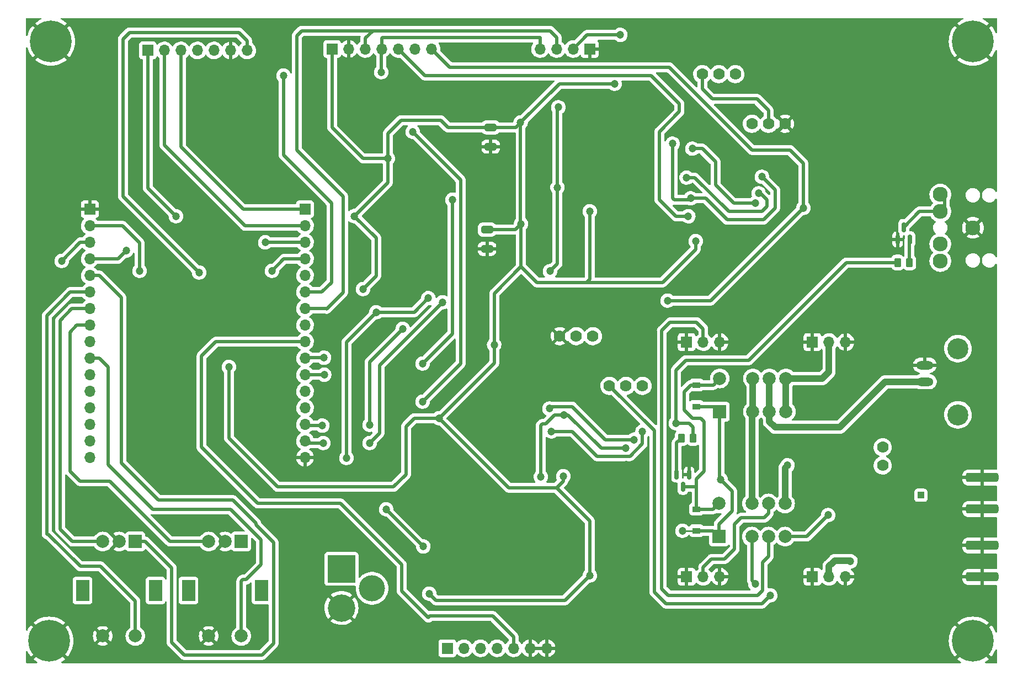
<source format=gbl>
G04 #@! TF.GenerationSoftware,KiCad,Pcbnew,6.0.10-86aedd382b~118~ubuntu20.04.1*
G04 #@! TF.CreationDate,2023-02-20T07:12:02-05:00*
G04 #@! TF.ProjectId,SDR-Transceiver,5344522d-5472-4616-9e73-636569766572,rev?*
G04 #@! TF.SameCoordinates,Original*
G04 #@! TF.FileFunction,Copper,L2,Bot*
G04 #@! TF.FilePolarity,Positive*
%FSLAX46Y46*%
G04 Gerber Fmt 4.6, Leading zero omitted, Abs format (unit mm)*
G04 Created by KiCad (PCBNEW 6.0.10-86aedd382b~118~ubuntu20.04.1) date 2023-02-20 07:12:02*
%MOMM*%
%LPD*%
G01*
G04 APERTURE LIST*
G04 Aperture macros list*
%AMRoundRect*
0 Rectangle with rounded corners*
0 $1 Rounding radius*
0 $2 $3 $4 $5 $6 $7 $8 $9 X,Y pos of 4 corners*
0 Add a 4 corners polygon primitive as box body*
4,1,4,$2,$3,$4,$5,$6,$7,$8,$9,$2,$3,0*
0 Add four circle primitives for the rounded corners*
1,1,$1+$1,$2,$3*
1,1,$1+$1,$4,$5*
1,1,$1+$1,$6,$7*
1,1,$1+$1,$8,$9*
0 Add four rect primitives between the rounded corners*
20,1,$1+$1,$2,$3,$4,$5,0*
20,1,$1+$1,$4,$5,$6,$7,0*
20,1,$1+$1,$6,$7,$8,$9,0*
20,1,$1+$1,$8,$9,$2,$3,0*%
G04 Aperture macros list end*
G04 #@! TA.AperFunction,ComponentPad*
%ADD10C,0.800000*%
G04 #@! TD*
G04 #@! TA.AperFunction,ComponentPad*
%ADD11C,6.400000*%
G04 #@! TD*
G04 #@! TA.AperFunction,SMDPad,CuDef*
%ADD12RoundRect,0.350000X-2.150000X-0.350000X2.150000X-0.350000X2.150000X0.350000X-2.150000X0.350000X0*%
G04 #@! TD*
G04 #@! TA.AperFunction,ComponentPad*
%ADD13C,2.300000*%
G04 #@! TD*
G04 #@! TA.AperFunction,ComponentPad*
%ADD14R,1.700000X1.700000*%
G04 #@! TD*
G04 #@! TA.AperFunction,ComponentPad*
%ADD15O,1.700000X1.700000*%
G04 #@! TD*
G04 #@! TA.AperFunction,ComponentPad*
%ADD16R,2.000000X2.000000*%
G04 #@! TD*
G04 #@! TA.AperFunction,ComponentPad*
%ADD17C,2.000000*%
G04 #@! TD*
G04 #@! TA.AperFunction,ComponentPad*
%ADD18C,1.778000*%
G04 #@! TD*
G04 #@! TA.AperFunction,ComponentPad*
%ADD19R,4.200000X4.200000*%
G04 #@! TD*
G04 #@! TA.AperFunction,ComponentPad*
%ADD20C,4.200000*%
G04 #@! TD*
G04 #@! TA.AperFunction,ComponentPad*
%ADD21C,4.000000*%
G04 #@! TD*
G04 #@! TA.AperFunction,ComponentPad*
%ADD22R,1.000000X1.000000*%
G04 #@! TD*
G04 #@! TA.AperFunction,ComponentPad*
%ADD23R,2.000000X3.200000*%
G04 #@! TD*
G04 #@! TA.AperFunction,ComponentPad*
%ADD24C,3.216000*%
G04 #@! TD*
G04 #@! TA.AperFunction,ComponentPad*
%ADD25O,2.616000X1.308000*%
G04 #@! TD*
G04 #@! TA.AperFunction,SMDPad,CuDef*
%ADD26RoundRect,0.150000X-0.150000X0.587500X-0.150000X-0.587500X0.150000X-0.587500X0.150000X0.587500X0*%
G04 #@! TD*
G04 #@! TA.AperFunction,SMDPad,CuDef*
%ADD27RoundRect,0.250000X0.262500X0.450000X-0.262500X0.450000X-0.262500X-0.450000X0.262500X-0.450000X0*%
G04 #@! TD*
G04 #@! TA.AperFunction,SMDPad,CuDef*
%ADD28RoundRect,0.150000X0.150000X-0.587500X0.150000X0.587500X-0.150000X0.587500X-0.150000X-0.587500X0*%
G04 #@! TD*
G04 #@! TA.AperFunction,SMDPad,CuDef*
%ADD29R,1.200000X0.900000*%
G04 #@! TD*
G04 #@! TA.AperFunction,SMDPad,CuDef*
%ADD30RoundRect,0.250000X0.650000X-0.325000X0.650000X0.325000X-0.650000X0.325000X-0.650000X-0.325000X0*%
G04 #@! TD*
G04 #@! TA.AperFunction,SMDPad,CuDef*
%ADD31RoundRect,0.250000X-0.262500X-0.450000X0.262500X-0.450000X0.262500X0.450000X-0.262500X0.450000X0*%
G04 #@! TD*
G04 #@! TA.AperFunction,ViaPad*
%ADD32C,1.200000*%
G04 #@! TD*
G04 #@! TA.AperFunction,Conductor*
%ADD33C,1.000000*%
G04 #@! TD*
G04 #@! TA.AperFunction,Conductor*
%ADD34C,0.500000*%
G04 #@! TD*
G04 #@! TA.AperFunction,Conductor*
%ADD35C,0.250000*%
G04 #@! TD*
G04 APERTURE END LIST*
D10*
X211916944Y-46816944D03*
X213614000Y-46114000D03*
X216014000Y-48514000D03*
X213614000Y-50914000D03*
D11*
X213614000Y-48514000D03*
D10*
X211916944Y-50211056D03*
X215311056Y-50211056D03*
X211214000Y-48514000D03*
X215311056Y-46816944D03*
D12*
X215016080Y-130662680D03*
X215023700Y-125834140D03*
D13*
X208606000Y-82189000D03*
X208606000Y-79589000D03*
X213606000Y-77089000D03*
X208606000Y-71989000D03*
X208606000Y-74589000D03*
D14*
X154813000Y-49657000D03*
D15*
X152273000Y-49657000D03*
X149733000Y-49657000D03*
X147193000Y-49657000D03*
D16*
X174627800Y-124475500D03*
D17*
X179707800Y-124475500D03*
X182247800Y-124475500D03*
X184787800Y-124475500D03*
X184787800Y-119395500D03*
X182247800Y-119395500D03*
X179707800Y-119395500D03*
X174627800Y-119395500D03*
D14*
X87015000Y-49886000D03*
D15*
X89555000Y-49886000D03*
X92095000Y-49886000D03*
X94635000Y-49886000D03*
X97175000Y-49886000D03*
X99715000Y-49886000D03*
X102255000Y-49886000D03*
D18*
X150217000Y-93716594D03*
X157837000Y-101336594D03*
X152757000Y-93716594D03*
X160377000Y-101336594D03*
X155297000Y-93716594D03*
X162917000Y-101336594D03*
D10*
X73579056Y-142159056D03*
X70184944Y-142159056D03*
X71882000Y-138062000D03*
X71882000Y-142862000D03*
D11*
X71882000Y-140462000D03*
D10*
X69482000Y-140462000D03*
X73579056Y-138764944D03*
X70184944Y-138764944D03*
X74282000Y-140462000D03*
D15*
X130538000Y-49657000D03*
X127998000Y-49657000D03*
X125458000Y-49657000D03*
X117838000Y-49657000D03*
X122918000Y-49657000D03*
X120378000Y-49657000D03*
D14*
X115298000Y-49657000D03*
D18*
X199773800Y-113553500D03*
X199773800Y-110759500D03*
D19*
X116713000Y-129413000D03*
D20*
X116713000Y-135413000D03*
D21*
X121413000Y-132413000D03*
D14*
X188994300Y-130625000D03*
D15*
X191534300Y-130625000D03*
X194074300Y-130625000D03*
D14*
X169690300Y-130625000D03*
D15*
X172230300Y-130625000D03*
X174770300Y-130625000D03*
D10*
X213614000Y-142862000D03*
X211916944Y-142159056D03*
X211916944Y-138764944D03*
X216014000Y-140462000D03*
X215311056Y-138764944D03*
D11*
X213614000Y-140462000D03*
D10*
X215311056Y-142159056D03*
X213614000Y-138062000D03*
X211214000Y-140462000D03*
X72136000Y-50914000D03*
X72136000Y-46114000D03*
D11*
X72136000Y-48514000D03*
D10*
X74536000Y-48514000D03*
X73833056Y-46816944D03*
X69736000Y-48514000D03*
X70438944Y-46816944D03*
X70438944Y-50211056D03*
X73833056Y-50211056D03*
D22*
X205615800Y-118125500D03*
D12*
X215016080Y-120248680D03*
X215023700Y-115420140D03*
D16*
X101346000Y-125222000D03*
D17*
X96346000Y-125222000D03*
X98846000Y-125222000D03*
D23*
X104446000Y-132722000D03*
X93246000Y-132722000D03*
D17*
X96346000Y-139722000D03*
X101346000Y-139722000D03*
D14*
X132969000Y-141605000D03*
D15*
X135509000Y-141605000D03*
X138049000Y-141605000D03*
X140589000Y-141605000D03*
X143129000Y-141605000D03*
X145669000Y-141605000D03*
X148209000Y-141605000D03*
D14*
X169690300Y-94625000D03*
D15*
X172230300Y-94625000D03*
X174770300Y-94625000D03*
D14*
X188994300Y-94625000D03*
D15*
X191534300Y-94625000D03*
X194074300Y-94625000D03*
D16*
X174770300Y-105293000D03*
D17*
X179850300Y-105293000D03*
X182390300Y-105293000D03*
X184930300Y-105293000D03*
X184930300Y-100213000D03*
X182390300Y-100213000D03*
X179850300Y-100213000D03*
X174770300Y-100213000D03*
D18*
X184785000Y-61134000D03*
X177165000Y-53514000D03*
X182245000Y-61134000D03*
X174625000Y-53514000D03*
X179705000Y-61134000D03*
X172085000Y-53514000D03*
D24*
X211328000Y-95631000D03*
X211328000Y-105791000D03*
D25*
X206248000Y-98171000D03*
X206248000Y-100711000D03*
D16*
X85090000Y-125222000D03*
D17*
X80090000Y-125222000D03*
X82590000Y-125222000D03*
D23*
X76990000Y-132722000D03*
X88190000Y-132722000D03*
D17*
X80090000Y-139722000D03*
X85090000Y-139722000D03*
D14*
X78105000Y-74246000D03*
D15*
X78105000Y-76786000D03*
X78105000Y-79326000D03*
X78105000Y-81866000D03*
X78105000Y-84406000D03*
X78105000Y-86946000D03*
X78105000Y-89486000D03*
X78105000Y-92026000D03*
X78105000Y-94566000D03*
X78105000Y-97106000D03*
X78105000Y-99646000D03*
X78105000Y-102186000D03*
X78105000Y-104726000D03*
X78105000Y-107266000D03*
X78105000Y-109806000D03*
X78105000Y-112346000D03*
X111125000Y-112346000D03*
X111125000Y-109806000D03*
X111125000Y-107266000D03*
X111125000Y-104726000D03*
X111125000Y-102186000D03*
X111125000Y-99646000D03*
X111125000Y-97106000D03*
X111125000Y-94566000D03*
X111125000Y-92026000D03*
X111125000Y-89486000D03*
X111125000Y-86946000D03*
X111125000Y-84406000D03*
X111125000Y-81866000D03*
X111125000Y-79326000D03*
X111125000Y-76786000D03*
D14*
X111125000Y-74246000D03*
D26*
X168153000Y-114935000D03*
X170053000Y-114935000D03*
X169103000Y-116810000D03*
D27*
X170706300Y-109347000D03*
X168881300Y-109347000D03*
D28*
X203957000Y-78867000D03*
X202057000Y-78867000D03*
X203007000Y-76992000D03*
D29*
X171214300Y-104521000D03*
X171214300Y-101221000D03*
D30*
X139611000Y-64641000D03*
X139611000Y-61691000D03*
X139066298Y-80314000D03*
X139066298Y-77364000D03*
D31*
X202057000Y-82423000D03*
X203882000Y-82423000D03*
D29*
X171214300Y-123571000D03*
X171214300Y-120271000D03*
D32*
X194825620Y-128262380D03*
X191391800Y-121173500D03*
X129286000Y-125984000D03*
X130048000Y-87884000D03*
X117475000Y-112395000D03*
X123571000Y-120269000D03*
X122047000Y-90043000D03*
X144272000Y-76501000D03*
X171069000Y-79121000D03*
X130175000Y-133223000D03*
X144208500Y-60943500D03*
X123825000Y-66441000D03*
X120015000Y-86487000D03*
X140154500Y-95049500D03*
X118712000Y-75298000D03*
X150749000Y-115189000D03*
X99441000Y-98425000D03*
X158623000Y-54991000D03*
X154813000Y-74549000D03*
X154813000Y-130429000D03*
X131699000Y-106299000D03*
X159512000Y-47498000D03*
X174879000Y-115697000D03*
X169037000Y-123571000D03*
X121031000Y-110109000D03*
X132207000Y-88519000D03*
X126111000Y-92583000D03*
X121031000Y-107315000D03*
X187579000Y-74041000D03*
X166751000Y-88265000D03*
X169937851Y-75322851D03*
X114080000Y-99646000D03*
X150852000Y-105781594D03*
X160367594Y-110871000D03*
X147296000Y-115306594D03*
X113919000Y-110109000D03*
X167513000Y-64182000D03*
X170307000Y-72564000D03*
X181229000Y-69262000D03*
X180213000Y-73326000D03*
X170561000Y-64944000D03*
X129159000Y-103759000D03*
X127635000Y-62357000D03*
X129159000Y-97917000D03*
X133731000Y-72771000D03*
X169670702Y-69387702D03*
X180721000Y-71802000D03*
X114046000Y-97028000D03*
X113792000Y-107442000D03*
X85725000Y-83693000D03*
X91313000Y-75311000D03*
X168021000Y-107061000D03*
X94869000Y-83947000D03*
X122809000Y-53213000D03*
X107823000Y-53721000D03*
X182499000Y-133477000D03*
X180213000Y-131699000D03*
X185166000Y-113538000D03*
X161647000Y-109591594D03*
X148629500Y-104829094D03*
X148947000Y-108321594D03*
X162917000Y-108321594D03*
X105029000Y-79326000D03*
X83693000Y-80596000D03*
X106045000Y-83693000D03*
X73787000Y-82169000D03*
X148717000Y-83740000D03*
X149861298Y-70914298D03*
X149987000Y-58594000D03*
X143383000Y-109093000D03*
X126365000Y-72283000D03*
X136779000Y-79121000D03*
X125349000Y-84709000D03*
X155321000Y-102489000D03*
X128905000Y-100457000D03*
X160401000Y-113411000D03*
X129413000Y-114681000D03*
X131953000Y-71501000D03*
X134493000Y-63373000D03*
X170307000Y-112395000D03*
X137287000Y-115189000D03*
X169037000Y-67183000D03*
D33*
X191534300Y-129013700D02*
X192151000Y-128397000D01*
X192405000Y-128143000D02*
X194691000Y-128143000D01*
X191534300Y-129159000D02*
X191534300Y-130625000D01*
X192151000Y-128397000D02*
X192405000Y-128143000D01*
X191534300Y-129159000D02*
X191534300Y-129013700D01*
X184930300Y-105293000D02*
X184930300Y-100213000D01*
X184930300Y-100213000D02*
X190518300Y-100213000D01*
X191534300Y-99197000D02*
X191534300Y-94625000D01*
X190518300Y-100213000D02*
X191534300Y-99197000D01*
D34*
X169291000Y-105029000D02*
X170561000Y-106299000D01*
X170972000Y-116810000D02*
X171214300Y-116567700D01*
X173762300Y-101221000D02*
X174770300Y-100213000D01*
X171214300Y-101221000D02*
X173762300Y-101221000D01*
X171214300Y-120271000D02*
X173752300Y-120271000D01*
X169103000Y-116810000D02*
X170972000Y-116810000D01*
X171214300Y-116567700D02*
X171214300Y-120271000D01*
X172339000Y-106807000D02*
X172339000Y-114481300D01*
X170561000Y-106299000D02*
X171831000Y-106299000D01*
X171831000Y-106299000D02*
X172339000Y-106807000D01*
X169291000Y-102235000D02*
X169291000Y-105029000D01*
X171214300Y-101221000D02*
X170305000Y-101221000D01*
X173752300Y-120271000D02*
X174627800Y-119395500D01*
X171214300Y-115606000D02*
X171214300Y-116567700D01*
X172339000Y-114481300D02*
X171214300Y-115606000D01*
X170305000Y-101221000D02*
X169291000Y-102235000D01*
X168928300Y-109394000D02*
X168881300Y-109347000D01*
X168153000Y-114935000D02*
X168153000Y-110075300D01*
X168153000Y-110075300D02*
X168881300Y-109347000D01*
X171214300Y-91577000D02*
X172230300Y-92593000D01*
X165880300Y-132471000D02*
X165880300Y-92847000D01*
X172230300Y-92593000D02*
X172230300Y-94625000D01*
X167150300Y-91577000D02*
X171214300Y-91577000D01*
X180612300Y-133487000D02*
X166896300Y-133487000D01*
X181374300Y-128407000D02*
X181374300Y-132725000D01*
X166896300Y-133487000D02*
X165880300Y-132471000D01*
X165880300Y-92847000D02*
X167150300Y-91577000D01*
X181374300Y-132725000D02*
X180612300Y-133487000D01*
X182247800Y-127533500D02*
X181374300Y-128407000D01*
X182247800Y-124475500D02*
X182247800Y-127533500D01*
X172230300Y-130625000D02*
X172230300Y-129169000D01*
X182247800Y-120929500D02*
X182247800Y-119395500D01*
X177056300Y-126375000D02*
X177056300Y-122565000D01*
X177056300Y-122565000D02*
X178072300Y-121549000D01*
X172230300Y-129169000D02*
X173500300Y-127899000D01*
X175532300Y-127899000D02*
X177056300Y-126375000D01*
X173500300Y-127899000D02*
X175532300Y-127899000D01*
X178072300Y-121549000D02*
X181628300Y-121549000D01*
X181628300Y-121549000D02*
X182247800Y-120929500D01*
X188089800Y-124475500D02*
X191391800Y-121173500D01*
X184787800Y-124475500D02*
X188089800Y-124475500D01*
X123571000Y-120269000D02*
X129286000Y-125984000D01*
X117475000Y-111887000D02*
X117475000Y-112395000D01*
X117475000Y-94615000D02*
X117475000Y-111887000D01*
X129286000Y-125984000D02*
X129413000Y-126111000D01*
X122047000Y-90043000D02*
X117475000Y-94615000D01*
X127889000Y-90043000D02*
X122047000Y-90043000D01*
X130048000Y-87884000D02*
X127889000Y-90043000D01*
D33*
X179707800Y-119395500D02*
X179707800Y-105435500D01*
X179707800Y-105435500D02*
X179850300Y-105293000D01*
X179850300Y-105293000D02*
X179850300Y-100213000D01*
D34*
X127889000Y-106299000D02*
X131699000Y-106299000D01*
X139611000Y-61691000D02*
X143461000Y-61691000D01*
X150161000Y-54991000D02*
X158623000Y-54991000D01*
X125857000Y-60579000D02*
X123825000Y-62611000D01*
X120035000Y-66441000D02*
X123825000Y-66441000D01*
X131953000Y-60579000D02*
X125857000Y-60579000D01*
X144272000Y-83058000D02*
X146685000Y-85471000D01*
X122047000Y-78633000D02*
X118712000Y-75298000D01*
X118712000Y-75298000D02*
X123825000Y-70185000D01*
X144208500Y-76437500D02*
X144272000Y-76501000D01*
X154813000Y-130429000D02*
X151003000Y-134239000D01*
X140154500Y-95049500D02*
X140154500Y-97843500D01*
X144208500Y-60943500D02*
X150161000Y-54991000D01*
X144272000Y-83058000D02*
X140154500Y-87175500D01*
X99441000Y-109347000D02*
X106934000Y-116840000D01*
X133065000Y-61691000D02*
X131953000Y-60579000D01*
X154305000Y-85471000D02*
X165989000Y-85471000D01*
X140154500Y-97843500D02*
X131699000Y-106299000D01*
X123825000Y-62611000D02*
X123825000Y-66441000D01*
X131191000Y-134239000D02*
X130175000Y-133223000D01*
X99441000Y-98425000D02*
X99441000Y-109347000D01*
X149733000Y-116967000D02*
X150749000Y-115951000D01*
X165989000Y-85471000D02*
X171069000Y-80391000D01*
X115298000Y-61704000D02*
X120035000Y-66441000D01*
X142367000Y-116967000D02*
X149733000Y-116967000D01*
X154813000Y-122047000D02*
X154813000Y-130429000D01*
X122047000Y-84455000D02*
X122047000Y-78633000D01*
X144272000Y-76501000D02*
X144272000Y-83058000D01*
X143409000Y-77364000D02*
X144272000Y-76501000D01*
X143461000Y-61691000D02*
X144208500Y-60943500D01*
X171069000Y-80391000D02*
X171069000Y-79121000D01*
X131699000Y-106299000D02*
X142367000Y-116967000D01*
X151003000Y-134239000D02*
X131191000Y-134239000D01*
X149733000Y-116967000D02*
X154813000Y-122047000D01*
X139066298Y-77364000D02*
X143409000Y-77364000D01*
X140154500Y-87175500D02*
X140154500Y-95049500D01*
X126619000Y-114935000D02*
X126619000Y-107569000D01*
X123825000Y-70185000D02*
X123825000Y-66441000D01*
X139611000Y-61691000D02*
X133065000Y-61691000D01*
X115298000Y-49657000D02*
X115298000Y-61704000D01*
X154432000Y-47498000D02*
X152273000Y-49657000D01*
X146685000Y-85471000D02*
X154305000Y-85471000D01*
X159512000Y-47498000D02*
X154432000Y-47498000D01*
X144208500Y-60943500D02*
X144208500Y-76437500D01*
X150749000Y-115951000D02*
X150749000Y-115189000D01*
X120015000Y-86487000D02*
X122047000Y-84455000D01*
X126619000Y-107569000D02*
X127889000Y-106299000D01*
X154813000Y-84963000D02*
X154813000Y-74549000D01*
X154305000Y-85471000D02*
X154813000Y-84963000D01*
X124714000Y-116840000D02*
X126619000Y-114935000D01*
X106934000Y-116840000D02*
X124714000Y-116840000D01*
X174627800Y-122552200D02*
X174627800Y-124475500D01*
X173998300Y-104521000D02*
X174770300Y-105293000D01*
X176657000Y-117475000D02*
X176657000Y-120523000D01*
X174770300Y-115588300D02*
X174879000Y-115697000D01*
X173723300Y-123571000D02*
X174627800Y-124475500D01*
X174770300Y-105293000D02*
X174770300Y-115588300D01*
X171214300Y-104521000D02*
X173998300Y-104521000D01*
X174879000Y-115697000D02*
X176657000Y-117475000D01*
X171214300Y-123571000D02*
X173723300Y-123571000D01*
D35*
X169037000Y-123571000D02*
X171214300Y-123571000D01*
D34*
X176657000Y-120523000D02*
X174627800Y-122552200D01*
X171069000Y-123716300D02*
X171214300Y-123571000D01*
X122555000Y-108585000D02*
X122555000Y-98171000D01*
X122555000Y-98171000D02*
X132207000Y-88519000D01*
X121285000Y-110109000D02*
X121031000Y-110109000D01*
X121031000Y-110109000D02*
X122555000Y-108585000D01*
X121031000Y-97663000D02*
X121031000Y-107315000D01*
X126111000Y-92583000D02*
X121031000Y-97663000D01*
X166751000Y-88265000D02*
X173355000Y-88265000D01*
X187579000Y-67183000D02*
X185547000Y-65151000D01*
X179705000Y-65151000D02*
X167005000Y-52451000D01*
X133332000Y-52451000D02*
X130538000Y-49657000D01*
X185547000Y-65151000D02*
X179705000Y-65151000D01*
X167005000Y-52451000D02*
X133332000Y-52451000D01*
X187579000Y-74041000D02*
X187579000Y-67183000D01*
X173355000Y-88265000D02*
X187579000Y-74041000D01*
X168032851Y-75322851D02*
X165481000Y-72771000D01*
X165481000Y-62357000D02*
X168563000Y-59275000D01*
X164211000Y-53721000D02*
X129522000Y-53721000D01*
X168563000Y-58073000D02*
X164211000Y-53721000D01*
X168563000Y-59275000D02*
X168563000Y-58073000D01*
X165481000Y-72771000D02*
X165481000Y-62357000D01*
X129522000Y-53721000D02*
X125458000Y-49657000D01*
X169937851Y-75322851D02*
X168032851Y-75322851D01*
X114080000Y-99646000D02*
X111125000Y-99646000D01*
X156576406Y-110871000D02*
X160367594Y-110871000D01*
X150852000Y-105781594D02*
X151487000Y-105781594D01*
X147550000Y-107178594D02*
X147296000Y-107432594D01*
X150852000Y-105781594D02*
X149455000Y-105781594D01*
X148058000Y-107178594D02*
X147550000Y-107178594D01*
X151487000Y-105781594D02*
X156576406Y-110871000D01*
X147296000Y-107432594D02*
X147296000Y-115306594D01*
X149455000Y-105781594D02*
X148058000Y-107178594D01*
X111428000Y-110109000D02*
X111125000Y-109806000D01*
X113919000Y-110109000D02*
X111428000Y-110109000D01*
X175895000Y-75866000D02*
X172593000Y-72564000D01*
X181483000Y-75866000D02*
X175895000Y-75866000D01*
X170053000Y-72818000D02*
X167767000Y-72818000D01*
X172593000Y-72564000D02*
X170307000Y-72564000D01*
X167767000Y-72818000D02*
X167513000Y-72564000D01*
X170307000Y-72564000D02*
X170053000Y-72818000D01*
X183261000Y-74088000D02*
X181483000Y-75866000D01*
X167513000Y-72564000D02*
X167513000Y-71802000D01*
X167513000Y-71802000D02*
X167513000Y-64182000D01*
X181229000Y-69262000D02*
X183261000Y-71294000D01*
X183261000Y-71294000D02*
X183261000Y-74088000D01*
X176911000Y-73326000D02*
X174117000Y-70532000D01*
X180213000Y-73326000D02*
X176911000Y-73326000D01*
X174117000Y-66976000D02*
X172085000Y-64944000D01*
X172085000Y-64944000D02*
X170561000Y-64944000D01*
X174117000Y-70532000D02*
X174117000Y-66976000D01*
X135001000Y-69723000D02*
X135001000Y-97917000D01*
X127635000Y-62357000D02*
X135001000Y-69723000D01*
X135001000Y-97917000D02*
X129159000Y-103759000D01*
X133731000Y-93345000D02*
X129159000Y-97917000D01*
X133731000Y-72771000D02*
X133731000Y-93345000D01*
X176149000Y-74596000D02*
X170940702Y-69387702D01*
X181991000Y-73834000D02*
X181229000Y-74596000D01*
X181991000Y-72818000D02*
X181991000Y-73834000D01*
X180721000Y-71802000D02*
X180975000Y-71802000D01*
X181229000Y-74596000D02*
X176149000Y-74596000D01*
X170940702Y-69387702D02*
X169670702Y-69387702D01*
X180975000Y-71802000D02*
X181991000Y-72818000D01*
X114046000Y-97028000D02*
X111203000Y-97028000D01*
X111203000Y-97028000D02*
X111125000Y-97106000D01*
X113792000Y-107442000D02*
X111301000Y-107442000D01*
X111301000Y-107442000D02*
X111125000Y-107266000D01*
X85725000Y-79375000D02*
X85725000Y-83693000D01*
X83136000Y-76786000D02*
X85471000Y-79121000D01*
X78105000Y-76786000D02*
X83136000Y-76786000D01*
X85471000Y-79121000D02*
X85725000Y-79375000D01*
X87015000Y-71013000D02*
X91313000Y-75311000D01*
X87015000Y-49886000D02*
X87015000Y-71013000D01*
X111125000Y-76786000D02*
X101932000Y-76786000D01*
X89555000Y-64409000D02*
X89555000Y-49886000D01*
X101932000Y-76786000D02*
X89555000Y-64409000D01*
X168021000Y-107061000D02*
X168021000Y-98933000D01*
X169545000Y-97409000D02*
X179197000Y-97409000D01*
X170307000Y-107315000D02*
X170053000Y-107061000D01*
X170706300Y-109347000D02*
X170706300Y-107714300D01*
X168021000Y-98933000D02*
X169545000Y-97409000D01*
X170053000Y-107061000D02*
X168021000Y-107061000D01*
X194183000Y-82423000D02*
X202057000Y-82423000D01*
X179197000Y-97409000D02*
X194183000Y-82423000D01*
X170706300Y-107714300D02*
X170307000Y-107315000D01*
X101678000Y-74246000D02*
X92095000Y-64663000D01*
X92095000Y-64663000D02*
X92095000Y-49886000D01*
X111125000Y-74246000D02*
X101678000Y-74246000D01*
X102255000Y-49886000D02*
X102255000Y-48407000D01*
X84201000Y-47117000D02*
X83185000Y-48133000D01*
X83185000Y-48133000D02*
X83185000Y-51181000D01*
X102255000Y-48407000D02*
X100965000Y-47117000D01*
X83185000Y-72263000D02*
X94869000Y-83947000D01*
X83185000Y-51181000D02*
X83185000Y-72263000D01*
X100965000Y-47117000D02*
X84201000Y-47117000D01*
X121539000Y-46863000D02*
X110617000Y-46863000D01*
X121539000Y-46863000D02*
X148717000Y-46863000D01*
X109855000Y-47625000D02*
X109855000Y-65151000D01*
X116967000Y-72263000D02*
X116967000Y-86995000D01*
X149733000Y-47879000D02*
X149733000Y-49657000D01*
X110617000Y-46863000D02*
X109855000Y-47625000D01*
X109855000Y-65151000D02*
X116967000Y-72263000D01*
X120378000Y-49657000D02*
X120378000Y-48024000D01*
X114427000Y-89535000D02*
X114378000Y-89486000D01*
X120378000Y-48024000D02*
X121539000Y-46863000D01*
X116967000Y-86995000D02*
X114427000Y-89535000D01*
X148717000Y-46863000D02*
X149733000Y-47879000D01*
X114378000Y-89486000D02*
X111125000Y-89486000D01*
X123063000Y-47879000D02*
X122918000Y-48024000D01*
X113714000Y-86946000D02*
X115189000Y-85471000D01*
X147193000Y-47879000D02*
X123063000Y-47879000D01*
X122918000Y-48024000D02*
X122918000Y-49657000D01*
X122809000Y-49766000D02*
X122918000Y-49657000D01*
X115189000Y-73279000D02*
X112395000Y-70485000D01*
X147193000Y-49657000D02*
X147193000Y-47879000D01*
X107823000Y-65913000D02*
X107823000Y-53721000D01*
X112395000Y-70485000D02*
X107823000Y-65913000D01*
X111125000Y-86946000D02*
X113714000Y-86946000D01*
X115189000Y-85471000D02*
X115189000Y-73279000D01*
X122809000Y-53213000D02*
X122809000Y-49766000D01*
X179707800Y-131193800D02*
X179707800Y-124475500D01*
X164719000Y-132969000D02*
X166243000Y-134493000D01*
X181229000Y-134747000D02*
X182499000Y-133477000D01*
X180213000Y-131699000D02*
X179707800Y-131193800D01*
X164719000Y-111887000D02*
X164719000Y-132969000D01*
X166497000Y-134747000D02*
X180467000Y-134747000D01*
X164719000Y-108218594D02*
X164719000Y-111887000D01*
X180467000Y-134747000D02*
X181229000Y-134747000D01*
X157837000Y-101336594D02*
X164719000Y-108218594D01*
X166243000Y-134493000D02*
X166497000Y-134747000D01*
D33*
X184787800Y-119395500D02*
X184787800Y-113916200D01*
X184787800Y-113916200D02*
X185166000Y-113538000D01*
D34*
X152122000Y-104511594D02*
X148947000Y-104511594D01*
X161647000Y-109591594D02*
X157202000Y-109591594D01*
X148947000Y-104511594D02*
X148629500Y-104829094D01*
X157202000Y-109591594D02*
X152122000Y-104511594D01*
X152122000Y-108321594D02*
X148947000Y-108321594D01*
X161012000Y-112131594D02*
X155932000Y-112131594D01*
X155932000Y-112131594D02*
X152122000Y-108321594D01*
X162917000Y-110226594D02*
X161012000Y-112131594D01*
X162917000Y-108321594D02*
X162917000Y-110226594D01*
D33*
X182390300Y-105293000D02*
X182390300Y-100213000D01*
X193169800Y-107711500D02*
X200170300Y-100711000D01*
X200170300Y-100711000D02*
X206883000Y-100711000D01*
X183263800Y-107711500D02*
X193169800Y-107711500D01*
X182390300Y-106838000D02*
X183263800Y-107711500D01*
X182390300Y-105293000D02*
X182390300Y-106838000D01*
D34*
X203882000Y-82423000D02*
X203882000Y-78942000D01*
X203882000Y-78942000D02*
X203957000Y-78867000D01*
X205410000Y-74589000D02*
X209249000Y-74589000D01*
X203007000Y-76992000D02*
X205410000Y-74589000D01*
X209249000Y-74589000D02*
X209249000Y-71989000D01*
X105029000Y-79326000D02*
X111125000Y-79326000D01*
X78105000Y-81866000D02*
X82423000Y-81866000D01*
X82423000Y-81866000D02*
X83693000Y-80596000D01*
X111125000Y-81866000D02*
X107872000Y-81866000D01*
X107872000Y-81866000D02*
X106045000Y-83693000D01*
X79580000Y-84406000D02*
X82931000Y-87757000D01*
X103632000Y-122682000D02*
X106299000Y-125349000D01*
X78105000Y-84406000D02*
X79580000Y-84406000D01*
X100076000Y-118872000D02*
X103632000Y-122428000D01*
X106299000Y-140843000D02*
X104521000Y-142621000D01*
X92583000Y-142621000D02*
X90678000Y-140716000D01*
X88646000Y-118872000D02*
X100076000Y-118872000D01*
X104521000Y-142621000D02*
X92583000Y-142621000D01*
X90678000Y-129286000D02*
X90678000Y-140716000D01*
X85090000Y-125222000D02*
X86614000Y-125222000D01*
X82931000Y-87757000D02*
X82931000Y-113157000D01*
X103632000Y-122428000D02*
X103632000Y-122682000D01*
X82931000Y-113157000D02*
X88646000Y-118872000D01*
X86614000Y-125222000D02*
X90678000Y-129286000D01*
X106299000Y-125349000D02*
X106299000Y-140843000D01*
X75360000Y-89486000D02*
X78105000Y-89486000D01*
X73533000Y-123317000D02*
X75438000Y-125222000D01*
X73533000Y-91313000D02*
X75360000Y-89486000D01*
X73533000Y-123317000D02*
X73533000Y-91313000D01*
X75438000Y-125222000D02*
X80090000Y-125222000D01*
X78105000Y-79326000D02*
X76630000Y-79326000D01*
X76630000Y-79326000D02*
X73787000Y-82169000D01*
X76581000Y-115951000D02*
X81153000Y-115951000D01*
X90424000Y-125222000D02*
X96346000Y-125222000D01*
X81153000Y-115951000D02*
X90424000Y-125222000D01*
X78105000Y-92026000D02*
X76122000Y-92026000D01*
X76122000Y-92026000D02*
X75057000Y-93091000D01*
X75057000Y-114427000D02*
X76581000Y-115951000D01*
X75057000Y-93091000D02*
X75057000Y-114427000D01*
X104394000Y-124968000D02*
X104394000Y-128778000D01*
X78105000Y-97106000D02*
X79580000Y-97106000D01*
X80899000Y-113411000D02*
X87757000Y-120269000D01*
X101600000Y-131064000D02*
X101346000Y-131318000D01*
X101346000Y-131318000D02*
X101346000Y-139722000D01*
X102108000Y-131064000D02*
X101600000Y-131064000D01*
X99695000Y-120269000D02*
X104394000Y-124968000D01*
X87757000Y-120269000D02*
X99695000Y-120269000D01*
X79580000Y-97106000D02*
X80899000Y-98425000D01*
X104394000Y-128778000D02*
X102108000Y-131064000D01*
X80899000Y-98425000D02*
X80899000Y-113411000D01*
X78105000Y-86946000D02*
X75106000Y-86946000D01*
X75106000Y-86946000D02*
X71501000Y-90551000D01*
X71709000Y-124079000D02*
X76662000Y-129032000D01*
X85090000Y-134366000D02*
X85090000Y-139722000D01*
X76662000Y-129032000D02*
X79756000Y-129032000D01*
X79756000Y-129032000D02*
X85090000Y-134366000D01*
X71501000Y-90551000D02*
X71501000Y-124079000D01*
X71501000Y-124079000D02*
X71709000Y-124079000D01*
X149861298Y-82595702D02*
X148717000Y-83740000D01*
X149987000Y-58594000D02*
X149861298Y-58719702D01*
X149861298Y-70914298D02*
X149861298Y-82595702D01*
X149861298Y-58719702D02*
X149861298Y-70914298D01*
X172085000Y-55800000D02*
X173609000Y-57324000D01*
X172085000Y-53514000D02*
X172085000Y-55800000D01*
X173609000Y-57324000D02*
X180467000Y-57324000D01*
X180467000Y-57324000D02*
X182245000Y-59102000D01*
X182245000Y-59102000D02*
X182245000Y-61134000D01*
X116586000Y-119380000D02*
X103886000Y-119380000D01*
X97458000Y-94566000D02*
X95250000Y-96774000D01*
X143129000Y-139827000D02*
X139954000Y-136652000D01*
X139954000Y-136652000D02*
X130302000Y-136652000D01*
X130302000Y-136652000D02*
X130048000Y-136906000D01*
X143129000Y-141605000D02*
X143129000Y-139827000D01*
X130048000Y-136906000D02*
X125984000Y-132842000D01*
X111125000Y-94566000D02*
X97458000Y-94566000D01*
X95250000Y-96774000D02*
X95250000Y-110744000D01*
X125984000Y-128778000D02*
X116586000Y-119380000D01*
X125984000Y-132842000D02*
X125984000Y-128778000D01*
X103886000Y-119380000D02*
X95250000Y-110744000D01*
G04 #@! TA.AperFunction,Conductor*
G36*
X70589875Y-44927502D02*
G01*
X70636368Y-44981158D01*
X70646472Y-45051432D01*
X70616978Y-45116012D01*
X70578957Y-45145767D01*
X70282397Y-45296872D01*
X70276687Y-45300169D01*
X69956265Y-45508253D01*
X69950939Y-45512123D01*
X69712165Y-45705478D01*
X69703700Y-45717733D01*
X69710034Y-45728824D01*
X72123188Y-48141978D01*
X72137132Y-48149592D01*
X72138965Y-48149461D01*
X72145580Y-48145210D01*
X74561100Y-45729690D01*
X74568241Y-45716614D01*
X74560784Y-45706247D01*
X74321065Y-45512126D01*
X74315728Y-45508249D01*
X73995315Y-45300170D01*
X73989606Y-45296874D01*
X73693043Y-45145767D01*
X73641428Y-45097019D01*
X73624362Y-45028104D01*
X73647263Y-44960902D01*
X73702860Y-44916750D01*
X73750246Y-44907500D01*
X211999754Y-44907500D01*
X212067875Y-44927502D01*
X212114368Y-44981158D01*
X212124472Y-45051432D01*
X212094978Y-45116012D01*
X212056957Y-45145767D01*
X211760397Y-45296872D01*
X211754687Y-45300169D01*
X211434265Y-45508253D01*
X211428939Y-45512123D01*
X211190165Y-45705478D01*
X211181700Y-45717733D01*
X211188034Y-45728824D01*
X213601188Y-48141978D01*
X213615132Y-48149592D01*
X213616965Y-48149461D01*
X213623580Y-48145210D01*
X216039100Y-45729690D01*
X216046241Y-45716614D01*
X216038784Y-45706247D01*
X215799065Y-45512126D01*
X215793728Y-45508249D01*
X215473315Y-45300170D01*
X215467606Y-45296874D01*
X215171043Y-45145767D01*
X215119428Y-45097019D01*
X215102362Y-45028104D01*
X215125263Y-44960902D01*
X215180860Y-44916750D01*
X215228246Y-44907500D01*
X217170500Y-44907500D01*
X217238621Y-44927502D01*
X217285114Y-44981158D01*
X217296500Y-45033500D01*
X217296500Y-47080497D01*
X217276498Y-47148618D01*
X217222842Y-47195111D01*
X217152568Y-47205215D01*
X217087988Y-47175721D01*
X217052869Y-47125651D01*
X217007260Y-47006836D01*
X217004578Y-47000811D01*
X216831128Y-46660397D01*
X216827831Y-46654687D01*
X216619747Y-46334265D01*
X216615877Y-46328939D01*
X216422522Y-46090165D01*
X216410267Y-46081700D01*
X216399176Y-46088034D01*
X213986022Y-48501188D01*
X213978408Y-48515132D01*
X213978539Y-48516965D01*
X213982790Y-48523580D01*
X216398310Y-50939100D01*
X216411386Y-50946241D01*
X216421753Y-50938784D01*
X216615877Y-50699061D01*
X216619747Y-50693735D01*
X216827831Y-50373313D01*
X216831128Y-50367603D01*
X217004578Y-50027189D01*
X217007260Y-50021164D01*
X217052869Y-49902349D01*
X217095955Y-49845921D01*
X217162708Y-49821744D01*
X217231935Y-49837495D01*
X217281657Y-49888173D01*
X217296500Y-49947503D01*
X217296500Y-71455944D01*
X217276498Y-71524065D01*
X217222842Y-71570558D01*
X217152568Y-71580662D01*
X217087988Y-71551168D01*
X217067730Y-71528844D01*
X217066290Y-71526813D01*
X216948946Y-71361389D01*
X216802813Y-71221497D01*
X216800480Y-71219264D01*
X216796150Y-71215119D01*
X216618452Y-71100380D01*
X216558354Y-71076160D01*
X216427832Y-71023558D01*
X216427829Y-71023557D01*
X216422263Y-71021314D01*
X216214663Y-70980772D01*
X216209101Y-70980500D01*
X216053154Y-70980500D01*
X215895434Y-70995548D01*
X215692466Y-71055092D01*
X215687139Y-71057836D01*
X215687138Y-71057836D01*
X215509751Y-71149196D01*
X215509748Y-71149198D01*
X215504420Y-71151942D01*
X215338080Y-71282604D01*
X215334148Y-71287135D01*
X215334145Y-71287138D01*
X215220752Y-71417812D01*
X215199448Y-71442363D01*
X215196448Y-71447549D01*
X215196445Y-71447553D01*
X215125638Y-71569948D01*
X215093527Y-71625454D01*
X215024139Y-71825271D01*
X215023278Y-71831206D01*
X215023278Y-71831208D01*
X214995796Y-72020750D01*
X214993787Y-72034604D01*
X215003567Y-72245899D01*
X215004971Y-72251724D01*
X215004971Y-72251725D01*
X215051684Y-72445553D01*
X215053125Y-72451534D01*
X215055607Y-72456992D01*
X215055608Y-72456996D01*
X215096757Y-72547498D01*
X215140674Y-72644087D01*
X215209053Y-72740484D01*
X215258289Y-72809893D01*
X215263054Y-72816611D01*
X215342303Y-72892475D01*
X215394744Y-72942676D01*
X215415850Y-72962881D01*
X215593548Y-73077620D01*
X215653646Y-73101840D01*
X215784168Y-73154442D01*
X215784171Y-73154443D01*
X215789737Y-73156686D01*
X215997337Y-73197228D01*
X216002899Y-73197500D01*
X216158846Y-73197500D01*
X216316566Y-73182452D01*
X216519534Y-73122908D01*
X216547938Y-73108279D01*
X216702249Y-73028804D01*
X216702252Y-73028802D01*
X216707580Y-73026058D01*
X216873920Y-72895396D01*
X216877852Y-72890865D01*
X216877855Y-72890862D01*
X217008621Y-72740167D01*
X217012552Y-72735637D01*
X217015552Y-72730451D01*
X217015555Y-72730447D01*
X217061436Y-72651138D01*
X217112861Y-72602189D01*
X217182587Y-72588814D01*
X217248475Y-72615258D01*
X217289606Y-72673126D01*
X217296500Y-72714233D01*
X217296500Y-81455944D01*
X217276498Y-81524065D01*
X217222842Y-81570558D01*
X217152568Y-81580662D01*
X217087988Y-81551168D01*
X217067730Y-81528844D01*
X217046314Y-81498652D01*
X216965083Y-81384138D01*
X216952412Y-81366275D01*
X216952411Y-81366274D01*
X216948946Y-81361389D01*
X216796150Y-81215119D01*
X216618452Y-81100380D01*
X216516229Y-81059183D01*
X216427832Y-81023558D01*
X216427829Y-81023557D01*
X216422263Y-81021314D01*
X216214663Y-80980772D01*
X216209101Y-80980500D01*
X216053154Y-80980500D01*
X215895434Y-80995548D01*
X215692466Y-81055092D01*
X215687139Y-81057836D01*
X215687138Y-81057836D01*
X215509751Y-81149196D01*
X215509748Y-81149198D01*
X215504420Y-81151942D01*
X215338080Y-81282604D01*
X215334148Y-81287135D01*
X215334145Y-81287138D01*
X215229944Y-81407220D01*
X215199448Y-81442363D01*
X215196448Y-81447549D01*
X215196445Y-81447553D01*
X215132467Y-81558144D01*
X215093527Y-81625454D01*
X215024139Y-81825271D01*
X215023278Y-81831206D01*
X215023278Y-81831208D01*
X215008420Y-81933685D01*
X214993787Y-82034604D01*
X215003567Y-82245899D01*
X215004971Y-82251724D01*
X215004971Y-82251725D01*
X215025615Y-82337383D01*
X215053125Y-82451534D01*
X215055607Y-82456992D01*
X215055608Y-82456996D01*
X215096622Y-82547201D01*
X215140674Y-82644087D01*
X215263054Y-82816611D01*
X215415850Y-82962881D01*
X215593548Y-83077620D01*
X215622490Y-83089284D01*
X215784168Y-83154442D01*
X215784171Y-83154443D01*
X215789737Y-83156686D01*
X215997337Y-83197228D01*
X216002899Y-83197500D01*
X216158846Y-83197500D01*
X216316566Y-83182452D01*
X216519534Y-83122908D01*
X216524862Y-83120164D01*
X216702249Y-83028804D01*
X216702252Y-83028802D01*
X216707580Y-83026058D01*
X216873920Y-82895396D01*
X216877852Y-82890865D01*
X216877855Y-82890862D01*
X217008621Y-82740167D01*
X217012552Y-82735637D01*
X217015552Y-82730451D01*
X217015555Y-82730447D01*
X217061436Y-82651138D01*
X217112861Y-82602189D01*
X217182587Y-82588814D01*
X217248475Y-82615258D01*
X217289606Y-82673126D01*
X217296500Y-82714233D01*
X217296500Y-114086140D01*
X217276498Y-114154261D01*
X217222842Y-114200754D01*
X217170500Y-114212140D01*
X215295815Y-114212140D01*
X215280576Y-114216615D01*
X215279371Y-114218005D01*
X215277700Y-114225688D01*
X215277700Y-116610025D01*
X215282175Y-116625264D01*
X215283565Y-116626469D01*
X215291248Y-116628140D01*
X217170500Y-116628140D01*
X217238621Y-116648142D01*
X217285114Y-116701798D01*
X217296500Y-116754140D01*
X217296500Y-118914680D01*
X217276498Y-118982801D01*
X217222842Y-119029294D01*
X217170500Y-119040680D01*
X215288195Y-119040680D01*
X215272956Y-119045155D01*
X215271751Y-119046545D01*
X215270080Y-119054228D01*
X215270080Y-121438565D01*
X215274555Y-121453804D01*
X215275945Y-121455009D01*
X215283628Y-121456680D01*
X217170500Y-121456680D01*
X217238621Y-121476682D01*
X217285114Y-121530338D01*
X217296500Y-121582680D01*
X217296500Y-124500140D01*
X217276498Y-124568261D01*
X217222842Y-124614754D01*
X217170500Y-124626140D01*
X215295815Y-124626140D01*
X215280576Y-124630615D01*
X215279371Y-124632005D01*
X215277700Y-124639688D01*
X215277700Y-127024025D01*
X215282175Y-127039264D01*
X215283565Y-127040469D01*
X215291248Y-127042140D01*
X217170500Y-127042140D01*
X217238621Y-127062142D01*
X217285114Y-127115798D01*
X217296500Y-127168140D01*
X217296500Y-129328680D01*
X217276498Y-129396801D01*
X217222842Y-129443294D01*
X217170500Y-129454680D01*
X215288195Y-129454680D01*
X215272956Y-129459155D01*
X215271751Y-129460545D01*
X215270080Y-129468228D01*
X215270080Y-131852565D01*
X215274555Y-131867804D01*
X215275945Y-131869009D01*
X215283628Y-131870680D01*
X217170500Y-131870680D01*
X217238621Y-131890682D01*
X217285114Y-131944338D01*
X217296500Y-131996680D01*
X217296500Y-139028497D01*
X217276498Y-139096618D01*
X217222842Y-139143111D01*
X217152568Y-139153215D01*
X217087988Y-139123721D01*
X217052869Y-139073651D01*
X217007260Y-138954836D01*
X217004578Y-138948811D01*
X216831128Y-138608397D01*
X216827831Y-138602687D01*
X216619747Y-138282265D01*
X216615877Y-138276939D01*
X216422522Y-138038165D01*
X216410267Y-138029700D01*
X216399176Y-138036034D01*
X213986022Y-140449188D01*
X213978408Y-140463132D01*
X213978539Y-140464965D01*
X213982790Y-140471580D01*
X216398310Y-142887100D01*
X216411386Y-142894241D01*
X216421753Y-142886784D01*
X216615877Y-142647061D01*
X216619747Y-142641735D01*
X216827831Y-142321313D01*
X216831128Y-142315603D01*
X217004578Y-141975189D01*
X217007260Y-141969164D01*
X217052869Y-141850349D01*
X217095955Y-141793921D01*
X217162708Y-141769744D01*
X217231935Y-141785495D01*
X217281657Y-141836173D01*
X217296500Y-141895503D01*
X217296500Y-143764500D01*
X217276498Y-143832621D01*
X217222842Y-143879114D01*
X217170500Y-143890500D01*
X215568121Y-143890500D01*
X215500000Y-143870498D01*
X215453507Y-143816842D01*
X215443403Y-143746568D01*
X215472897Y-143681988D01*
X215499496Y-143658828D01*
X215793728Y-143467751D01*
X215799065Y-143463874D01*
X216037835Y-143270522D01*
X216046300Y-143258267D01*
X216039966Y-143247176D01*
X213626812Y-140834022D01*
X213612868Y-140826408D01*
X213611035Y-140826539D01*
X213604420Y-140830790D01*
X211188900Y-143246310D01*
X211181759Y-143259386D01*
X211189216Y-143269753D01*
X211428935Y-143463874D01*
X211434272Y-143467751D01*
X211728504Y-143658828D01*
X211774740Y-143712704D01*
X211784510Y-143783025D01*
X211754710Y-143847465D01*
X211694801Y-143885564D01*
X211659879Y-143890500D01*
X73836121Y-143890500D01*
X73768000Y-143870498D01*
X73721507Y-143816842D01*
X73711403Y-143746568D01*
X73740897Y-143681988D01*
X73767496Y-143658828D01*
X74061728Y-143467751D01*
X74067065Y-143463874D01*
X74305835Y-143270522D01*
X74314300Y-143258267D01*
X74307966Y-143247176D01*
X71894812Y-140834022D01*
X71880868Y-140826408D01*
X71879035Y-140826539D01*
X71872420Y-140830790D01*
X69456900Y-143246310D01*
X69449759Y-143259386D01*
X69457216Y-143269753D01*
X69696935Y-143463874D01*
X69702272Y-143467751D01*
X69996504Y-143658828D01*
X70042740Y-143712704D01*
X70052510Y-143783025D01*
X70022710Y-143847465D01*
X69962801Y-143885564D01*
X69927879Y-143890500D01*
X68439500Y-143890500D01*
X68371379Y-143870498D01*
X68324886Y-143816842D01*
X68313500Y-143764500D01*
X68313500Y-142150825D01*
X68333502Y-142082704D01*
X68387158Y-142036211D01*
X68457432Y-142026107D01*
X68522012Y-142055601D01*
X68551767Y-142093622D01*
X68664872Y-142315603D01*
X68668169Y-142321313D01*
X68876253Y-142641735D01*
X68880123Y-142647061D01*
X69073478Y-142885835D01*
X69085733Y-142894300D01*
X69096824Y-142887966D01*
X71509978Y-140474812D01*
X71516356Y-140463132D01*
X72246408Y-140463132D01*
X72246539Y-140464965D01*
X72250790Y-140471580D01*
X74666310Y-142887100D01*
X74679386Y-142894241D01*
X74689753Y-142886784D01*
X74883877Y-142647061D01*
X74887747Y-142641735D01*
X75095831Y-142321313D01*
X75099128Y-142315603D01*
X75272578Y-141975189D01*
X75275260Y-141969164D01*
X75412171Y-141612498D01*
X75414212Y-141606216D01*
X75513094Y-141237184D01*
X75514465Y-141230734D01*
X75558190Y-140954670D01*
X79222160Y-140954670D01*
X79227887Y-140962320D01*
X79399042Y-141067205D01*
X79407837Y-141071687D01*
X79617988Y-141158734D01*
X79627373Y-141161783D01*
X79848554Y-141214885D01*
X79858301Y-141216428D01*
X80085070Y-141234275D01*
X80094930Y-141234275D01*
X80321699Y-141216428D01*
X80331446Y-141214885D01*
X80552627Y-141161783D01*
X80562012Y-141158734D01*
X80772163Y-141071687D01*
X80780958Y-141067205D01*
X80948445Y-140964568D01*
X80957907Y-140954110D01*
X80954124Y-140945334D01*
X80102812Y-140094022D01*
X80088868Y-140086408D01*
X80087035Y-140086539D01*
X80080420Y-140090790D01*
X79228920Y-140942290D01*
X79222160Y-140954670D01*
X75558190Y-140954670D01*
X75574234Y-140853371D01*
X75574920Y-140846833D01*
X75594916Y-140465301D01*
X75594916Y-140458699D01*
X75574920Y-140077167D01*
X75574234Y-140070629D01*
X75519797Y-139726930D01*
X78577725Y-139726930D01*
X78595572Y-139953699D01*
X78597115Y-139963446D01*
X78650217Y-140184627D01*
X78653266Y-140194012D01*
X78740313Y-140404163D01*
X78744795Y-140412958D01*
X78847432Y-140580445D01*
X78857890Y-140589907D01*
X78866666Y-140586124D01*
X79717978Y-139734812D01*
X79724356Y-139723132D01*
X80454408Y-139723132D01*
X80454539Y-139724965D01*
X80458790Y-139731580D01*
X81310290Y-140583080D01*
X81322670Y-140589840D01*
X81330320Y-140584113D01*
X81435205Y-140412958D01*
X81439687Y-140404163D01*
X81526734Y-140194012D01*
X81529783Y-140184627D01*
X81582885Y-139963446D01*
X81584428Y-139953699D01*
X81602275Y-139726930D01*
X81602275Y-139717070D01*
X81584428Y-139490301D01*
X81582885Y-139480554D01*
X81529783Y-139259373D01*
X81526734Y-139249988D01*
X81439687Y-139039837D01*
X81435205Y-139031042D01*
X81332568Y-138863555D01*
X81322110Y-138854093D01*
X81313334Y-138857876D01*
X80462022Y-139709188D01*
X80454408Y-139723132D01*
X79724356Y-139723132D01*
X79725592Y-139720868D01*
X79725461Y-139719035D01*
X79721210Y-139712420D01*
X78869710Y-138860920D01*
X78857330Y-138854160D01*
X78849680Y-138859887D01*
X78744795Y-139031042D01*
X78740313Y-139039837D01*
X78653266Y-139249988D01*
X78650217Y-139259373D01*
X78597115Y-139480554D01*
X78595572Y-139490301D01*
X78577725Y-139717070D01*
X78577725Y-139726930D01*
X75519797Y-139726930D01*
X75514465Y-139693266D01*
X75513094Y-139686816D01*
X75414212Y-139317784D01*
X75412171Y-139311502D01*
X75275260Y-138954836D01*
X75272578Y-138948811D01*
X75099128Y-138608397D01*
X75095831Y-138602687D01*
X75022580Y-138489890D01*
X79222093Y-138489890D01*
X79225876Y-138498666D01*
X80077188Y-139349978D01*
X80091132Y-139357592D01*
X80092965Y-139357461D01*
X80099580Y-139353210D01*
X80951080Y-138501710D01*
X80957840Y-138489330D01*
X80952113Y-138481680D01*
X80780958Y-138376795D01*
X80772163Y-138372313D01*
X80562012Y-138285266D01*
X80552627Y-138282217D01*
X80331446Y-138229115D01*
X80321699Y-138227572D01*
X80094930Y-138209725D01*
X80085070Y-138209725D01*
X79858301Y-138227572D01*
X79848554Y-138229115D01*
X79627373Y-138282217D01*
X79617988Y-138285266D01*
X79407837Y-138372313D01*
X79399042Y-138376795D01*
X79231555Y-138479432D01*
X79222093Y-138489890D01*
X75022580Y-138489890D01*
X74887747Y-138282265D01*
X74883877Y-138276939D01*
X74690522Y-138038165D01*
X74678267Y-138029700D01*
X74667176Y-138036034D01*
X72254022Y-140449188D01*
X72246408Y-140463132D01*
X71516356Y-140463132D01*
X71517592Y-140460868D01*
X71517461Y-140459035D01*
X71513210Y-140452420D01*
X69097690Y-138036900D01*
X69084614Y-138029759D01*
X69074247Y-138037216D01*
X68880123Y-138276939D01*
X68876253Y-138282265D01*
X68668169Y-138602687D01*
X68664872Y-138608397D01*
X68551767Y-138830378D01*
X68503018Y-138881993D01*
X68434104Y-138899059D01*
X68366902Y-138876158D01*
X68322750Y-138820561D01*
X68313500Y-138773175D01*
X68313500Y-137665733D01*
X69449700Y-137665733D01*
X69456034Y-137676824D01*
X71869188Y-140089978D01*
X71883132Y-140097592D01*
X71884965Y-140097461D01*
X71891580Y-140093210D01*
X74307100Y-137677690D01*
X74314241Y-137664614D01*
X74306784Y-137654247D01*
X74067065Y-137460126D01*
X74061728Y-137456249D01*
X73741315Y-137248170D01*
X73735606Y-137244873D01*
X73395189Y-137071422D01*
X73389164Y-137068740D01*
X73032498Y-136931829D01*
X73026216Y-136929788D01*
X72657184Y-136830906D01*
X72650734Y-136829535D01*
X72273371Y-136769766D01*
X72266833Y-136769080D01*
X71885301Y-136749084D01*
X71878699Y-136749084D01*
X71497167Y-136769080D01*
X71490629Y-136769766D01*
X71113266Y-136829535D01*
X71106816Y-136830906D01*
X70737784Y-136929788D01*
X70731502Y-136931829D01*
X70374836Y-137068740D01*
X70368811Y-137071422D01*
X70028397Y-137244872D01*
X70022687Y-137248169D01*
X69702265Y-137456253D01*
X69696939Y-137460123D01*
X69458165Y-137653478D01*
X69449700Y-137665733D01*
X68313500Y-137665733D01*
X68313500Y-134370134D01*
X75481500Y-134370134D01*
X75488255Y-134432316D01*
X75539385Y-134568705D01*
X75626739Y-134685261D01*
X75743295Y-134772615D01*
X75879684Y-134823745D01*
X75941866Y-134830500D01*
X78038134Y-134830500D01*
X78100316Y-134823745D01*
X78236705Y-134772615D01*
X78353261Y-134685261D01*
X78440615Y-134568705D01*
X78491745Y-134432316D01*
X78498500Y-134370134D01*
X78498500Y-131073866D01*
X78491745Y-131011684D01*
X78440615Y-130875295D01*
X78353261Y-130758739D01*
X78236705Y-130671385D01*
X78100316Y-130620255D01*
X78038134Y-130613500D01*
X75941866Y-130613500D01*
X75879684Y-130620255D01*
X75743295Y-130671385D01*
X75626739Y-130758739D01*
X75539385Y-130875295D01*
X75488255Y-131011684D01*
X75481500Y-131073866D01*
X75481500Y-134370134D01*
X68313500Y-134370134D01*
X68313500Y-124120298D01*
X70738453Y-124120298D01*
X70749380Y-124183889D01*
X70750348Y-124190610D01*
X70757818Y-124254681D01*
X70761058Y-124263607D01*
X70766799Y-124285258D01*
X70768406Y-124294614D01*
X70786621Y-124337421D01*
X70793670Y-124353988D01*
X70796152Y-124360289D01*
X70818167Y-124420937D01*
X70822181Y-124427059D01*
X70823373Y-124428878D01*
X70833933Y-124448615D01*
X70834787Y-124450623D01*
X70834794Y-124450635D01*
X70837657Y-124457364D01*
X70841993Y-124463256D01*
X70841996Y-124463261D01*
X70875900Y-124509332D01*
X70879790Y-124514928D01*
X70915144Y-124568852D01*
X70920461Y-124573889D01*
X70922039Y-124575384D01*
X70936861Y-124592166D01*
X70942492Y-124599818D01*
X70948065Y-124604553D01*
X70948072Y-124604560D01*
X70991649Y-124641581D01*
X70996723Y-124646133D01*
X71035348Y-124682723D01*
X71043547Y-124690490D01*
X71049874Y-124694165D01*
X71049883Y-124694172D01*
X71051768Y-124695267D01*
X71070047Y-124708185D01*
X71071706Y-124709594D01*
X71071709Y-124709596D01*
X71077285Y-124714333D01*
X71083799Y-124717659D01*
X71083803Y-124717662D01*
X71134736Y-124743670D01*
X71140719Y-124746932D01*
X71190159Y-124775649D01*
X71190161Y-124775650D01*
X71196490Y-124779326D01*
X71203494Y-124781447D01*
X71203498Y-124781449D01*
X71205575Y-124782078D01*
X71226351Y-124790451D01*
X71234808Y-124794769D01*
X71297495Y-124810108D01*
X71304012Y-124811891D01*
X71365767Y-124830595D01*
X71365768Y-124830595D01*
X71364836Y-124833672D01*
X71419644Y-124862325D01*
X76078230Y-129520911D01*
X76090616Y-129535323D01*
X76099149Y-129546918D01*
X76099154Y-129546923D01*
X76103492Y-129552818D01*
X76109070Y-129557557D01*
X76109073Y-129557560D01*
X76143768Y-129587035D01*
X76151284Y-129593965D01*
X76156980Y-129599661D01*
X76159841Y-129601924D01*
X76159846Y-129601929D01*
X76179266Y-129617293D01*
X76182667Y-129620082D01*
X76238285Y-129667333D01*
X76244798Y-129670659D01*
X76249837Y-129674020D01*
X76254979Y-129677196D01*
X76260716Y-129681734D01*
X76326875Y-129712655D01*
X76330769Y-129714558D01*
X76395808Y-129747769D01*
X76402917Y-129749508D01*
X76408551Y-129751604D01*
X76414321Y-129753523D01*
X76420950Y-129756622D01*
X76428113Y-129758112D01*
X76428116Y-129758113D01*
X76455059Y-129763717D01*
X76492435Y-129771491D01*
X76496701Y-129772457D01*
X76567610Y-129789808D01*
X76573212Y-129790156D01*
X76573215Y-129790156D01*
X76578764Y-129790500D01*
X76578762Y-129790535D01*
X76582734Y-129790775D01*
X76586955Y-129791152D01*
X76594115Y-129792641D01*
X76671542Y-129790546D01*
X76674950Y-129790500D01*
X79389629Y-129790500D01*
X79457750Y-129810502D01*
X79478724Y-129827405D01*
X84294595Y-134643276D01*
X84328621Y-134705588D01*
X84331500Y-134732371D01*
X84331500Y-138347035D01*
X84311498Y-138415156D01*
X84271337Y-138454466D01*
X84200584Y-138497824D01*
X84020031Y-138652031D01*
X83865824Y-138832584D01*
X83863245Y-138836792D01*
X83863241Y-138836798D01*
X83790907Y-138954836D01*
X83741760Y-139035037D01*
X83739867Y-139039607D01*
X83739865Y-139039611D01*
X83692809Y-139153215D01*
X83650895Y-139254406D01*
X83635679Y-139317784D01*
X83596989Y-139478942D01*
X83595465Y-139485289D01*
X83576835Y-139722000D01*
X83595465Y-139958711D01*
X83650895Y-140189594D01*
X83652788Y-140194165D01*
X83652789Y-140194167D01*
X83739772Y-140404163D01*
X83741760Y-140408963D01*
X83744346Y-140413183D01*
X83863241Y-140607202D01*
X83863245Y-140607208D01*
X83865824Y-140611416D01*
X83977369Y-140742018D01*
X84004067Y-140773277D01*
X84020031Y-140791969D01*
X84200584Y-140946176D01*
X84204792Y-140948755D01*
X84204798Y-140948759D01*
X84362874Y-141045628D01*
X84403037Y-141070240D01*
X84407607Y-141072133D01*
X84407611Y-141072135D01*
X84617833Y-141159211D01*
X84622406Y-141161105D01*
X84677055Y-141174225D01*
X84848476Y-141215380D01*
X84848482Y-141215381D01*
X84853289Y-141216535D01*
X85090000Y-141235165D01*
X85326711Y-141216535D01*
X85331518Y-141215381D01*
X85331524Y-141215380D01*
X85502945Y-141174225D01*
X85557594Y-141161105D01*
X85562167Y-141159211D01*
X85772389Y-141072135D01*
X85772393Y-141072133D01*
X85776963Y-141070240D01*
X85817126Y-141045628D01*
X85975202Y-140948759D01*
X85975208Y-140948755D01*
X85979416Y-140946176D01*
X86159969Y-140791969D01*
X86175934Y-140773277D01*
X86202631Y-140742018D01*
X86314176Y-140611416D01*
X86316755Y-140607208D01*
X86316759Y-140607202D01*
X86435654Y-140413183D01*
X86438240Y-140408963D01*
X86440229Y-140404163D01*
X86527211Y-140194167D01*
X86527212Y-140194165D01*
X86529105Y-140189594D01*
X86584535Y-139958711D01*
X86603165Y-139722000D01*
X86584535Y-139485289D01*
X86583012Y-139478942D01*
X86544321Y-139317784D01*
X86529105Y-139254406D01*
X86487191Y-139153215D01*
X86440135Y-139039611D01*
X86440133Y-139039607D01*
X86438240Y-139035037D01*
X86389093Y-138954836D01*
X86316759Y-138836798D01*
X86316755Y-138836792D01*
X86314176Y-138832584D01*
X86159969Y-138652031D01*
X85979416Y-138497824D01*
X85908664Y-138454467D01*
X85861033Y-138401819D01*
X85848500Y-138347035D01*
X85848500Y-134433069D01*
X85849933Y-134414118D01*
X85852099Y-134399883D01*
X85852099Y-134399881D01*
X85853199Y-134392651D01*
X85848915Y-134339982D01*
X85848500Y-134329767D01*
X85848500Y-134321707D01*
X85845211Y-134293493D01*
X85844778Y-134289118D01*
X85839454Y-134223661D01*
X85839453Y-134223658D01*
X85838860Y-134216363D01*
X85836604Y-134209399D01*
X85835413Y-134203440D01*
X85834029Y-134197585D01*
X85833182Y-134190319D01*
X85808265Y-134121673D01*
X85806848Y-134117545D01*
X85786607Y-134055064D01*
X85786606Y-134055062D01*
X85784351Y-134048101D01*
X85780555Y-134041846D01*
X85778049Y-134036372D01*
X85775330Y-134030942D01*
X85772833Y-134024063D01*
X85732814Y-133963024D01*
X85730467Y-133959305D01*
X85692595Y-133896893D01*
X85685197Y-133888516D01*
X85685224Y-133888492D01*
X85682571Y-133885500D01*
X85679868Y-133882267D01*
X85675856Y-133876148D01*
X85619617Y-133822872D01*
X85617175Y-133820494D01*
X80339770Y-128543089D01*
X80327384Y-128528677D01*
X80318851Y-128517082D01*
X80318846Y-128517077D01*
X80314508Y-128511182D01*
X80308930Y-128506443D01*
X80308927Y-128506440D01*
X80274232Y-128476965D01*
X80266716Y-128470035D01*
X80261021Y-128464340D01*
X80243084Y-128450149D01*
X80238749Y-128446719D01*
X80235345Y-128443928D01*
X80185297Y-128401409D01*
X80185295Y-128401408D01*
X80179715Y-128396667D01*
X80173199Y-128393339D01*
X80168150Y-128389972D01*
X80163021Y-128386805D01*
X80157284Y-128382266D01*
X80091125Y-128351345D01*
X80087225Y-128349439D01*
X80022192Y-128316231D01*
X80015084Y-128314492D01*
X80009441Y-128312393D01*
X80003678Y-128310476D01*
X79997050Y-128307378D01*
X79925583Y-128292513D01*
X79921299Y-128291543D01*
X79850390Y-128274192D01*
X79844788Y-128273844D01*
X79844785Y-128273844D01*
X79839236Y-128273500D01*
X79839238Y-128273464D01*
X79835245Y-128273225D01*
X79831053Y-128272851D01*
X79823885Y-128271360D01*
X79757675Y-128273151D01*
X79746479Y-128273454D01*
X79743072Y-128273500D01*
X77028371Y-128273500D01*
X76960250Y-128253498D01*
X76939276Y-128236595D01*
X72296405Y-123593724D01*
X72262379Y-123531412D01*
X72259500Y-123504629D01*
X72259500Y-90917371D01*
X72279502Y-90849250D01*
X72296405Y-90828276D01*
X75383276Y-87741405D01*
X75445588Y-87707379D01*
X75472371Y-87704500D01*
X76907491Y-87704500D01*
X76975612Y-87724502D01*
X77004402Y-87751595D01*
X77004987Y-87751088D01*
X77151250Y-87919938D01*
X77323126Y-88062632D01*
X77337756Y-88071181D01*
X77396445Y-88105476D01*
X77445169Y-88157114D01*
X77458240Y-88226897D01*
X77431509Y-88292669D01*
X77391055Y-88326027D01*
X77378607Y-88332507D01*
X77374474Y-88335610D01*
X77374471Y-88335612D01*
X77236570Y-88439151D01*
X77199965Y-88466635D01*
X77045629Y-88628138D01*
X77015363Y-88672507D01*
X76960455Y-88717507D01*
X76911277Y-88727500D01*
X75427069Y-88727500D01*
X75408121Y-88726067D01*
X75400780Y-88724950D01*
X75393883Y-88723901D01*
X75393881Y-88723901D01*
X75386651Y-88722801D01*
X75379359Y-88723394D01*
X75379356Y-88723394D01*
X75333982Y-88727085D01*
X75323767Y-88727500D01*
X75315707Y-88727500D01*
X75302417Y-88729049D01*
X75287493Y-88730789D01*
X75283118Y-88731222D01*
X75217661Y-88736546D01*
X75217658Y-88736547D01*
X75210363Y-88737140D01*
X75203399Y-88739396D01*
X75197440Y-88740587D01*
X75191585Y-88741971D01*
X75184319Y-88742818D01*
X75115673Y-88767735D01*
X75111545Y-88769152D01*
X75049064Y-88789393D01*
X75049062Y-88789394D01*
X75042101Y-88791649D01*
X75035846Y-88795445D01*
X75030372Y-88797951D01*
X75024942Y-88800670D01*
X75018063Y-88803167D01*
X75011943Y-88807180D01*
X75011942Y-88807180D01*
X74957024Y-88843186D01*
X74953320Y-88845523D01*
X74890893Y-88883405D01*
X74882516Y-88890803D01*
X74882492Y-88890776D01*
X74879500Y-88893429D01*
X74876267Y-88896132D01*
X74870148Y-88900144D01*
X74864023Y-88906610D01*
X74816872Y-88956383D01*
X74814494Y-88958825D01*
X73044089Y-90729230D01*
X73029677Y-90741616D01*
X73018082Y-90750149D01*
X73018077Y-90750154D01*
X73012182Y-90754492D01*
X73007443Y-90760070D01*
X73007440Y-90760073D01*
X72977965Y-90794768D01*
X72971035Y-90802284D01*
X72965340Y-90807979D01*
X72963060Y-90810861D01*
X72947719Y-90830251D01*
X72944928Y-90833655D01*
X72902409Y-90883703D01*
X72897667Y-90889285D01*
X72894339Y-90895801D01*
X72890972Y-90900850D01*
X72887805Y-90905979D01*
X72883266Y-90911716D01*
X72852345Y-90977875D01*
X72850442Y-90981769D01*
X72817231Y-91046808D01*
X72815492Y-91053916D01*
X72813393Y-91059559D01*
X72811476Y-91065322D01*
X72808378Y-91071950D01*
X72797070Y-91126318D01*
X72793514Y-91143412D01*
X72792544Y-91147696D01*
X72775192Y-91218610D01*
X72774500Y-91229764D01*
X72774464Y-91229762D01*
X72774225Y-91233755D01*
X72773851Y-91237947D01*
X72772360Y-91245115D01*
X72773066Y-91271225D01*
X72774454Y-91322521D01*
X72774500Y-91325928D01*
X72774500Y-123249930D01*
X72773067Y-123268880D01*
X72769801Y-123290349D01*
X72770394Y-123297641D01*
X72770394Y-123297644D01*
X72774085Y-123343018D01*
X72774500Y-123353233D01*
X72774500Y-123361293D01*
X72774925Y-123364937D01*
X72777789Y-123389507D01*
X72778222Y-123393882D01*
X72780946Y-123427366D01*
X72784140Y-123466637D01*
X72786396Y-123473601D01*
X72787587Y-123479560D01*
X72788971Y-123485415D01*
X72789818Y-123492681D01*
X72814735Y-123561327D01*
X72816152Y-123565455D01*
X72838649Y-123634899D01*
X72842445Y-123641154D01*
X72844951Y-123646628D01*
X72847670Y-123652058D01*
X72850167Y-123658937D01*
X72854180Y-123665057D01*
X72854180Y-123665058D01*
X72890186Y-123719976D01*
X72892523Y-123723680D01*
X72930405Y-123786107D01*
X72934121Y-123790315D01*
X72934122Y-123790316D01*
X72937803Y-123794484D01*
X72937776Y-123794508D01*
X72940428Y-123797499D01*
X72943132Y-123800733D01*
X72947144Y-123806852D01*
X72952457Y-123811885D01*
X73003365Y-123860111D01*
X73005807Y-123862488D01*
X74854227Y-125710907D01*
X74866613Y-125725319D01*
X74875149Y-125736917D01*
X74879492Y-125742818D01*
X74885070Y-125747557D01*
X74885073Y-125747560D01*
X74919775Y-125777041D01*
X74927291Y-125783971D01*
X74932980Y-125789660D01*
X74935834Y-125791918D01*
X74935844Y-125791927D01*
X74955242Y-125807274D01*
X74958642Y-125810062D01*
X75008707Y-125852595D01*
X75008711Y-125852598D01*
X75014285Y-125857333D01*
X75020800Y-125860660D01*
X75025837Y-125864019D01*
X75030975Y-125867192D01*
X75036716Y-125871734D01*
X75102875Y-125902655D01*
X75106769Y-125904558D01*
X75171808Y-125937769D01*
X75178917Y-125939508D01*
X75184551Y-125941604D01*
X75190321Y-125943523D01*
X75196950Y-125946622D01*
X75204113Y-125948112D01*
X75204116Y-125948113D01*
X75254830Y-125958661D01*
X75268435Y-125961491D01*
X75272701Y-125962457D01*
X75343610Y-125979808D01*
X75349212Y-125980156D01*
X75349215Y-125980156D01*
X75354764Y-125980500D01*
X75354762Y-125980535D01*
X75358734Y-125980775D01*
X75362955Y-125981152D01*
X75370115Y-125982641D01*
X75447542Y-125980546D01*
X75450950Y-125980500D01*
X78715035Y-125980500D01*
X78783156Y-126000502D01*
X78822466Y-126040663D01*
X78865824Y-126111416D01*
X78869037Y-126115178D01*
X78905740Y-126158151D01*
X79020031Y-126291969D01*
X79200584Y-126446176D01*
X79204792Y-126448755D01*
X79204798Y-126448759D01*
X79361203Y-126544604D01*
X79403037Y-126570240D01*
X79407607Y-126572133D01*
X79407611Y-126572135D01*
X79617833Y-126659211D01*
X79622406Y-126661105D01*
X79670349Y-126672615D01*
X79848476Y-126715380D01*
X79848482Y-126715381D01*
X79853289Y-126716535D01*
X80090000Y-126735165D01*
X80326711Y-126716535D01*
X80331518Y-126715381D01*
X80331524Y-126715380D01*
X80509651Y-126672615D01*
X80557594Y-126661105D01*
X80562167Y-126659211D01*
X80772389Y-126572135D01*
X80772393Y-126572133D01*
X80776963Y-126570240D01*
X80818797Y-126544604D01*
X80975202Y-126448759D01*
X80975208Y-126448755D01*
X80979416Y-126446176D01*
X81159969Y-126291969D01*
X81274261Y-126158151D01*
X81298753Y-126129474D01*
X81344686Y-126095598D01*
X81366668Y-126086122D01*
X82217978Y-125234812D01*
X82225592Y-125220868D01*
X82225461Y-125219035D01*
X82221210Y-125212420D01*
X81369710Y-124360920D01*
X81331352Y-124339974D01*
X81295928Y-124311218D01*
X81163177Y-124155787D01*
X81159969Y-124152031D01*
X80979416Y-123997824D01*
X80975208Y-123995245D01*
X80975202Y-123995241D01*
X80781183Y-123876346D01*
X80776963Y-123873760D01*
X80772393Y-123871867D01*
X80772389Y-123871865D01*
X80562167Y-123784789D01*
X80562165Y-123784788D01*
X80557594Y-123782895D01*
X80423713Y-123750753D01*
X80331524Y-123728620D01*
X80331518Y-123728619D01*
X80326711Y-123727465D01*
X80090000Y-123708835D01*
X79853289Y-123727465D01*
X79848482Y-123728619D01*
X79848476Y-123728620D01*
X79756287Y-123750753D01*
X79622406Y-123782895D01*
X79617835Y-123784788D01*
X79617833Y-123784789D01*
X79407611Y-123871865D01*
X79407607Y-123871867D01*
X79403037Y-123873760D01*
X79398817Y-123876346D01*
X79204798Y-123995241D01*
X79204792Y-123995245D01*
X79200584Y-123997824D01*
X79020031Y-124152031D01*
X79016823Y-124155787D01*
X78926489Y-124261555D01*
X78865824Y-124332584D01*
X78830859Y-124389642D01*
X78822467Y-124403336D01*
X78769819Y-124450967D01*
X78715035Y-124463500D01*
X75804371Y-124463500D01*
X75736250Y-124443498D01*
X75715276Y-124426595D01*
X74328405Y-123039724D01*
X74294379Y-122977412D01*
X74291500Y-122950629D01*
X74291500Y-115039595D01*
X74311502Y-114971474D01*
X74365158Y-114924981D01*
X74435432Y-114914877D01*
X74504153Y-114948122D01*
X74527383Y-114970128D01*
X74529825Y-114972506D01*
X75997230Y-116439911D01*
X76009616Y-116454323D01*
X76018149Y-116465918D01*
X76018154Y-116465923D01*
X76022492Y-116471818D01*
X76028070Y-116476557D01*
X76028073Y-116476560D01*
X76062768Y-116506035D01*
X76070284Y-116512965D01*
X76075979Y-116518660D01*
X76078861Y-116520940D01*
X76098251Y-116536281D01*
X76101655Y-116539072D01*
X76128828Y-116562157D01*
X76157285Y-116586333D01*
X76163801Y-116589661D01*
X76168838Y-116593020D01*
X76173977Y-116596194D01*
X76179716Y-116600734D01*
X76186349Y-116603834D01*
X76245837Y-116631636D01*
X76249791Y-116633569D01*
X76314808Y-116666769D01*
X76321924Y-116668510D01*
X76327554Y-116670604D01*
X76333321Y-116672523D01*
X76339950Y-116675621D01*
X76347110Y-116677110D01*
X76347112Y-116677111D01*
X76411396Y-116690482D01*
X76415680Y-116691452D01*
X76486610Y-116708808D01*
X76492212Y-116709156D01*
X76492215Y-116709156D01*
X76497764Y-116709500D01*
X76497762Y-116709536D01*
X76501752Y-116709775D01*
X76505950Y-116710150D01*
X76513115Y-116711640D01*
X76590520Y-116709546D01*
X76593928Y-116709500D01*
X80786629Y-116709500D01*
X80854750Y-116729502D01*
X80875724Y-116746405D01*
X89840230Y-125710911D01*
X89852616Y-125725323D01*
X89861149Y-125736918D01*
X89861154Y-125736923D01*
X89865492Y-125742818D01*
X89871070Y-125747557D01*
X89871073Y-125747560D01*
X89905768Y-125777035D01*
X89913284Y-125783965D01*
X89918979Y-125789660D01*
X89921861Y-125791940D01*
X89941251Y-125807281D01*
X89944655Y-125810072D01*
X89984758Y-125844142D01*
X90000285Y-125857333D01*
X90006801Y-125860661D01*
X90011850Y-125864028D01*
X90016979Y-125867195D01*
X90022716Y-125871734D01*
X90088875Y-125902655D01*
X90092769Y-125904558D01*
X90157808Y-125937769D01*
X90164916Y-125939508D01*
X90170559Y-125941607D01*
X90176322Y-125943524D01*
X90182950Y-125946622D01*
X90190112Y-125948112D01*
X90190113Y-125948112D01*
X90254412Y-125961486D01*
X90258696Y-125962456D01*
X90329610Y-125979808D01*
X90335212Y-125980156D01*
X90335215Y-125980156D01*
X90340764Y-125980500D01*
X90340762Y-125980536D01*
X90344755Y-125980775D01*
X90348947Y-125981149D01*
X90356115Y-125982640D01*
X90433520Y-125980546D01*
X90436928Y-125980500D01*
X94971035Y-125980500D01*
X95039156Y-126000502D01*
X95078466Y-126040663D01*
X95121824Y-126111416D01*
X95125037Y-126115178D01*
X95161740Y-126158151D01*
X95276031Y-126291969D01*
X95456584Y-126446176D01*
X95460792Y-126448755D01*
X95460798Y-126448759D01*
X95617203Y-126544604D01*
X95659037Y-126570240D01*
X95663607Y-126572133D01*
X95663611Y-126572135D01*
X95873833Y-126659211D01*
X95878406Y-126661105D01*
X95926349Y-126672615D01*
X96104476Y-126715380D01*
X96104482Y-126715381D01*
X96109289Y-126716535D01*
X96346000Y-126735165D01*
X96582711Y-126716535D01*
X96587518Y-126715381D01*
X96587524Y-126715380D01*
X96765651Y-126672615D01*
X96813594Y-126661105D01*
X96818167Y-126659211D01*
X97028389Y-126572135D01*
X97028393Y-126572133D01*
X97032963Y-126570240D01*
X97074797Y-126544604D01*
X97231202Y-126448759D01*
X97231208Y-126448755D01*
X97235416Y-126446176D01*
X97415969Y-126291969D01*
X97530261Y-126158151D01*
X97554753Y-126129474D01*
X97600686Y-126095598D01*
X97622668Y-126086122D01*
X98473978Y-125234812D01*
X98481592Y-125220868D01*
X98481461Y-125219035D01*
X98477210Y-125212420D01*
X97625710Y-124360920D01*
X97587352Y-124339974D01*
X97551928Y-124311218D01*
X97419177Y-124155787D01*
X97415969Y-124152031D01*
X97235416Y-123997824D01*
X97231208Y-123995245D01*
X97231202Y-123995241D01*
X97037183Y-123876346D01*
X97032963Y-123873760D01*
X97028393Y-123871867D01*
X97028389Y-123871865D01*
X96818167Y-123784789D01*
X96818165Y-123784788D01*
X96813594Y-123782895D01*
X96679713Y-123750753D01*
X96587524Y-123728620D01*
X96587518Y-123728619D01*
X96582711Y-123727465D01*
X96346000Y-123708835D01*
X96109289Y-123727465D01*
X96104482Y-123728619D01*
X96104476Y-123728620D01*
X96012287Y-123750753D01*
X95878406Y-123782895D01*
X95873835Y-123784788D01*
X95873833Y-123784789D01*
X95663611Y-123871865D01*
X95663607Y-123871867D01*
X95659037Y-123873760D01*
X95654817Y-123876346D01*
X95460798Y-123995241D01*
X95460792Y-123995245D01*
X95456584Y-123997824D01*
X95276031Y-124152031D01*
X95272823Y-124155787D01*
X95182489Y-124261555D01*
X95121824Y-124332584D01*
X95086859Y-124389642D01*
X95078467Y-124403336D01*
X95025819Y-124450967D01*
X94971035Y-124463500D01*
X90790371Y-124463500D01*
X90722250Y-124443498D01*
X90701276Y-124426595D01*
X87503062Y-121228381D01*
X87469036Y-121166069D01*
X87474101Y-121095254D01*
X87516648Y-121038418D01*
X87583168Y-121013607D01*
X87622104Y-121016897D01*
X87657152Y-121025473D01*
X87657158Y-121025474D01*
X87662610Y-121026808D01*
X87668212Y-121027156D01*
X87668215Y-121027156D01*
X87673764Y-121027500D01*
X87673762Y-121027535D01*
X87677734Y-121027775D01*
X87681955Y-121028152D01*
X87689115Y-121029641D01*
X87766542Y-121027546D01*
X87769950Y-121027500D01*
X99328629Y-121027500D01*
X99396750Y-121047502D01*
X99417724Y-121064405D01*
X101851724Y-123498405D01*
X101885750Y-123560717D01*
X101880685Y-123631532D01*
X101838138Y-123688368D01*
X101771618Y-123713179D01*
X101762629Y-123713500D01*
X100297866Y-123713500D01*
X100235684Y-123720255D01*
X100099295Y-123771385D01*
X99982739Y-123858739D01*
X99977358Y-123865919D01*
X99977357Y-123865920D01*
X99901974Y-123966503D01*
X99845115Y-124009018D01*
X99774296Y-124014044D01*
X99735983Y-123996824D01*
X99735121Y-123998230D01*
X99536958Y-123876795D01*
X99528163Y-123872313D01*
X99318012Y-123785266D01*
X99308627Y-123782217D01*
X99087446Y-123729115D01*
X99077699Y-123727572D01*
X98850930Y-123709725D01*
X98841070Y-123709725D01*
X98614301Y-123727572D01*
X98604554Y-123729115D01*
X98383373Y-123782217D01*
X98373988Y-123785266D01*
X98163837Y-123872313D01*
X98155042Y-123876795D01*
X97987555Y-123979432D01*
X97978093Y-123989890D01*
X97981876Y-123998666D01*
X99116115Y-125132905D01*
X99150141Y-125195217D01*
X99145076Y-125266032D01*
X99116115Y-125311095D01*
X97984920Y-126442290D01*
X97978160Y-126454670D01*
X97983887Y-126462320D01*
X98155042Y-126567205D01*
X98163837Y-126571687D01*
X98373988Y-126658734D01*
X98383373Y-126661783D01*
X98604554Y-126714885D01*
X98614301Y-126716428D01*
X98841070Y-126734275D01*
X98850930Y-126734275D01*
X99077699Y-126716428D01*
X99087446Y-126714885D01*
X99308627Y-126661783D01*
X99318012Y-126658734D01*
X99528163Y-126571687D01*
X99536958Y-126567205D01*
X99735121Y-126445770D01*
X99736396Y-126447851D01*
X99793739Y-126427280D01*
X99862918Y-126443242D01*
X99901974Y-126477497D01*
X99977357Y-126578080D01*
X99982739Y-126585261D01*
X100099295Y-126672615D01*
X100235684Y-126723745D01*
X100297866Y-126730500D01*
X102394134Y-126730500D01*
X102456316Y-126723745D01*
X102592705Y-126672615D01*
X102709261Y-126585261D01*
X102796615Y-126468705D01*
X102847745Y-126332316D01*
X102854500Y-126270134D01*
X102854500Y-124805371D01*
X102874502Y-124737250D01*
X102928158Y-124690757D01*
X102998432Y-124680653D01*
X103063012Y-124710147D01*
X103069595Y-124716276D01*
X103598595Y-125245276D01*
X103632621Y-125307588D01*
X103635500Y-125334371D01*
X103635500Y-128411629D01*
X103615498Y-128479750D01*
X103598595Y-128500724D01*
X101830724Y-130268595D01*
X101768412Y-130302621D01*
X101741629Y-130305500D01*
X101667069Y-130305500D01*
X101648121Y-130304067D01*
X101640780Y-130302950D01*
X101633883Y-130301901D01*
X101633881Y-130301901D01*
X101626651Y-130300801D01*
X101619359Y-130301394D01*
X101619356Y-130301394D01*
X101573982Y-130305085D01*
X101563767Y-130305500D01*
X101555707Y-130305500D01*
X101542417Y-130307049D01*
X101527493Y-130308789D01*
X101523118Y-130309222D01*
X101457661Y-130314546D01*
X101457658Y-130314547D01*
X101450363Y-130315140D01*
X101443399Y-130317396D01*
X101437440Y-130318587D01*
X101431585Y-130319971D01*
X101424319Y-130320818D01*
X101355673Y-130345735D01*
X101351545Y-130347152D01*
X101289064Y-130367393D01*
X101289062Y-130367394D01*
X101282101Y-130369649D01*
X101275846Y-130373445D01*
X101270372Y-130375951D01*
X101264942Y-130378670D01*
X101258063Y-130381167D01*
X101197016Y-130421191D01*
X101193327Y-130423518D01*
X101184294Y-130429000D01*
X101135693Y-130458491D01*
X101135688Y-130458495D01*
X101130892Y-130461405D01*
X101122516Y-130468803D01*
X101122493Y-130468777D01*
X101119503Y-130471426D01*
X101116264Y-130474134D01*
X101110148Y-130478144D01*
X101105121Y-130483451D01*
X101105117Y-130483454D01*
X101056872Y-130534383D01*
X101054494Y-130536825D01*
X100857089Y-130734230D01*
X100842677Y-130746616D01*
X100831082Y-130755149D01*
X100831077Y-130755154D01*
X100825182Y-130759492D01*
X100820443Y-130765070D01*
X100820440Y-130765073D01*
X100790965Y-130799768D01*
X100784035Y-130807284D01*
X100778340Y-130812979D01*
X100776060Y-130815861D01*
X100760719Y-130835251D01*
X100757928Y-130838655D01*
X100721209Y-130881876D01*
X100710667Y-130894285D01*
X100707339Y-130900801D01*
X100703972Y-130905850D01*
X100700805Y-130910979D01*
X100696266Y-130916716D01*
X100665345Y-130982875D01*
X100663442Y-130986769D01*
X100630231Y-131051808D01*
X100628492Y-131058916D01*
X100626393Y-131064559D01*
X100624476Y-131070322D01*
X100621378Y-131076950D01*
X100619888Y-131084112D01*
X100619888Y-131084113D01*
X100606514Y-131148412D01*
X100605544Y-131152696D01*
X100588192Y-131223610D01*
X100587844Y-131229212D01*
X100587844Y-131229215D01*
X100587521Y-131234430D01*
X100587500Y-131234764D01*
X100587464Y-131234762D01*
X100587225Y-131238755D01*
X100586851Y-131242947D01*
X100585360Y-131250115D01*
X100585558Y-131257432D01*
X100587454Y-131327521D01*
X100587500Y-131330928D01*
X100587500Y-138347035D01*
X100567498Y-138415156D01*
X100527337Y-138454466D01*
X100456584Y-138497824D01*
X100276031Y-138652031D01*
X100121824Y-138832584D01*
X100119245Y-138836792D01*
X100119241Y-138836798D01*
X100046907Y-138954836D01*
X99997760Y-139035037D01*
X99995867Y-139039607D01*
X99995865Y-139039611D01*
X99948809Y-139153215D01*
X99906895Y-139254406D01*
X99891679Y-139317784D01*
X99852989Y-139478942D01*
X99851465Y-139485289D01*
X99832835Y-139722000D01*
X99851465Y-139958711D01*
X99906895Y-140189594D01*
X99908788Y-140194165D01*
X99908789Y-140194167D01*
X99995772Y-140404163D01*
X99997760Y-140408963D01*
X100000346Y-140413183D01*
X100119241Y-140607202D01*
X100119245Y-140607208D01*
X100121824Y-140611416D01*
X100233369Y-140742018D01*
X100260067Y-140773277D01*
X100276031Y-140791969D01*
X100456584Y-140946176D01*
X100460792Y-140948755D01*
X100460798Y-140948759D01*
X100618874Y-141045628D01*
X100659037Y-141070240D01*
X100663607Y-141072133D01*
X100663611Y-141072135D01*
X100873833Y-141159211D01*
X100878406Y-141161105D01*
X100933055Y-141174225D01*
X101104476Y-141215380D01*
X101104482Y-141215381D01*
X101109289Y-141216535D01*
X101346000Y-141235165D01*
X101582711Y-141216535D01*
X101587518Y-141215381D01*
X101587524Y-141215380D01*
X101758945Y-141174225D01*
X101813594Y-141161105D01*
X101818167Y-141159211D01*
X102028389Y-141072135D01*
X102028393Y-141072133D01*
X102032963Y-141070240D01*
X102073126Y-141045628D01*
X102231202Y-140948759D01*
X102231208Y-140948755D01*
X102235416Y-140946176D01*
X102415969Y-140791969D01*
X102431934Y-140773277D01*
X102458631Y-140742018D01*
X102570176Y-140611416D01*
X102572755Y-140607208D01*
X102572759Y-140607202D01*
X102691654Y-140413183D01*
X102694240Y-140408963D01*
X102696229Y-140404163D01*
X102783211Y-140194167D01*
X102783212Y-140194165D01*
X102785105Y-140189594D01*
X102840535Y-139958711D01*
X102859165Y-139722000D01*
X102840535Y-139485289D01*
X102839012Y-139478942D01*
X102800321Y-139317784D01*
X102785105Y-139254406D01*
X102743191Y-139153215D01*
X102696135Y-139039611D01*
X102696133Y-139039607D01*
X102694240Y-139035037D01*
X102645093Y-138954836D01*
X102572759Y-138836798D01*
X102572755Y-138836792D01*
X102570176Y-138832584D01*
X102415969Y-138652031D01*
X102235416Y-138497824D01*
X102164664Y-138454467D01*
X102117033Y-138401819D01*
X102104500Y-138347035D01*
X102104500Y-131941483D01*
X102124502Y-131873362D01*
X102178158Y-131826869D01*
X102220285Y-131815898D01*
X102227326Y-131815326D01*
X102250339Y-131813454D01*
X102250342Y-131813453D01*
X102257637Y-131812860D01*
X102264601Y-131810604D01*
X102270560Y-131809413D01*
X102276415Y-131808029D01*
X102283681Y-131807182D01*
X102352327Y-131782265D01*
X102356455Y-131780848D01*
X102418936Y-131760607D01*
X102418938Y-131760606D01*
X102425899Y-131758351D01*
X102432154Y-131754555D01*
X102437628Y-131752049D01*
X102443058Y-131749330D01*
X102449937Y-131746833D01*
X102510976Y-131706814D01*
X102514680Y-131704477D01*
X102577107Y-131666595D01*
X102585484Y-131659197D01*
X102585508Y-131659224D01*
X102588500Y-131656571D01*
X102591733Y-131653868D01*
X102597852Y-131649856D01*
X102651128Y-131593617D01*
X102653506Y-131591175D01*
X102722405Y-131522276D01*
X102784717Y-131488250D01*
X102855532Y-131493315D01*
X102912368Y-131535862D01*
X102937179Y-131602382D01*
X102937500Y-131611371D01*
X102937500Y-134370134D01*
X102944255Y-134432316D01*
X102995385Y-134568705D01*
X103082739Y-134685261D01*
X103199295Y-134772615D01*
X103335684Y-134823745D01*
X103397866Y-134830500D01*
X105414500Y-134830500D01*
X105482621Y-134850502D01*
X105529114Y-134904158D01*
X105540500Y-134956500D01*
X105540500Y-140476629D01*
X105520498Y-140544750D01*
X105503595Y-140565724D01*
X104243724Y-141825595D01*
X104181412Y-141859621D01*
X104154629Y-141862500D01*
X92949371Y-141862500D01*
X92881250Y-141842498D01*
X92860276Y-141825595D01*
X91989351Y-140954670D01*
X95478160Y-140954670D01*
X95483887Y-140962320D01*
X95655042Y-141067205D01*
X95663837Y-141071687D01*
X95873988Y-141158734D01*
X95883373Y-141161783D01*
X96104554Y-141214885D01*
X96114301Y-141216428D01*
X96341070Y-141234275D01*
X96350930Y-141234275D01*
X96577699Y-141216428D01*
X96587446Y-141214885D01*
X96808627Y-141161783D01*
X96818012Y-141158734D01*
X97028163Y-141071687D01*
X97036958Y-141067205D01*
X97204445Y-140964568D01*
X97213907Y-140954110D01*
X97210124Y-140945334D01*
X96358812Y-140094022D01*
X96344868Y-140086408D01*
X96343035Y-140086539D01*
X96336420Y-140090790D01*
X95484920Y-140942290D01*
X95478160Y-140954670D01*
X91989351Y-140954670D01*
X91473405Y-140438724D01*
X91439379Y-140376412D01*
X91436500Y-140349629D01*
X91436500Y-139726930D01*
X94833725Y-139726930D01*
X94851572Y-139953699D01*
X94853115Y-139963446D01*
X94906217Y-140184627D01*
X94909266Y-140194012D01*
X94996313Y-140404163D01*
X95000795Y-140412958D01*
X95103432Y-140580445D01*
X95113890Y-140589907D01*
X95122666Y-140586124D01*
X95973978Y-139734812D01*
X95980356Y-139723132D01*
X96710408Y-139723132D01*
X96710539Y-139724965D01*
X96714790Y-139731580D01*
X97566290Y-140583080D01*
X97578670Y-140589840D01*
X97586320Y-140584113D01*
X97691205Y-140412958D01*
X97695687Y-140404163D01*
X97782734Y-140194012D01*
X97785783Y-140184627D01*
X97838885Y-139963446D01*
X97840428Y-139953699D01*
X97858275Y-139726930D01*
X97858275Y-139717070D01*
X97840428Y-139490301D01*
X97838885Y-139480554D01*
X97785783Y-139259373D01*
X97782734Y-139249988D01*
X97695687Y-139039837D01*
X97691205Y-139031042D01*
X97588568Y-138863555D01*
X97578110Y-138854093D01*
X97569334Y-138857876D01*
X96718022Y-139709188D01*
X96710408Y-139723132D01*
X95980356Y-139723132D01*
X95981592Y-139720868D01*
X95981461Y-139719035D01*
X95977210Y-139712420D01*
X95125710Y-138860920D01*
X95113330Y-138854160D01*
X95105680Y-138859887D01*
X95000795Y-139031042D01*
X94996313Y-139039837D01*
X94909266Y-139249988D01*
X94906217Y-139259373D01*
X94853115Y-139480554D01*
X94851572Y-139490301D01*
X94833725Y-139717070D01*
X94833725Y-139726930D01*
X91436500Y-139726930D01*
X91436500Y-138489890D01*
X95478093Y-138489890D01*
X95481876Y-138498666D01*
X96333188Y-139349978D01*
X96347132Y-139357592D01*
X96348965Y-139357461D01*
X96355580Y-139353210D01*
X97207080Y-138501710D01*
X97213840Y-138489330D01*
X97208113Y-138481680D01*
X97036958Y-138376795D01*
X97028163Y-138372313D01*
X96818012Y-138285266D01*
X96808627Y-138282217D01*
X96587446Y-138229115D01*
X96577699Y-138227572D01*
X96350930Y-138209725D01*
X96341070Y-138209725D01*
X96114301Y-138227572D01*
X96104554Y-138229115D01*
X95883373Y-138282217D01*
X95873988Y-138285266D01*
X95663837Y-138372313D01*
X95655042Y-138376795D01*
X95487555Y-138479432D01*
X95478093Y-138489890D01*
X91436500Y-138489890D01*
X91436500Y-134370134D01*
X91737500Y-134370134D01*
X91744255Y-134432316D01*
X91795385Y-134568705D01*
X91882739Y-134685261D01*
X91999295Y-134772615D01*
X92135684Y-134823745D01*
X92197866Y-134830500D01*
X94294134Y-134830500D01*
X94356316Y-134823745D01*
X94492705Y-134772615D01*
X94609261Y-134685261D01*
X94696615Y-134568705D01*
X94747745Y-134432316D01*
X94754500Y-134370134D01*
X94754500Y-131073866D01*
X94747745Y-131011684D01*
X94696615Y-130875295D01*
X94609261Y-130758739D01*
X94492705Y-130671385D01*
X94356316Y-130620255D01*
X94294134Y-130613500D01*
X92197866Y-130613500D01*
X92135684Y-130620255D01*
X91999295Y-130671385D01*
X91882739Y-130758739D01*
X91795385Y-130875295D01*
X91744255Y-131011684D01*
X91737500Y-131073866D01*
X91737500Y-134370134D01*
X91436500Y-134370134D01*
X91436500Y-129353070D01*
X91437933Y-129334120D01*
X91440099Y-129319885D01*
X91440099Y-129319881D01*
X91441199Y-129312651D01*
X91440256Y-129301051D01*
X91436915Y-129259982D01*
X91436500Y-129249767D01*
X91436500Y-129241707D01*
X91433209Y-129213480D01*
X91432778Y-129209121D01*
X91431235Y-129190150D01*
X91426860Y-129136364D01*
X91424605Y-129129403D01*
X91423418Y-129123463D01*
X91422029Y-129117588D01*
X91421182Y-129110319D01*
X91396264Y-129041670D01*
X91394847Y-129037542D01*
X91374607Y-128975064D01*
X91374606Y-128975062D01*
X91372351Y-128968101D01*
X91368555Y-128961846D01*
X91366049Y-128956372D01*
X91363330Y-128950942D01*
X91360833Y-128944063D01*
X91330224Y-128897377D01*
X91320814Y-128883024D01*
X91318467Y-128879305D01*
X91307504Y-128861238D01*
X91280595Y-128816893D01*
X91273564Y-128808931D01*
X91273197Y-128808516D01*
X91273224Y-128808492D01*
X91270571Y-128805500D01*
X91267868Y-128802267D01*
X91263856Y-128796148D01*
X91207617Y-128742872D01*
X91205175Y-128740494D01*
X87197770Y-124733089D01*
X87185384Y-124718677D01*
X87176851Y-124707082D01*
X87176846Y-124707077D01*
X87172508Y-124701182D01*
X87166930Y-124696443D01*
X87166927Y-124696440D01*
X87132232Y-124666965D01*
X87124716Y-124660035D01*
X87119021Y-124654340D01*
X87106274Y-124644255D01*
X87096749Y-124636719D01*
X87093345Y-124633928D01*
X87043297Y-124591409D01*
X87043295Y-124591408D01*
X87037715Y-124586667D01*
X87031199Y-124583339D01*
X87026150Y-124579972D01*
X87021021Y-124576805D01*
X87015284Y-124572266D01*
X86949125Y-124541345D01*
X86945225Y-124539439D01*
X86880192Y-124506231D01*
X86873084Y-124504492D01*
X86867441Y-124502393D01*
X86861678Y-124500476D01*
X86855050Y-124497378D01*
X86783583Y-124482513D01*
X86779299Y-124481543D01*
X86713843Y-124465526D01*
X86713840Y-124465525D01*
X86708390Y-124464192D01*
X86704935Y-124463978D01*
X86641213Y-124434246D01*
X86603318Y-124374209D01*
X86598500Y-124339698D01*
X86598500Y-124173866D01*
X86591745Y-124111684D01*
X86540615Y-123975295D01*
X86453261Y-123858739D01*
X86336705Y-123771385D01*
X86200316Y-123720255D01*
X86138134Y-123713500D01*
X84041866Y-123713500D01*
X83979684Y-123720255D01*
X83843295Y-123771385D01*
X83726739Y-123858739D01*
X83721358Y-123865919D01*
X83721357Y-123865920D01*
X83645974Y-123966503D01*
X83589115Y-124009018D01*
X83518296Y-124014044D01*
X83479983Y-123996824D01*
X83479121Y-123998230D01*
X83280958Y-123876795D01*
X83272163Y-123872313D01*
X83062012Y-123785266D01*
X83052627Y-123782217D01*
X82831446Y-123729115D01*
X82821699Y-123727572D01*
X82594930Y-123709725D01*
X82585070Y-123709725D01*
X82358301Y-123727572D01*
X82348554Y-123729115D01*
X82127373Y-123782217D01*
X82117988Y-123785266D01*
X81907837Y-123872313D01*
X81899042Y-123876795D01*
X81731555Y-123979432D01*
X81722093Y-123989890D01*
X81725876Y-123998666D01*
X82860115Y-125132905D01*
X82894141Y-125195217D01*
X82889076Y-125266032D01*
X82860115Y-125311095D01*
X81728920Y-126442290D01*
X81722160Y-126454670D01*
X81727887Y-126462320D01*
X81899042Y-126567205D01*
X81907837Y-126571687D01*
X82117988Y-126658734D01*
X82127373Y-126661783D01*
X82348554Y-126714885D01*
X82358301Y-126716428D01*
X82585070Y-126734275D01*
X82594930Y-126734275D01*
X82821699Y-126716428D01*
X82831446Y-126714885D01*
X83052627Y-126661783D01*
X83062012Y-126658734D01*
X83272163Y-126571687D01*
X83280958Y-126567205D01*
X83479121Y-126445770D01*
X83480396Y-126447851D01*
X83537739Y-126427280D01*
X83606918Y-126443242D01*
X83645974Y-126477497D01*
X83721357Y-126578080D01*
X83726739Y-126585261D01*
X83843295Y-126672615D01*
X83979684Y-126723745D01*
X84041866Y-126730500D01*
X86138134Y-126730500D01*
X86200316Y-126723745D01*
X86336705Y-126672615D01*
X86453261Y-126585261D01*
X86534026Y-126477497D01*
X86535231Y-126475889D01*
X86535231Y-126475888D01*
X86540615Y-126468705D01*
X86543767Y-126460297D01*
X86546473Y-126455355D01*
X86596731Y-126405209D01*
X86666122Y-126390195D01*
X86732614Y-126415080D01*
X86746088Y-126426769D01*
X89882595Y-129563276D01*
X89916621Y-129625588D01*
X89919500Y-129652371D01*
X89919500Y-130924169D01*
X89899498Y-130992290D01*
X89845842Y-131038783D01*
X89775568Y-131048887D01*
X89710988Y-131019393D01*
X89675518Y-130968398D01*
X89643768Y-130883705D01*
X89643767Y-130883703D01*
X89640615Y-130875295D01*
X89553261Y-130758739D01*
X89436705Y-130671385D01*
X89300316Y-130620255D01*
X89238134Y-130613500D01*
X87141866Y-130613500D01*
X87079684Y-130620255D01*
X86943295Y-130671385D01*
X86826739Y-130758739D01*
X86739385Y-130875295D01*
X86688255Y-131011684D01*
X86681500Y-131073866D01*
X86681500Y-134370134D01*
X86688255Y-134432316D01*
X86739385Y-134568705D01*
X86826739Y-134685261D01*
X86943295Y-134772615D01*
X87079684Y-134823745D01*
X87141866Y-134830500D01*
X89238134Y-134830500D01*
X89300316Y-134823745D01*
X89436705Y-134772615D01*
X89553261Y-134685261D01*
X89640615Y-134568705D01*
X89644766Y-134557634D01*
X89675518Y-134475602D01*
X89718159Y-134418837D01*
X89784721Y-134394137D01*
X89854070Y-134409344D01*
X89904188Y-134459630D01*
X89919500Y-134519831D01*
X89919500Y-140648930D01*
X89918067Y-140667880D01*
X89914801Y-140689349D01*
X89915394Y-140696641D01*
X89915394Y-140696644D01*
X89919085Y-140742018D01*
X89919500Y-140752233D01*
X89919500Y-140760293D01*
X89919925Y-140763937D01*
X89922789Y-140788507D01*
X89923222Y-140792882D01*
X89926523Y-140833458D01*
X89929140Y-140865637D01*
X89931396Y-140872601D01*
X89932587Y-140878560D01*
X89933971Y-140884415D01*
X89934818Y-140891681D01*
X89959735Y-140960327D01*
X89961152Y-140964455D01*
X89976740Y-141012571D01*
X89983649Y-141033899D01*
X89987445Y-141040154D01*
X89989951Y-141045628D01*
X89992670Y-141051058D01*
X89995167Y-141057937D01*
X89999180Y-141064057D01*
X89999180Y-141064058D01*
X90035186Y-141118976D01*
X90037523Y-141122680D01*
X90075405Y-141185107D01*
X90079121Y-141189315D01*
X90079122Y-141189316D01*
X90082803Y-141193484D01*
X90082776Y-141193508D01*
X90085428Y-141196499D01*
X90088132Y-141199733D01*
X90092144Y-141205852D01*
X90097457Y-141210885D01*
X90148365Y-141259111D01*
X90150807Y-141261488D01*
X91999227Y-143109907D01*
X92011613Y-143124319D01*
X92020149Y-143135917D01*
X92024492Y-143141818D01*
X92030070Y-143146557D01*
X92030073Y-143146560D01*
X92064775Y-143176041D01*
X92072291Y-143182971D01*
X92077980Y-143188660D01*
X92080834Y-143190918D01*
X92080844Y-143190927D01*
X92100242Y-143206274D01*
X92103642Y-143209062D01*
X92153707Y-143251595D01*
X92153711Y-143251598D01*
X92159285Y-143256333D01*
X92165800Y-143259660D01*
X92170837Y-143263019D01*
X92175975Y-143266192D01*
X92181716Y-143270734D01*
X92247875Y-143301655D01*
X92251769Y-143303558D01*
X92316808Y-143336769D01*
X92323917Y-143338508D01*
X92329551Y-143340604D01*
X92335321Y-143342523D01*
X92341950Y-143345622D01*
X92349113Y-143347112D01*
X92349116Y-143347113D01*
X92399830Y-143357661D01*
X92413435Y-143360491D01*
X92417701Y-143361457D01*
X92488610Y-143378808D01*
X92494212Y-143379156D01*
X92494215Y-143379156D01*
X92499764Y-143379500D01*
X92499762Y-143379535D01*
X92503734Y-143379775D01*
X92507955Y-143380152D01*
X92515115Y-143381641D01*
X92592542Y-143379546D01*
X92595950Y-143379500D01*
X104453930Y-143379500D01*
X104472880Y-143380933D01*
X104487115Y-143383099D01*
X104487119Y-143383099D01*
X104494349Y-143384199D01*
X104501641Y-143383606D01*
X104501644Y-143383606D01*
X104547018Y-143379915D01*
X104557233Y-143379500D01*
X104565293Y-143379500D01*
X104582680Y-143377473D01*
X104593507Y-143376211D01*
X104597882Y-143375778D01*
X104663339Y-143370454D01*
X104663342Y-143370453D01*
X104670637Y-143369860D01*
X104677601Y-143367604D01*
X104683560Y-143366413D01*
X104689415Y-143365029D01*
X104696681Y-143364182D01*
X104765327Y-143339265D01*
X104769455Y-143337848D01*
X104831936Y-143317607D01*
X104831938Y-143317606D01*
X104838899Y-143315351D01*
X104845154Y-143311555D01*
X104850628Y-143309049D01*
X104856058Y-143306330D01*
X104862937Y-143303833D01*
X104869058Y-143299820D01*
X104923976Y-143263814D01*
X104927680Y-143261477D01*
X104990107Y-143223595D01*
X104998484Y-143216197D01*
X104998508Y-143216224D01*
X105001500Y-143213571D01*
X105004733Y-143210868D01*
X105010852Y-143206856D01*
X105064128Y-143150617D01*
X105066506Y-143148175D01*
X106787911Y-141426770D01*
X106802323Y-141414384D01*
X106813918Y-141405851D01*
X106813923Y-141405846D01*
X106819818Y-141401508D01*
X106824557Y-141395930D01*
X106824560Y-141395927D01*
X106854035Y-141361232D01*
X106860965Y-141353716D01*
X106866661Y-141348020D01*
X106868924Y-141345159D01*
X106868929Y-141345154D01*
X106884293Y-141325734D01*
X106887082Y-141322333D01*
X106888743Y-141320378D01*
X106934333Y-141266715D01*
X106937659Y-141260202D01*
X106941020Y-141255163D01*
X106944196Y-141250021D01*
X106948734Y-141244284D01*
X106979655Y-141178125D01*
X106981561Y-141174225D01*
X106988251Y-141161124D01*
X107014769Y-141109192D01*
X107016508Y-141102083D01*
X107018604Y-141096449D01*
X107020523Y-141090679D01*
X107023622Y-141084050D01*
X107026101Y-141072135D01*
X107038490Y-141012571D01*
X107039461Y-141008282D01*
X107056808Y-140937390D01*
X107057163Y-140931680D01*
X107057500Y-140926236D01*
X107057535Y-140926238D01*
X107057775Y-140922266D01*
X107058152Y-140918045D01*
X107059641Y-140910885D01*
X107057546Y-140833458D01*
X107057500Y-140830050D01*
X107057500Y-137428301D01*
X115062823Y-137428301D01*
X115070348Y-137438734D01*
X115196517Y-137540358D01*
X115202701Y-137544752D01*
X115463067Y-137707131D01*
X115469738Y-137710753D01*
X115747732Y-137840679D01*
X115754785Y-137843472D01*
X116046393Y-137939066D01*
X116053705Y-137940984D01*
X116354689Y-138000853D01*
X116362187Y-138001881D01*
X116668183Y-138025158D01*
X116675746Y-138025276D01*
X116982314Y-138011623D01*
X116989855Y-138010831D01*
X117292558Y-137960447D01*
X117299946Y-137958755D01*
X117594401Y-137872371D01*
X117601525Y-137869806D01*
X117883482Y-137748668D01*
X117890249Y-137745264D01*
X118155603Y-137591134D01*
X118161910Y-137586944D01*
X118355908Y-137440491D01*
X118364364Y-137429100D01*
X118357646Y-137416856D01*
X116725812Y-135785022D01*
X116711868Y-135777408D01*
X116710035Y-135777539D01*
X116703420Y-135781790D01*
X115069938Y-137415272D01*
X115062823Y-137428301D01*
X107057500Y-137428301D01*
X107057500Y-135389432D01*
X114100565Y-135389432D01*
X114115823Y-135695920D01*
X114116654Y-135703449D01*
X114168621Y-136005883D01*
X114170354Y-136013270D01*
X114258278Y-136307266D01*
X114260881Y-136314379D01*
X114383491Y-136595690D01*
X114386933Y-136602446D01*
X114542449Y-136866988D01*
X114546672Y-136873273D01*
X114685810Y-137055588D01*
X114697336Y-137064050D01*
X114709401Y-137057389D01*
X116340978Y-135425812D01*
X116347356Y-135414132D01*
X117077408Y-135414132D01*
X117077539Y-135415965D01*
X117081790Y-135422580D01*
X118715202Y-137055992D01*
X118728325Y-137063158D01*
X118738627Y-137055768D01*
X118832388Y-136940601D01*
X118836810Y-136934447D01*
X119000562Y-136674917D01*
X119004209Y-136668282D01*
X119135595Y-136390960D01*
X119138420Y-136383933D01*
X119235542Y-136092821D01*
X119237496Y-136085530D01*
X119298941Y-135784859D01*
X119300009Y-135777355D01*
X119325012Y-135469953D01*
X119325217Y-135465478D01*
X119325744Y-135415221D01*
X119325634Y-135410789D01*
X119307072Y-135102888D01*
X119306164Y-135095386D01*
X119251031Y-134793510D01*
X119249218Y-134786130D01*
X119158225Y-134493084D01*
X119155543Y-134485987D01*
X119029993Y-134205971D01*
X119026492Y-134199274D01*
X118868199Y-133936349D01*
X118863925Y-133930130D01*
X118739739Y-133770895D01*
X118727949Y-133762427D01*
X118716235Y-133768975D01*
X117085022Y-135400188D01*
X117077408Y-135414132D01*
X116347356Y-135414132D01*
X116348592Y-135411868D01*
X116348461Y-135410035D01*
X116344210Y-135403420D01*
X114710607Y-133769817D01*
X114697672Y-133762754D01*
X114687110Y-133770414D01*
X114577730Y-133907677D01*
X114573374Y-133913875D01*
X114412350Y-134175106D01*
X114408770Y-134181782D01*
X114280296Y-134460465D01*
X114277546Y-134467516D01*
X114183480Y-134759622D01*
X114181597Y-134766955D01*
X114123305Y-135068246D01*
X114122318Y-135075746D01*
X114100644Y-135381851D01*
X114100565Y-135389432D01*
X107057500Y-135389432D01*
X107057500Y-133397719D01*
X115062213Y-133397719D01*
X115068817Y-133409607D01*
X116700188Y-135040978D01*
X116714132Y-135048592D01*
X116715965Y-135048461D01*
X116722580Y-135044210D01*
X118356355Y-133410435D01*
X118363367Y-133397594D01*
X118355572Y-133386905D01*
X118207123Y-133269878D01*
X118200900Y-133265553D01*
X117938824Y-133105895D01*
X117932148Y-133102360D01*
X117652784Y-132975342D01*
X117645714Y-132972628D01*
X117353131Y-132880096D01*
X117345780Y-132878249D01*
X117044191Y-132821535D01*
X117036681Y-132820587D01*
X116730464Y-132800517D01*
X116722899Y-132800477D01*
X116416478Y-132817340D01*
X116408967Y-132818209D01*
X116106793Y-132871763D01*
X116099432Y-132873530D01*
X115805898Y-132962993D01*
X115798791Y-132965635D01*
X115518122Y-133089718D01*
X115511396Y-133093189D01*
X115247662Y-133250094D01*
X115241411Y-133254342D01*
X115070679Y-133386061D01*
X115062213Y-133397719D01*
X107057500Y-133397719D01*
X107057500Y-131561134D01*
X114104500Y-131561134D01*
X114111255Y-131623316D01*
X114162385Y-131759705D01*
X114249739Y-131876261D01*
X114366295Y-131963615D01*
X114502684Y-132014745D01*
X114564866Y-132021500D01*
X118789995Y-132021500D01*
X118858116Y-132041502D01*
X118904609Y-132095158D01*
X118915746Y-132155411D01*
X118899540Y-132413000D01*
X118919359Y-132728020D01*
X118978505Y-133038072D01*
X119000542Y-133105895D01*
X119067220Y-133311107D01*
X119076044Y-133338266D01*
X119077731Y-133341852D01*
X119077733Y-133341856D01*
X119208750Y-133620283D01*
X119208754Y-133620290D01*
X119210438Y-133623869D01*
X119379568Y-133890375D01*
X119580767Y-134133582D01*
X119810860Y-134349654D01*
X120066221Y-134535184D01*
X120069690Y-134537091D01*
X120069693Y-134537093D01*
X120326148Y-134678081D01*
X120342821Y-134687247D01*
X120346490Y-134688700D01*
X120346495Y-134688702D01*
X120592570Y-134786130D01*
X120636298Y-134803443D01*
X120942025Y-134881940D01*
X121255179Y-134921500D01*
X121570821Y-134921500D01*
X121883975Y-134881940D01*
X122189702Y-134803443D01*
X122233430Y-134786130D01*
X122479505Y-134688702D01*
X122479510Y-134688700D01*
X122483179Y-134687247D01*
X122499852Y-134678081D01*
X122756307Y-134537093D01*
X122756310Y-134537091D01*
X122759779Y-134535184D01*
X123015140Y-134349654D01*
X123245233Y-134133582D01*
X123446432Y-133890375D01*
X123615562Y-133623869D01*
X123617246Y-133620290D01*
X123617250Y-133620283D01*
X123748267Y-133341856D01*
X123748269Y-133341852D01*
X123749956Y-133338266D01*
X123758781Y-133311107D01*
X123825458Y-133105895D01*
X123847495Y-133038072D01*
X123906641Y-132728020D01*
X123926460Y-132413000D01*
X123906641Y-132097980D01*
X123847495Y-131787928D01*
X123784701Y-131594667D01*
X123751182Y-131491507D01*
X123751182Y-131491506D01*
X123749956Y-131487734D01*
X123748267Y-131484144D01*
X123617250Y-131205717D01*
X123617246Y-131205710D01*
X123615562Y-131202131D01*
X123446432Y-130935625D01*
X123245233Y-130692418D01*
X123228404Y-130676614D01*
X123167479Y-130619402D01*
X123015140Y-130476346D01*
X122994576Y-130461405D01*
X122925727Y-130411384D01*
X122759779Y-130290816D01*
X122719360Y-130268595D01*
X122486648Y-130140660D01*
X122486647Y-130140659D01*
X122483179Y-130138753D01*
X122479510Y-130137300D01*
X122479505Y-130137298D01*
X122193372Y-130024010D01*
X122193371Y-130024010D01*
X122189702Y-130022557D01*
X121883975Y-129944060D01*
X121570821Y-129904500D01*
X121255179Y-129904500D01*
X120942025Y-129944060D01*
X120636298Y-130022557D01*
X120632629Y-130024010D01*
X120632628Y-130024010D01*
X120346495Y-130137298D01*
X120346490Y-130137300D01*
X120342821Y-130138753D01*
X120339353Y-130140659D01*
X120339352Y-130140660D01*
X120106641Y-130268595D01*
X120066221Y-130290816D01*
X119900273Y-130411384D01*
X119831425Y-130461405D01*
X119810860Y-130476346D01*
X119658521Y-130619402D01*
X119597597Y-130676614D01*
X119580767Y-130692418D01*
X119578242Y-130695470D01*
X119578234Y-130695479D01*
X119544584Y-130736154D01*
X119485750Y-130775892D01*
X119414772Y-130777513D01*
X119354185Y-130740504D01*
X119323225Y-130676614D01*
X119321500Y-130655838D01*
X119321500Y-127264866D01*
X119314745Y-127202684D01*
X119263615Y-127066295D01*
X119176261Y-126949739D01*
X119059705Y-126862385D01*
X118923316Y-126811255D01*
X118861134Y-126804500D01*
X114564866Y-126804500D01*
X114502684Y-126811255D01*
X114366295Y-126862385D01*
X114249739Y-126949739D01*
X114162385Y-127066295D01*
X114111255Y-127202684D01*
X114104500Y-127264866D01*
X114104500Y-131561134D01*
X107057500Y-131561134D01*
X107057500Y-125416070D01*
X107058933Y-125397120D01*
X107061099Y-125382885D01*
X107061099Y-125382881D01*
X107062199Y-125375651D01*
X107057915Y-125322982D01*
X107057500Y-125312767D01*
X107057500Y-125304707D01*
X107054209Y-125276480D01*
X107053778Y-125272121D01*
X107048454Y-125206662D01*
X107048453Y-125206659D01*
X107047860Y-125199364D01*
X107045604Y-125192400D01*
X107044417Y-125186461D01*
X107043030Y-125180590D01*
X107042182Y-125173319D01*
X107039686Y-125166443D01*
X107039684Y-125166434D01*
X107017275Y-125104702D01*
X107015865Y-125100598D01*
X106993352Y-125031101D01*
X106989556Y-125024846D01*
X106987057Y-125019387D01*
X106984329Y-125013939D01*
X106981833Y-125007063D01*
X106941805Y-124946010D01*
X106939481Y-124942327D01*
X106937027Y-124938282D01*
X106901595Y-124879893D01*
X106897733Y-124875519D01*
X106894198Y-124871517D01*
X106894225Y-124871493D01*
X106891570Y-124868499D01*
X106888868Y-124865268D01*
X106884856Y-124859148D01*
X106828617Y-124805872D01*
X106826175Y-124803494D01*
X104420664Y-122397983D01*
X104386638Y-122335671D01*
X104384174Y-122319104D01*
X104381454Y-122285661D01*
X104381453Y-122285658D01*
X104380860Y-122278363D01*
X104378604Y-122271399D01*
X104377413Y-122265440D01*
X104376029Y-122259585D01*
X104375182Y-122252319D01*
X104350265Y-122183673D01*
X104348848Y-122179545D01*
X104328607Y-122117064D01*
X104328606Y-122117062D01*
X104326351Y-122110101D01*
X104322555Y-122103846D01*
X104320049Y-122098372D01*
X104317330Y-122092942D01*
X104314833Y-122086063D01*
X104306174Y-122072855D01*
X104291229Y-122050061D01*
X104274809Y-122025016D01*
X104272472Y-122021312D01*
X104266074Y-122010767D01*
X104253077Y-121989349D01*
X104237509Y-121963693D01*
X104237505Y-121963688D01*
X104234595Y-121958892D01*
X104227197Y-121950516D01*
X104227223Y-121950493D01*
X104224574Y-121947503D01*
X104221866Y-121944264D01*
X104217856Y-121938148D01*
X104212549Y-121933121D01*
X104212546Y-121933117D01*
X104161617Y-121884872D01*
X104159175Y-121882494D01*
X100659770Y-118383089D01*
X100647384Y-118368677D01*
X100638851Y-118357082D01*
X100638846Y-118357077D01*
X100634508Y-118351182D01*
X100628930Y-118346443D01*
X100628927Y-118346440D01*
X100594232Y-118316965D01*
X100586716Y-118310035D01*
X100581021Y-118304340D01*
X100565142Y-118291777D01*
X100558749Y-118286719D01*
X100555345Y-118283928D01*
X100505297Y-118241409D01*
X100505295Y-118241408D01*
X100499715Y-118236667D01*
X100493199Y-118233339D01*
X100488150Y-118229972D01*
X100483021Y-118226805D01*
X100477284Y-118222266D01*
X100411125Y-118191345D01*
X100407225Y-118189439D01*
X100342192Y-118156231D01*
X100335084Y-118154492D01*
X100329441Y-118152393D01*
X100323678Y-118150476D01*
X100317050Y-118147378D01*
X100245583Y-118132513D01*
X100241299Y-118131543D01*
X100170390Y-118114192D01*
X100164788Y-118113844D01*
X100164785Y-118113844D01*
X100159236Y-118113500D01*
X100159238Y-118113464D01*
X100155245Y-118113225D01*
X100151053Y-118112851D01*
X100143885Y-118111360D01*
X100077675Y-118113151D01*
X100066479Y-118113454D01*
X100063072Y-118113500D01*
X89012371Y-118113500D01*
X88944250Y-118093498D01*
X88923276Y-118076595D01*
X83726405Y-112879724D01*
X83692379Y-112817412D01*
X83689500Y-112790629D01*
X83689500Y-87824070D01*
X83690933Y-87805120D01*
X83693099Y-87790885D01*
X83693099Y-87790881D01*
X83694199Y-87783651D01*
X83691551Y-87751088D01*
X83689915Y-87730982D01*
X83689500Y-87720767D01*
X83689500Y-87712707D01*
X83688711Y-87705933D01*
X83687419Y-87694860D01*
X83686209Y-87684480D01*
X83685778Y-87680121D01*
X83680454Y-87614662D01*
X83680453Y-87614659D01*
X83679860Y-87607364D01*
X83677604Y-87600400D01*
X83676417Y-87594461D01*
X83675030Y-87588590D01*
X83674182Y-87581319D01*
X83671686Y-87574443D01*
X83671684Y-87574434D01*
X83649275Y-87512702D01*
X83647865Y-87508598D01*
X83625352Y-87439101D01*
X83621556Y-87432846D01*
X83619057Y-87427387D01*
X83616329Y-87421939D01*
X83613833Y-87415063D01*
X83573805Y-87354010D01*
X83571481Y-87350327D01*
X83536504Y-87292686D01*
X83536501Y-87292682D01*
X83533595Y-87287893D01*
X83529886Y-87283694D01*
X83529883Y-87283689D01*
X83526197Y-87279516D01*
X83526224Y-87279492D01*
X83523571Y-87276500D01*
X83520868Y-87273267D01*
X83516856Y-87267148D01*
X83460617Y-87213872D01*
X83458175Y-87211494D01*
X80163770Y-83917089D01*
X80151384Y-83902677D01*
X80142851Y-83891082D01*
X80142846Y-83891077D01*
X80138508Y-83885182D01*
X80132930Y-83880443D01*
X80132927Y-83880440D01*
X80098232Y-83850965D01*
X80090716Y-83844035D01*
X80085021Y-83838340D01*
X80075732Y-83830991D01*
X80062749Y-83820719D01*
X80059345Y-83817928D01*
X80009297Y-83775409D01*
X80009295Y-83775408D01*
X80003715Y-83770667D01*
X79997199Y-83767339D01*
X79992150Y-83763972D01*
X79987021Y-83760805D01*
X79981284Y-83756266D01*
X79915125Y-83725345D01*
X79911225Y-83723439D01*
X79846192Y-83690231D01*
X79839084Y-83688492D01*
X79833441Y-83686393D01*
X79827678Y-83684476D01*
X79821050Y-83681378D01*
X79749583Y-83666513D01*
X79745299Y-83665543D01*
X79734069Y-83662795D01*
X79674390Y-83648192D01*
X79668788Y-83647844D01*
X79668785Y-83647844D01*
X79663236Y-83647500D01*
X79663238Y-83647464D01*
X79659245Y-83647225D01*
X79655053Y-83646851D01*
X79647885Y-83645360D01*
X79581675Y-83647151D01*
X79570479Y-83647454D01*
X79567072Y-83647500D01*
X79300939Y-83647500D01*
X79232818Y-83627498D01*
X79195147Y-83589941D01*
X79187822Y-83578617D01*
X79185014Y-83574277D01*
X79034670Y-83409051D01*
X79030619Y-83405852D01*
X79030615Y-83405848D01*
X78863414Y-83273800D01*
X78863410Y-83273798D01*
X78859359Y-83270598D01*
X78818053Y-83247796D01*
X78768084Y-83197364D01*
X78753312Y-83127921D01*
X78778428Y-83061516D01*
X78805780Y-83034909D01*
X78868234Y-82990361D01*
X78984860Y-82907173D01*
X79007625Y-82884488D01*
X79092859Y-82799551D01*
X79143096Y-82749489D01*
X79149795Y-82740167D01*
X79195203Y-82676974D01*
X79251198Y-82633326D01*
X79297526Y-82624500D01*
X82355930Y-82624500D01*
X82374880Y-82625933D01*
X82389115Y-82628099D01*
X82389119Y-82628099D01*
X82396349Y-82629199D01*
X82403641Y-82628606D01*
X82403644Y-82628606D01*
X82449018Y-82624915D01*
X82459233Y-82624500D01*
X82467293Y-82624500D01*
X82480583Y-82622951D01*
X82495507Y-82621211D01*
X82499882Y-82620778D01*
X82565339Y-82615454D01*
X82565342Y-82615453D01*
X82572637Y-82614860D01*
X82579601Y-82612604D01*
X82585560Y-82611413D01*
X82591415Y-82610029D01*
X82598681Y-82609182D01*
X82667327Y-82584265D01*
X82671455Y-82582848D01*
X82733936Y-82562607D01*
X82733938Y-82562606D01*
X82740899Y-82560351D01*
X82747154Y-82556555D01*
X82752628Y-82554049D01*
X82758058Y-82551330D01*
X82764937Y-82548833D01*
X82777479Y-82540610D01*
X82825976Y-82508814D01*
X82829680Y-82506477D01*
X82892107Y-82468595D01*
X82900484Y-82461197D01*
X82900508Y-82461224D01*
X82903500Y-82458571D01*
X82906733Y-82455868D01*
X82912852Y-82451856D01*
X82966128Y-82395617D01*
X82968506Y-82393175D01*
X83618665Y-81743016D01*
X83680977Y-81708990D01*
X83712704Y-81706208D01*
X83751263Y-81707723D01*
X83952883Y-81678490D01*
X83958347Y-81676635D01*
X83958352Y-81676634D01*
X84140327Y-81614862D01*
X84140332Y-81614860D01*
X84145799Y-81613004D01*
X84159042Y-81605588D01*
X84277285Y-81539368D01*
X84323551Y-81513458D01*
X84480186Y-81383186D01*
X84610458Y-81226551D01*
X84685415Y-81092705D01*
X84707180Y-81053842D01*
X84707181Y-81053840D01*
X84710004Y-81048799D01*
X84711860Y-81043332D01*
X84711862Y-81043327D01*
X84721187Y-81015855D01*
X84762024Y-80957778D01*
X84827777Y-80931000D01*
X84897569Y-80944021D01*
X84949242Y-80992708D01*
X84966500Y-81056356D01*
X84966500Y-82826609D01*
X84946498Y-82894730D01*
X84923580Y-82921338D01*
X84921821Y-82922881D01*
X84917478Y-82926690D01*
X84913911Y-82931215D01*
X84913906Y-82931220D01*
X84844378Y-83019417D01*
X84791351Y-83086681D01*
X84788662Y-83091792D01*
X84788660Y-83091795D01*
X84753914Y-83157836D01*
X84696492Y-83266978D01*
X84636078Y-83461543D01*
X84612132Y-83663859D01*
X84625457Y-83867151D01*
X84675605Y-84064610D01*
X84760898Y-84249624D01*
X84878479Y-84415997D01*
X84882613Y-84420024D01*
X85003963Y-84538238D01*
X85024410Y-84558157D01*
X85029206Y-84561362D01*
X85029209Y-84561364D01*
X85123831Y-84624588D01*
X85193803Y-84671342D01*
X85199106Y-84673620D01*
X85199109Y-84673622D01*
X85375680Y-84749483D01*
X85380987Y-84751763D01*
X85453817Y-84768243D01*
X85574055Y-84795450D01*
X85574060Y-84795451D01*
X85579692Y-84796725D01*
X85585463Y-84796952D01*
X85585465Y-84796952D01*
X85648470Y-84799427D01*
X85783263Y-84804723D01*
X85984883Y-84775490D01*
X85990347Y-84773635D01*
X85990352Y-84773634D01*
X86172327Y-84711862D01*
X86172332Y-84711860D01*
X86177799Y-84710004D01*
X86193674Y-84701114D01*
X86246835Y-84671342D01*
X86355551Y-84610458D01*
X86512186Y-84480186D01*
X86642458Y-84323551D01*
X86710995Y-84201169D01*
X86739180Y-84150842D01*
X86739181Y-84150840D01*
X86742004Y-84145799D01*
X86743860Y-84140332D01*
X86743862Y-84140327D01*
X86805634Y-83958352D01*
X86805635Y-83958347D01*
X86807490Y-83952883D01*
X86836723Y-83751263D01*
X86838249Y-83693000D01*
X86826446Y-83564550D01*
X86820137Y-83495880D01*
X86820136Y-83495877D01*
X86819608Y-83490126D01*
X86813165Y-83467280D01*
X86765875Y-83299606D01*
X86765874Y-83299604D01*
X86764307Y-83294047D01*
X86757737Y-83280723D01*
X86676756Y-83116510D01*
X86674201Y-83111329D01*
X86652868Y-83082760D01*
X86636408Y-83060718D01*
X86552305Y-82948091D01*
X86525595Y-82923400D01*
X86523971Y-82921899D01*
X86487526Y-82860971D01*
X86483500Y-82829375D01*
X86483500Y-79442069D01*
X86484933Y-79423118D01*
X86487099Y-79408883D01*
X86487099Y-79408881D01*
X86488199Y-79401651D01*
X86487013Y-79387063D01*
X86483915Y-79348982D01*
X86483500Y-79338767D01*
X86483500Y-79330707D01*
X86480211Y-79302493D01*
X86479778Y-79298118D01*
X86474454Y-79232661D01*
X86474453Y-79232658D01*
X86473860Y-79225363D01*
X86471604Y-79218399D01*
X86470413Y-79212440D01*
X86469029Y-79206585D01*
X86468182Y-79199319D01*
X86443265Y-79130673D01*
X86441848Y-79126545D01*
X86421607Y-79064064D01*
X86421606Y-79064062D01*
X86419351Y-79057101D01*
X86415555Y-79050846D01*
X86413049Y-79045372D01*
X86410330Y-79039942D01*
X86407833Y-79033063D01*
X86367809Y-78972016D01*
X86365472Y-78968312D01*
X86330509Y-78910693D01*
X86330505Y-78910688D01*
X86327595Y-78905892D01*
X86320197Y-78897516D01*
X86320223Y-78897493D01*
X86317574Y-78894503D01*
X86314866Y-78891264D01*
X86310856Y-78885148D01*
X86305549Y-78880121D01*
X86305546Y-78880117D01*
X86254617Y-78831872D01*
X86252175Y-78829494D01*
X83719770Y-76297089D01*
X83707384Y-76282677D01*
X83698851Y-76271082D01*
X83698846Y-76271077D01*
X83694508Y-76265182D01*
X83688930Y-76260443D01*
X83688927Y-76260440D01*
X83654232Y-76230965D01*
X83646716Y-76224035D01*
X83641021Y-76218340D01*
X83634880Y-76213482D01*
X83618749Y-76200719D01*
X83615345Y-76197928D01*
X83565297Y-76155409D01*
X83565295Y-76155408D01*
X83559715Y-76150667D01*
X83553199Y-76147339D01*
X83548150Y-76143972D01*
X83543021Y-76140805D01*
X83537284Y-76136266D01*
X83471125Y-76105345D01*
X83467225Y-76103439D01*
X83456938Y-76098186D01*
X83402192Y-76070231D01*
X83395084Y-76068492D01*
X83389441Y-76066393D01*
X83383678Y-76064476D01*
X83377050Y-76061378D01*
X83305583Y-76046513D01*
X83301299Y-76045543D01*
X83230390Y-76028192D01*
X83224788Y-76027844D01*
X83224785Y-76027844D01*
X83219236Y-76027500D01*
X83219238Y-76027464D01*
X83215245Y-76027225D01*
X83211053Y-76026851D01*
X83203885Y-76025360D01*
X83137675Y-76027151D01*
X83126479Y-76027454D01*
X83123072Y-76027500D01*
X79300939Y-76027500D01*
X79232818Y-76007498D01*
X79195147Y-75969941D01*
X79191873Y-75964879D01*
X79185014Y-75954277D01*
X79181540Y-75950459D01*
X79181533Y-75950450D01*
X79037435Y-75792088D01*
X79006383Y-75728242D01*
X79014779Y-75657744D01*
X79059956Y-75602976D01*
X79086400Y-75589307D01*
X79193052Y-75549325D01*
X79208649Y-75540786D01*
X79310724Y-75464285D01*
X79323285Y-75451724D01*
X79399786Y-75349649D01*
X79408324Y-75334054D01*
X79453478Y-75213606D01*
X79457105Y-75198351D01*
X79462631Y-75147486D01*
X79463000Y-75140672D01*
X79463000Y-74518115D01*
X79458525Y-74502876D01*
X79457135Y-74501671D01*
X79449452Y-74500000D01*
X76765116Y-74500000D01*
X76749877Y-74504475D01*
X76748672Y-74505865D01*
X76747001Y-74513548D01*
X76747001Y-75140669D01*
X76747371Y-75147490D01*
X76752895Y-75198352D01*
X76756521Y-75213604D01*
X76801676Y-75334054D01*
X76810214Y-75349649D01*
X76886715Y-75451724D01*
X76899276Y-75464285D01*
X77001351Y-75540786D01*
X77016946Y-75549324D01*
X77125827Y-75590142D01*
X77182591Y-75632784D01*
X77207291Y-75699345D01*
X77192083Y-75768694D01*
X77172691Y-75795175D01*
X77086226Y-75885656D01*
X77045629Y-75928138D01*
X77042720Y-75932403D01*
X77042714Y-75932411D01*
X77015309Y-75972585D01*
X76919743Y-76112680D01*
X76886970Y-76183283D01*
X76832239Y-76301193D01*
X76825688Y-76315305D01*
X76765989Y-76530570D01*
X76742251Y-76752695D01*
X76742548Y-76757848D01*
X76742548Y-76757851D01*
X76748011Y-76852590D01*
X76755110Y-76975715D01*
X76756247Y-76980761D01*
X76756248Y-76980767D01*
X76768381Y-77034604D01*
X76804222Y-77193639D01*
X76852301Y-77312044D01*
X76866411Y-77346792D01*
X76888266Y-77400616D01*
X76920617Y-77453408D01*
X76984553Y-77557742D01*
X77004987Y-77591088D01*
X77151250Y-77759938D01*
X77323126Y-77902632D01*
X77361745Y-77925199D01*
X77396445Y-77945476D01*
X77445169Y-77997114D01*
X77458240Y-78066897D01*
X77431509Y-78132669D01*
X77391055Y-78166027D01*
X77384259Y-78169565D01*
X77378607Y-78172507D01*
X77374474Y-78175610D01*
X77374471Y-78175612D01*
X77204100Y-78303530D01*
X77199965Y-78306635D01*
X77196393Y-78310373D01*
X77065665Y-78447172D01*
X77045629Y-78468138D01*
X77015363Y-78512507D01*
X76960455Y-78557507D01*
X76911277Y-78567500D01*
X76697069Y-78567500D01*
X76678121Y-78566067D01*
X76665979Y-78564220D01*
X76663883Y-78563901D01*
X76663881Y-78563901D01*
X76656651Y-78562801D01*
X76649359Y-78563394D01*
X76649356Y-78563394D01*
X76603982Y-78567085D01*
X76593767Y-78567500D01*
X76585707Y-78567500D01*
X76572417Y-78569049D01*
X76557493Y-78570789D01*
X76553118Y-78571222D01*
X76487661Y-78576546D01*
X76487658Y-78576547D01*
X76480363Y-78577140D01*
X76473399Y-78579396D01*
X76467440Y-78580587D01*
X76461585Y-78581971D01*
X76454319Y-78582818D01*
X76385673Y-78607735D01*
X76381545Y-78609152D01*
X76319064Y-78629393D01*
X76319062Y-78629394D01*
X76312101Y-78631649D01*
X76305846Y-78635445D01*
X76300372Y-78637951D01*
X76294942Y-78640670D01*
X76288063Y-78643167D01*
X76281943Y-78647180D01*
X76281942Y-78647180D01*
X76227024Y-78683186D01*
X76223320Y-78685523D01*
X76160893Y-78723405D01*
X76152516Y-78730803D01*
X76152492Y-78730776D01*
X76149500Y-78733429D01*
X76146267Y-78736132D01*
X76140148Y-78740144D01*
X76109581Y-78772411D01*
X76086872Y-78796383D01*
X76084494Y-78798825D01*
X73860118Y-81023201D01*
X73797806Y-81057227D01*
X73769375Y-81060095D01*
X73734335Y-81059637D01*
X73699655Y-81059183D01*
X73693958Y-81060162D01*
X73693957Y-81060162D01*
X73504567Y-81092705D01*
X73498870Y-81093684D01*
X73307734Y-81164198D01*
X73302773Y-81167150D01*
X73302772Y-81167150D01*
X73140983Y-81263405D01*
X73132649Y-81268363D01*
X72979478Y-81402690D01*
X72975911Y-81407215D01*
X72975906Y-81407220D01*
X72895071Y-81509760D01*
X72853351Y-81562681D01*
X72850662Y-81567792D01*
X72850660Y-81567795D01*
X72823058Y-81620258D01*
X72758492Y-81742978D01*
X72698078Y-81937543D01*
X72674132Y-82139859D01*
X72687457Y-82343151D01*
X72737605Y-82540610D01*
X72822898Y-82725624D01*
X72940479Y-82891997D01*
X72989444Y-82939697D01*
X73072927Y-83021022D01*
X73086410Y-83034157D01*
X73091206Y-83037362D01*
X73091209Y-83037364D01*
X73194556Y-83106418D01*
X73255803Y-83147342D01*
X73261106Y-83149620D01*
X73261109Y-83149622D01*
X73407855Y-83212669D01*
X73442987Y-83227763D01*
X73502353Y-83241196D01*
X73636055Y-83271450D01*
X73636060Y-83271451D01*
X73641692Y-83272725D01*
X73647463Y-83272952D01*
X73647465Y-83272952D01*
X73710470Y-83275427D01*
X73845263Y-83280723D01*
X74046883Y-83251490D01*
X74052347Y-83249635D01*
X74052352Y-83249634D01*
X74234327Y-83187862D01*
X74234332Y-83187860D01*
X74239799Y-83186004D01*
X74247842Y-83181500D01*
X74308835Y-83147342D01*
X74417551Y-83086458D01*
X74574186Y-82956186D01*
X74704458Y-82799551D01*
X74772005Y-82678938D01*
X74801180Y-82626842D01*
X74801181Y-82626840D01*
X74804004Y-82621799D01*
X74805860Y-82616332D01*
X74805862Y-82616327D01*
X74867634Y-82434352D01*
X74867635Y-82434347D01*
X74869490Y-82428883D01*
X74898723Y-82227263D01*
X74900024Y-82177591D01*
X74921803Y-82110017D01*
X74936886Y-82091795D01*
X76859429Y-80169252D01*
X76921741Y-80135226D01*
X76992556Y-80140291D01*
X77043760Y-80175849D01*
X77151250Y-80299938D01*
X77254958Y-80386038D01*
X77316215Y-80436894D01*
X77323126Y-80442632D01*
X77386706Y-80479785D01*
X77396445Y-80485476D01*
X77445169Y-80537114D01*
X77458240Y-80606897D01*
X77431509Y-80672669D01*
X77391055Y-80706027D01*
X77378607Y-80712507D01*
X77374474Y-80715610D01*
X77374471Y-80715612D01*
X77204100Y-80843530D01*
X77199965Y-80846635D01*
X77181605Y-80865848D01*
X77071781Y-80980772D01*
X77045629Y-81008138D01*
X77042720Y-81012403D01*
X77042714Y-81012411D01*
X76968458Y-81121267D01*
X76919743Y-81192680D01*
X76879144Y-81280144D01*
X76829541Y-81387005D01*
X76825688Y-81395305D01*
X76765989Y-81610570D01*
X76742251Y-81832695D01*
X76742548Y-81837848D01*
X76742548Y-81837851D01*
X76748011Y-81932590D01*
X76755110Y-82055715D01*
X76756247Y-82060761D01*
X76756248Y-82060767D01*
X76774073Y-82139859D01*
X76804222Y-82273639D01*
X76853752Y-82395617D01*
X76881876Y-82464878D01*
X76888266Y-82480616D01*
X76904808Y-82507610D01*
X77001063Y-82664684D01*
X77004987Y-82671088D01*
X77151250Y-82839938D01*
X77323126Y-82982632D01*
X77336353Y-82990361D01*
X77396445Y-83025476D01*
X77445169Y-83077114D01*
X77458240Y-83146897D01*
X77431509Y-83212669D01*
X77391055Y-83246027D01*
X77378607Y-83252507D01*
X77374474Y-83255610D01*
X77374471Y-83255612D01*
X77204100Y-83383530D01*
X77199965Y-83386635D01*
X77045629Y-83548138D01*
X77042715Y-83552410D01*
X77042714Y-83552411D01*
X76995586Y-83621498D01*
X76919743Y-83732680D01*
X76905218Y-83763972D01*
X76834144Y-83917089D01*
X76825688Y-83935305D01*
X76765989Y-84150570D01*
X76742251Y-84372695D01*
X76742548Y-84377848D01*
X76742548Y-84377851D01*
X76749375Y-84496246D01*
X76755110Y-84595715D01*
X76756247Y-84600761D01*
X76756248Y-84600767D01*
X76776119Y-84688939D01*
X76804222Y-84813639D01*
X76862491Y-84957139D01*
X76883114Y-85007927D01*
X76888266Y-85020616D01*
X76906717Y-85050725D01*
X76981494Y-85172750D01*
X77004987Y-85211088D01*
X77151250Y-85379938D01*
X77323126Y-85522632D01*
X77386706Y-85559785D01*
X77396445Y-85565476D01*
X77445169Y-85617114D01*
X77458240Y-85686897D01*
X77431509Y-85752669D01*
X77391055Y-85786027D01*
X77378607Y-85792507D01*
X77374474Y-85795610D01*
X77374471Y-85795612D01*
X77204100Y-85923530D01*
X77199965Y-85926635D01*
X77196393Y-85930373D01*
X77059527Y-86073595D01*
X77045629Y-86088138D01*
X77015363Y-86132507D01*
X76960455Y-86177507D01*
X76911277Y-86187500D01*
X75173070Y-86187500D01*
X75154120Y-86186067D01*
X75139885Y-86183901D01*
X75139881Y-86183901D01*
X75132651Y-86182801D01*
X75125359Y-86183394D01*
X75125356Y-86183394D01*
X75079982Y-86187085D01*
X75069767Y-86187500D01*
X75061707Y-86187500D01*
X75058073Y-86187924D01*
X75058067Y-86187924D01*
X75045042Y-86189443D01*
X75033480Y-86190791D01*
X75029132Y-86191221D01*
X74956364Y-86197140D01*
X74949403Y-86199395D01*
X74943463Y-86200582D01*
X74937588Y-86201971D01*
X74930319Y-86202818D01*
X74861670Y-86227736D01*
X74857542Y-86229153D01*
X74795064Y-86249393D01*
X74795062Y-86249394D01*
X74788101Y-86251649D01*
X74781846Y-86255445D01*
X74776372Y-86257951D01*
X74770942Y-86260670D01*
X74764063Y-86263167D01*
X74757943Y-86267180D01*
X74757942Y-86267180D01*
X74703024Y-86303186D01*
X74699320Y-86305523D01*
X74636893Y-86343405D01*
X74628516Y-86350803D01*
X74628492Y-86350776D01*
X74625500Y-86353429D01*
X74622267Y-86356132D01*
X74616148Y-86360144D01*
X74611116Y-86365456D01*
X74562872Y-86416383D01*
X74560494Y-86418825D01*
X71012089Y-89967230D01*
X70997677Y-89979616D01*
X70986082Y-89988149D01*
X70986077Y-89988154D01*
X70980182Y-89992492D01*
X70975443Y-89998070D01*
X70975440Y-89998073D01*
X70945965Y-90032768D01*
X70939035Y-90040284D01*
X70933340Y-90045979D01*
X70931060Y-90048861D01*
X70915719Y-90068251D01*
X70912928Y-90071655D01*
X70872458Y-90119291D01*
X70865667Y-90127285D01*
X70862339Y-90133801D01*
X70858972Y-90138850D01*
X70855805Y-90143979D01*
X70851266Y-90149716D01*
X70820345Y-90215875D01*
X70818442Y-90219769D01*
X70785231Y-90284808D01*
X70783492Y-90291916D01*
X70781393Y-90297559D01*
X70779476Y-90303322D01*
X70776378Y-90309950D01*
X70774888Y-90317112D01*
X70774888Y-90317113D01*
X70761514Y-90381412D01*
X70760544Y-90385696D01*
X70743192Y-90456610D01*
X70742844Y-90462212D01*
X70742844Y-90462215D01*
X70742500Y-90467762D01*
X70742500Y-90467764D01*
X70742464Y-90467762D01*
X70742225Y-90471755D01*
X70741851Y-90475947D01*
X70740360Y-90483115D01*
X70740558Y-90490432D01*
X70742454Y-90560521D01*
X70742500Y-90563928D01*
X70742500Y-124051165D01*
X70742258Y-124058966D01*
X70738453Y-124120298D01*
X68313500Y-124120298D01*
X68313500Y-73973885D01*
X76747000Y-73973885D01*
X76751475Y-73989124D01*
X76752865Y-73990329D01*
X76760548Y-73992000D01*
X77832885Y-73992000D01*
X77848124Y-73987525D01*
X77849329Y-73986135D01*
X77851000Y-73978452D01*
X77851000Y-73973885D01*
X78359000Y-73973885D01*
X78363475Y-73989124D01*
X78364865Y-73990329D01*
X78372548Y-73992000D01*
X79444884Y-73992000D01*
X79460123Y-73987525D01*
X79461328Y-73986135D01*
X79462999Y-73978452D01*
X79462999Y-73351331D01*
X79462629Y-73344510D01*
X79457105Y-73293648D01*
X79453479Y-73278396D01*
X79408324Y-73157946D01*
X79399786Y-73142351D01*
X79323285Y-73040276D01*
X79310724Y-73027715D01*
X79208649Y-72951214D01*
X79193054Y-72942676D01*
X79072606Y-72897522D01*
X79057351Y-72893895D01*
X79006486Y-72888369D01*
X78999672Y-72888000D01*
X78377115Y-72888000D01*
X78361876Y-72892475D01*
X78360671Y-72893865D01*
X78359000Y-72901548D01*
X78359000Y-73973885D01*
X77851000Y-73973885D01*
X77851000Y-72906116D01*
X77846525Y-72890877D01*
X77845135Y-72889672D01*
X77837452Y-72888001D01*
X77210331Y-72888001D01*
X77203510Y-72888371D01*
X77152648Y-72893895D01*
X77137396Y-72897521D01*
X77016946Y-72942676D01*
X77001351Y-72951214D01*
X76899276Y-73027715D01*
X76886715Y-73040276D01*
X76810214Y-73142351D01*
X76801676Y-73157946D01*
X76756522Y-73278394D01*
X76752895Y-73293649D01*
X76747369Y-73344514D01*
X76747000Y-73351328D01*
X76747000Y-73973885D01*
X68313500Y-73973885D01*
X68313500Y-72236349D01*
X82421801Y-72236349D01*
X82422394Y-72243641D01*
X82422394Y-72243644D01*
X82426085Y-72289018D01*
X82426500Y-72299233D01*
X82426500Y-72307293D01*
X82426925Y-72310937D01*
X82429789Y-72335507D01*
X82430222Y-72339882D01*
X82435489Y-72404629D01*
X82436140Y-72412637D01*
X82438396Y-72419601D01*
X82439587Y-72425560D01*
X82440971Y-72431415D01*
X82441818Y-72438681D01*
X82466735Y-72507327D01*
X82468152Y-72511455D01*
X82485858Y-72566109D01*
X82490649Y-72580899D01*
X82494445Y-72587154D01*
X82496951Y-72592628D01*
X82499670Y-72598058D01*
X82502167Y-72604937D01*
X82506180Y-72611057D01*
X82506180Y-72611058D01*
X82542186Y-72665976D01*
X82544523Y-72669680D01*
X82582405Y-72732107D01*
X82586121Y-72736315D01*
X82586122Y-72736316D01*
X82589803Y-72740484D01*
X82589776Y-72740508D01*
X82592429Y-72743500D01*
X82595132Y-72746733D01*
X82599144Y-72752852D01*
X82651152Y-72802120D01*
X82655383Y-72806128D01*
X82657825Y-72808506D01*
X93721824Y-83872505D01*
X93755850Y-83934817D01*
X93758459Y-83953357D01*
X93769457Y-84121151D01*
X93819605Y-84318610D01*
X93904898Y-84503624D01*
X94022479Y-84669997D01*
X94075032Y-84721192D01*
X94152569Y-84796725D01*
X94168410Y-84812157D01*
X94173206Y-84815362D01*
X94173209Y-84815364D01*
X94250913Y-84867284D01*
X94337803Y-84925342D01*
X94343106Y-84927620D01*
X94343109Y-84927622D01*
X94449269Y-84973232D01*
X94524987Y-85005763D01*
X94569473Y-85015829D01*
X94718055Y-85049450D01*
X94718060Y-85049451D01*
X94723692Y-85050725D01*
X94729463Y-85050952D01*
X94729465Y-85050952D01*
X94792470Y-85053427D01*
X94927263Y-85058723D01*
X95128883Y-85029490D01*
X95134347Y-85027635D01*
X95134352Y-85027634D01*
X95316327Y-84965862D01*
X95316332Y-84965860D01*
X95321799Y-84964004D01*
X95328912Y-84960021D01*
X95413850Y-84912453D01*
X95499551Y-84864458D01*
X95656186Y-84734186D01*
X95786458Y-84577551D01*
X95862330Y-84442072D01*
X95883180Y-84404842D01*
X95883181Y-84404840D01*
X95886004Y-84399799D01*
X95887860Y-84394332D01*
X95887862Y-84394327D01*
X95949634Y-84212352D01*
X95949635Y-84212347D01*
X95951490Y-84206883D01*
X95980723Y-84005263D01*
X95982249Y-83947000D01*
X95968242Y-83794554D01*
X95964137Y-83749880D01*
X95964136Y-83749877D01*
X95963608Y-83744126D01*
X95959173Y-83728401D01*
X95909875Y-83553606D01*
X95909874Y-83553604D01*
X95908307Y-83548047D01*
X95903100Y-83537487D01*
X95820756Y-83370510D01*
X95818201Y-83365329D01*
X95800126Y-83341123D01*
X95699758Y-83206715D01*
X95699758Y-83206714D01*
X95696305Y-83202091D01*
X95600938Y-83113934D01*
X95550943Y-83067719D01*
X95550940Y-83067717D01*
X95546703Y-83063800D01*
X95430309Y-82990361D01*
X95379288Y-82958169D01*
X95379283Y-82958167D01*
X95374404Y-82955088D01*
X95185180Y-82879595D01*
X95010663Y-82844881D01*
X94991032Y-82840976D01*
X94991031Y-82840976D01*
X94985366Y-82839849D01*
X94979591Y-82839773D01*
X94979587Y-82839773D01*
X94883752Y-82838519D01*
X94815899Y-82817627D01*
X94796306Y-82801625D01*
X83980405Y-71985724D01*
X83946379Y-71923412D01*
X83943500Y-71896629D01*
X83943500Y-50784134D01*
X85656500Y-50784134D01*
X85663255Y-50846316D01*
X85714385Y-50982705D01*
X85801739Y-51099261D01*
X85918295Y-51186615D01*
X86054684Y-51237745D01*
X86116866Y-51244500D01*
X86130500Y-51244500D01*
X86198621Y-51264502D01*
X86245114Y-51318158D01*
X86256500Y-51370500D01*
X86256500Y-70945930D01*
X86255067Y-70964880D01*
X86253340Y-70976235D01*
X86251801Y-70986349D01*
X86252394Y-70993641D01*
X86252394Y-70993644D01*
X86256085Y-71039018D01*
X86256500Y-71049233D01*
X86256500Y-71057293D01*
X86256925Y-71060937D01*
X86259789Y-71085507D01*
X86260222Y-71089882D01*
X86265047Y-71149196D01*
X86266140Y-71162637D01*
X86268396Y-71169601D01*
X86269587Y-71175560D01*
X86270971Y-71181415D01*
X86271818Y-71188681D01*
X86296735Y-71257327D01*
X86298152Y-71261455D01*
X86300267Y-71267982D01*
X86320649Y-71330899D01*
X86324445Y-71337154D01*
X86326951Y-71342628D01*
X86329670Y-71348058D01*
X86332167Y-71354937D01*
X86336180Y-71361057D01*
X86336180Y-71361058D01*
X86372186Y-71415976D01*
X86374523Y-71419680D01*
X86412405Y-71482107D01*
X86416121Y-71486315D01*
X86416122Y-71486316D01*
X86419803Y-71490484D01*
X86419776Y-71490508D01*
X86422429Y-71493500D01*
X86425132Y-71496733D01*
X86429144Y-71502852D01*
X86467691Y-71539368D01*
X86485383Y-71556128D01*
X86487825Y-71558506D01*
X90165824Y-75236505D01*
X90199850Y-75298817D01*
X90202459Y-75317357D01*
X90213457Y-75485151D01*
X90263605Y-75682610D01*
X90348898Y-75867624D01*
X90466479Y-76033997D01*
X90514379Y-76080659D01*
X90591112Y-76155409D01*
X90612410Y-76176157D01*
X90617206Y-76179362D01*
X90617209Y-76179364D01*
X90708420Y-76240309D01*
X90781803Y-76289342D01*
X90787106Y-76291620D01*
X90787109Y-76291622D01*
X90963680Y-76367483D01*
X90968987Y-76369763D01*
X91026996Y-76382889D01*
X91162055Y-76413450D01*
X91162060Y-76413451D01*
X91167692Y-76414725D01*
X91173463Y-76414952D01*
X91173465Y-76414952D01*
X91236470Y-76417427D01*
X91371263Y-76422723D01*
X91572883Y-76393490D01*
X91578347Y-76391635D01*
X91578352Y-76391634D01*
X91760327Y-76329862D01*
X91760332Y-76329860D01*
X91765799Y-76328004D01*
X91808876Y-76303880D01*
X91846866Y-76282604D01*
X91943551Y-76228458D01*
X92100186Y-76098186D01*
X92230458Y-75941551D01*
X92303143Y-75811762D01*
X92327180Y-75768842D01*
X92327181Y-75768840D01*
X92330004Y-75763799D01*
X92331860Y-75758332D01*
X92331862Y-75758327D01*
X92393634Y-75576352D01*
X92393635Y-75576347D01*
X92395490Y-75570883D01*
X92424723Y-75369263D01*
X92426249Y-75311000D01*
X92410603Y-75140717D01*
X92408137Y-75113880D01*
X92408136Y-75113877D01*
X92407608Y-75108126D01*
X92393472Y-75058004D01*
X92353875Y-74917606D01*
X92353874Y-74917604D01*
X92352307Y-74912047D01*
X92318906Y-74844315D01*
X92264756Y-74734510D01*
X92262201Y-74729329D01*
X92253281Y-74717383D01*
X92143758Y-74570715D01*
X92143758Y-74570714D01*
X92140305Y-74566091D01*
X92007763Y-74443570D01*
X91994943Y-74431719D01*
X91994940Y-74431717D01*
X91990703Y-74427800D01*
X91937781Y-74394409D01*
X91823288Y-74322169D01*
X91823283Y-74322167D01*
X91818404Y-74319088D01*
X91629180Y-74243595D01*
X91429366Y-74203849D01*
X91423591Y-74203773D01*
X91423587Y-74203773D01*
X91327752Y-74202519D01*
X91259899Y-74181627D01*
X91240306Y-74165625D01*
X87810405Y-70735724D01*
X87776379Y-70673412D01*
X87773500Y-70646629D01*
X87773500Y-51370500D01*
X87793502Y-51302379D01*
X87847158Y-51255886D01*
X87899500Y-51244500D01*
X87913134Y-51244500D01*
X87975316Y-51237745D01*
X88111705Y-51186615D01*
X88228261Y-51099261D01*
X88315615Y-50982705D01*
X88336355Y-50927381D01*
X88359598Y-50865382D01*
X88402240Y-50808618D01*
X88468802Y-50783918D01*
X88538150Y-50799126D01*
X88572817Y-50827114D01*
X88601250Y-50859938D01*
X88741126Y-50976065D01*
X88750985Y-50984250D01*
X88790620Y-51043152D01*
X88796500Y-51081194D01*
X88796500Y-64341930D01*
X88795067Y-64360880D01*
X88793300Y-64372498D01*
X88791801Y-64382349D01*
X88792394Y-64389641D01*
X88792394Y-64389644D01*
X88796085Y-64435018D01*
X88796500Y-64445233D01*
X88796500Y-64453293D01*
X88796925Y-64456937D01*
X88799789Y-64481507D01*
X88800222Y-64485882D01*
X88803282Y-64523496D01*
X88806140Y-64558637D01*
X88808396Y-64565601D01*
X88809587Y-64571560D01*
X88810971Y-64577415D01*
X88811818Y-64584681D01*
X88836735Y-64653327D01*
X88838152Y-64657455D01*
X88860649Y-64726899D01*
X88864445Y-64733154D01*
X88866951Y-64738628D01*
X88869670Y-64744058D01*
X88872167Y-64750937D01*
X88876180Y-64757057D01*
X88876180Y-64757058D01*
X88912186Y-64811976D01*
X88914523Y-64815680D01*
X88952405Y-64878107D01*
X88956121Y-64882315D01*
X88956122Y-64882316D01*
X88959803Y-64886484D01*
X88959776Y-64886508D01*
X88962429Y-64889500D01*
X88965132Y-64892733D01*
X88969144Y-64898852D01*
X88974456Y-64903884D01*
X89025383Y-64952128D01*
X89027825Y-64954506D01*
X101348230Y-77274911D01*
X101360616Y-77289323D01*
X101369149Y-77300918D01*
X101369154Y-77300923D01*
X101373492Y-77306818D01*
X101379070Y-77311557D01*
X101379073Y-77311560D01*
X101413768Y-77341035D01*
X101421284Y-77347965D01*
X101426979Y-77353660D01*
X101429861Y-77355940D01*
X101449251Y-77371281D01*
X101452655Y-77374072D01*
X101502703Y-77416591D01*
X101508285Y-77421333D01*
X101514801Y-77424661D01*
X101519850Y-77428028D01*
X101524979Y-77431195D01*
X101530716Y-77435734D01*
X101596875Y-77466655D01*
X101600769Y-77468558D01*
X101665808Y-77501769D01*
X101672916Y-77503508D01*
X101678559Y-77505607D01*
X101684322Y-77507524D01*
X101690950Y-77510622D01*
X101698112Y-77512112D01*
X101698113Y-77512112D01*
X101762412Y-77525486D01*
X101766696Y-77526456D01*
X101837610Y-77543808D01*
X101843212Y-77544156D01*
X101843215Y-77544156D01*
X101848764Y-77544500D01*
X101848762Y-77544536D01*
X101852755Y-77544775D01*
X101856947Y-77545149D01*
X101864115Y-77546640D01*
X101941520Y-77544546D01*
X101944928Y-77544500D01*
X109927491Y-77544500D01*
X109995612Y-77564502D01*
X110024402Y-77591595D01*
X110024987Y-77591088D01*
X110171250Y-77759938D01*
X110343126Y-77902632D01*
X110381745Y-77925199D01*
X110416445Y-77945476D01*
X110465169Y-77997114D01*
X110478240Y-78066897D01*
X110451509Y-78132669D01*
X110411055Y-78166027D01*
X110404259Y-78169565D01*
X110398607Y-78172507D01*
X110394474Y-78175610D01*
X110394471Y-78175612D01*
X110224100Y-78303530D01*
X110219965Y-78306635D01*
X110216393Y-78310373D01*
X110085665Y-78447172D01*
X110065629Y-78468138D01*
X110035363Y-78512507D01*
X109980455Y-78557507D01*
X109931277Y-78567500D01*
X105890917Y-78567500D01*
X105822796Y-78547498D01*
X105805388Y-78534024D01*
X105710948Y-78446724D01*
X105706703Y-78442800D01*
X105581812Y-78364000D01*
X105539288Y-78337169D01*
X105539283Y-78337167D01*
X105534404Y-78334088D01*
X105345180Y-78258595D01*
X105170663Y-78223881D01*
X105151032Y-78219976D01*
X105151031Y-78219976D01*
X105145366Y-78218849D01*
X105139592Y-78218773D01*
X105139588Y-78218773D01*
X105036452Y-78217424D01*
X104941655Y-78216183D01*
X104935958Y-78217162D01*
X104935957Y-78217162D01*
X104746567Y-78249705D01*
X104740870Y-78250684D01*
X104549734Y-78321198D01*
X104544773Y-78324150D01*
X104544772Y-78324150D01*
X104436264Y-78388706D01*
X104374649Y-78425363D01*
X104221478Y-78559690D01*
X104217911Y-78564215D01*
X104217906Y-78564220D01*
X104177590Y-78615361D01*
X104095351Y-78719681D01*
X104092662Y-78724792D01*
X104092660Y-78724795D01*
X104087617Y-78734381D01*
X104000492Y-78899978D01*
X103940078Y-79094543D01*
X103916132Y-79296859D01*
X103929457Y-79500151D01*
X103979605Y-79697610D01*
X104064898Y-79882624D01*
X104182479Y-80048997D01*
X104186613Y-80053024D01*
X104312334Y-80175496D01*
X104328410Y-80191157D01*
X104333206Y-80194362D01*
X104333209Y-80194364D01*
X104361305Y-80213137D01*
X104497803Y-80304342D01*
X104503106Y-80306620D01*
X104503109Y-80306622D01*
X104637924Y-80364543D01*
X104684987Y-80384763D01*
X104757817Y-80401243D01*
X104878055Y-80428450D01*
X104878060Y-80428451D01*
X104883692Y-80429725D01*
X104889463Y-80429952D01*
X104889465Y-80429952D01*
X104952470Y-80432427D01*
X105087263Y-80437723D01*
X105288883Y-80408490D01*
X105294347Y-80406635D01*
X105294352Y-80406634D01*
X105476327Y-80344862D01*
X105476332Y-80344860D01*
X105481799Y-80343004D01*
X105659551Y-80243458D01*
X105815657Y-80113626D01*
X105880821Y-80085445D01*
X105896226Y-80084500D01*
X109927491Y-80084500D01*
X109995612Y-80104502D01*
X110024402Y-80131595D01*
X110024987Y-80131088D01*
X110171250Y-80299938D01*
X110274958Y-80386038D01*
X110336215Y-80436894D01*
X110343126Y-80442632D01*
X110406706Y-80479785D01*
X110416445Y-80485476D01*
X110465169Y-80537114D01*
X110478240Y-80606897D01*
X110451509Y-80672669D01*
X110411055Y-80706027D01*
X110398607Y-80712507D01*
X110394474Y-80715610D01*
X110394471Y-80715612D01*
X110224100Y-80843530D01*
X110219965Y-80846635D01*
X110201605Y-80865848D01*
X110091781Y-80980772D01*
X110065629Y-81008138D01*
X110035363Y-81052507D01*
X109980455Y-81097507D01*
X109931277Y-81107500D01*
X107939069Y-81107500D01*
X107920121Y-81106067D01*
X107912780Y-81104950D01*
X107905883Y-81103901D01*
X107905881Y-81103901D01*
X107898651Y-81102801D01*
X107891359Y-81103394D01*
X107891356Y-81103394D01*
X107845982Y-81107085D01*
X107835767Y-81107500D01*
X107827707Y-81107500D01*
X107814417Y-81109049D01*
X107799493Y-81110789D01*
X107795118Y-81111222D01*
X107729661Y-81116546D01*
X107729658Y-81116547D01*
X107722363Y-81117140D01*
X107715399Y-81119396D01*
X107709440Y-81120587D01*
X107703585Y-81121971D01*
X107696319Y-81122818D01*
X107627673Y-81147735D01*
X107623545Y-81149152D01*
X107561064Y-81169393D01*
X107561062Y-81169394D01*
X107554101Y-81171649D01*
X107547846Y-81175445D01*
X107542372Y-81177951D01*
X107536942Y-81180670D01*
X107530063Y-81183167D01*
X107523943Y-81187180D01*
X107523942Y-81187180D01*
X107469024Y-81223186D01*
X107465320Y-81225523D01*
X107402893Y-81263405D01*
X107394516Y-81270803D01*
X107394492Y-81270776D01*
X107391500Y-81273429D01*
X107388267Y-81276132D01*
X107382148Y-81280144D01*
X107338482Y-81326239D01*
X107328872Y-81336383D01*
X107326494Y-81338825D01*
X106118118Y-82547201D01*
X106055806Y-82581227D01*
X106027375Y-82584095D01*
X105992335Y-82583637D01*
X105957655Y-82583183D01*
X105951958Y-82584162D01*
X105951957Y-82584162D01*
X105764767Y-82616327D01*
X105756870Y-82617684D01*
X105565734Y-82688198D01*
X105560773Y-82691150D01*
X105560772Y-82691150D01*
X105481773Y-82738150D01*
X105390649Y-82792363D01*
X105237478Y-82926690D01*
X105233911Y-82931215D01*
X105233906Y-82931220D01*
X105164378Y-83019417D01*
X105111351Y-83086681D01*
X105108662Y-83091792D01*
X105108660Y-83091795D01*
X105073914Y-83157836D01*
X105016492Y-83266978D01*
X104956078Y-83461543D01*
X104932132Y-83663859D01*
X104945457Y-83867151D01*
X104995605Y-84064610D01*
X105080898Y-84249624D01*
X105198479Y-84415997D01*
X105202613Y-84420024D01*
X105323963Y-84538238D01*
X105344410Y-84558157D01*
X105349206Y-84561362D01*
X105349209Y-84561364D01*
X105443831Y-84624588D01*
X105513803Y-84671342D01*
X105519106Y-84673620D01*
X105519109Y-84673622D01*
X105695680Y-84749483D01*
X105700987Y-84751763D01*
X105773817Y-84768243D01*
X105894055Y-84795450D01*
X105894060Y-84795451D01*
X105899692Y-84796725D01*
X105905463Y-84796952D01*
X105905465Y-84796952D01*
X105968470Y-84799427D01*
X106103263Y-84804723D01*
X106304883Y-84775490D01*
X106310347Y-84773635D01*
X106310352Y-84773634D01*
X106492327Y-84711862D01*
X106492332Y-84711860D01*
X106497799Y-84710004D01*
X106513674Y-84701114D01*
X106566835Y-84671342D01*
X106675551Y-84610458D01*
X106832186Y-84480186D01*
X106962458Y-84323551D01*
X107030995Y-84201169D01*
X107059180Y-84150842D01*
X107059181Y-84150840D01*
X107062004Y-84145799D01*
X107063860Y-84140332D01*
X107063862Y-84140327D01*
X107125634Y-83958352D01*
X107125635Y-83958347D01*
X107127490Y-83952883D01*
X107156723Y-83751263D01*
X107158024Y-83701591D01*
X107179803Y-83634017D01*
X107194886Y-83615795D01*
X108149276Y-82661405D01*
X108211588Y-82627379D01*
X108238371Y-82624500D01*
X109927491Y-82624500D01*
X109995612Y-82644502D01*
X110024402Y-82671595D01*
X110024987Y-82671088D01*
X110171250Y-82839938D01*
X110343126Y-82982632D01*
X110356353Y-82990361D01*
X110416445Y-83025476D01*
X110465169Y-83077114D01*
X110478240Y-83146897D01*
X110451509Y-83212669D01*
X110411055Y-83246027D01*
X110398607Y-83252507D01*
X110394474Y-83255610D01*
X110394471Y-83255612D01*
X110224100Y-83383530D01*
X110219965Y-83386635D01*
X110065629Y-83548138D01*
X110062715Y-83552410D01*
X110062714Y-83552411D01*
X110015586Y-83621498D01*
X109939743Y-83732680D01*
X109925218Y-83763972D01*
X109854144Y-83917089D01*
X109845688Y-83935305D01*
X109785989Y-84150570D01*
X109762251Y-84372695D01*
X109762548Y-84377848D01*
X109762548Y-84377851D01*
X109769375Y-84496246D01*
X109775110Y-84595715D01*
X109776247Y-84600761D01*
X109776248Y-84600767D01*
X109796119Y-84688939D01*
X109824222Y-84813639D01*
X109882491Y-84957139D01*
X109903114Y-85007927D01*
X109908266Y-85020616D01*
X109926717Y-85050725D01*
X110001494Y-85172750D01*
X110024987Y-85211088D01*
X110171250Y-85379938D01*
X110343126Y-85522632D01*
X110406706Y-85559785D01*
X110416445Y-85565476D01*
X110465169Y-85617114D01*
X110478240Y-85686897D01*
X110451509Y-85752669D01*
X110411055Y-85786027D01*
X110398607Y-85792507D01*
X110394474Y-85795610D01*
X110394471Y-85795612D01*
X110224100Y-85923530D01*
X110219965Y-85926635D01*
X110216393Y-85930373D01*
X110079527Y-86073595D01*
X110065629Y-86088138D01*
X110062720Y-86092403D01*
X110062714Y-86092411D01*
X109995729Y-86190607D01*
X109939743Y-86272680D01*
X109906914Y-86343405D01*
X109851110Y-86463625D01*
X109845688Y-86475305D01*
X109785989Y-86690570D01*
X109762251Y-86912695D01*
X109762548Y-86917848D01*
X109762548Y-86917851D01*
X109773490Y-87107615D01*
X109775110Y-87135715D01*
X109776247Y-87140761D01*
X109776248Y-87140767D01*
X109788801Y-87196468D01*
X109824222Y-87353639D01*
X109877581Y-87485047D01*
X109903114Y-87547927D01*
X109908266Y-87560616D01*
X109926717Y-87590725D01*
X110009540Y-87725880D01*
X110024987Y-87751088D01*
X110171250Y-87919938D01*
X110343126Y-88062632D01*
X110357756Y-88071181D01*
X110416445Y-88105476D01*
X110465169Y-88157114D01*
X110478240Y-88226897D01*
X110451509Y-88292669D01*
X110411055Y-88326027D01*
X110398607Y-88332507D01*
X110394474Y-88335610D01*
X110394471Y-88335612D01*
X110256570Y-88439151D01*
X110219965Y-88466635D01*
X110065629Y-88628138D01*
X110062720Y-88632403D01*
X110062714Y-88632411D01*
X109988458Y-88741267D01*
X109939743Y-88812680D01*
X109906914Y-88883405D01*
X109847959Y-89010413D01*
X109845688Y-89015305D01*
X109785989Y-89230570D01*
X109762251Y-89452695D01*
X109762548Y-89457848D01*
X109762548Y-89457851D01*
X109768011Y-89552590D01*
X109775110Y-89675715D01*
X109776247Y-89680761D01*
X109776248Y-89680767D01*
X109796119Y-89768939D01*
X109824222Y-89893639D01*
X109908266Y-90100616D01*
X109942080Y-90155796D01*
X110021139Y-90284808D01*
X110024987Y-90291088D01*
X110171250Y-90459938D01*
X110343126Y-90602632D01*
X110404035Y-90638224D01*
X110416445Y-90645476D01*
X110465169Y-90697114D01*
X110478240Y-90766897D01*
X110451509Y-90832669D01*
X110411055Y-90866027D01*
X110398607Y-90872507D01*
X110394474Y-90875610D01*
X110394471Y-90875612D01*
X110224100Y-91003530D01*
X110219965Y-91006635D01*
X110205315Y-91021965D01*
X110078666Y-91154496D01*
X110065629Y-91168138D01*
X110062720Y-91172403D01*
X110062714Y-91172411D01*
X109988458Y-91281267D01*
X109939743Y-91352680D01*
X109925585Y-91383181D01*
X109864121Y-91515595D01*
X109845688Y-91555305D01*
X109785989Y-91770570D01*
X109762251Y-91992695D01*
X109762548Y-91997848D01*
X109762548Y-91997851D01*
X109769126Y-92111938D01*
X109775110Y-92215715D01*
X109776247Y-92220761D01*
X109776248Y-92220767D01*
X109798392Y-92319023D01*
X109824222Y-92433639D01*
X109908266Y-92640616D01*
X109939156Y-92691024D01*
X110021139Y-92824808D01*
X110024987Y-92831088D01*
X110171250Y-92999938D01*
X110343126Y-93142632D01*
X110374869Y-93161181D01*
X110416445Y-93185476D01*
X110465169Y-93237114D01*
X110478240Y-93306897D01*
X110451509Y-93372669D01*
X110411055Y-93406027D01*
X110398607Y-93412507D01*
X110394474Y-93415610D01*
X110394471Y-93415612D01*
X110224100Y-93543530D01*
X110219965Y-93546635D01*
X110065629Y-93708138D01*
X110035363Y-93752507D01*
X109980455Y-93797507D01*
X109931277Y-93807500D01*
X97525070Y-93807500D01*
X97506120Y-93806067D01*
X97491885Y-93803901D01*
X97491881Y-93803901D01*
X97484651Y-93802801D01*
X97477359Y-93803394D01*
X97477356Y-93803394D01*
X97431982Y-93807085D01*
X97421767Y-93807500D01*
X97413707Y-93807500D01*
X97410073Y-93807924D01*
X97410067Y-93807924D01*
X97397042Y-93809443D01*
X97385480Y-93810791D01*
X97381132Y-93811221D01*
X97359059Y-93813016D01*
X97315662Y-93816546D01*
X97315659Y-93816547D01*
X97308364Y-93817140D01*
X97301400Y-93819396D01*
X97295461Y-93820583D01*
X97289590Y-93821970D01*
X97282319Y-93822818D01*
X97275443Y-93825314D01*
X97275434Y-93825316D01*
X97213702Y-93847725D01*
X97209598Y-93849135D01*
X97140101Y-93871648D01*
X97133846Y-93875444D01*
X97128387Y-93877943D01*
X97122939Y-93880671D01*
X97116063Y-93883167D01*
X97055010Y-93923195D01*
X97051337Y-93925513D01*
X96988893Y-93963405D01*
X96980517Y-93970802D01*
X96980493Y-93970775D01*
X96977499Y-93973430D01*
X96974268Y-93976132D01*
X96968148Y-93980144D01*
X96914872Y-94036383D01*
X96912494Y-94038825D01*
X94761089Y-96190230D01*
X94746677Y-96202616D01*
X94735082Y-96211149D01*
X94735077Y-96211154D01*
X94729182Y-96215492D01*
X94724443Y-96221070D01*
X94724440Y-96221073D01*
X94694965Y-96255768D01*
X94688035Y-96263284D01*
X94682340Y-96268979D01*
X94677482Y-96275120D01*
X94664719Y-96291251D01*
X94661928Y-96294655D01*
X94634026Y-96327498D01*
X94614667Y-96350285D01*
X94611339Y-96356801D01*
X94607972Y-96361850D01*
X94604805Y-96366979D01*
X94600266Y-96372716D01*
X94569345Y-96438875D01*
X94567442Y-96442769D01*
X94534231Y-96507808D01*
X94532492Y-96514916D01*
X94530393Y-96520559D01*
X94528476Y-96526322D01*
X94525378Y-96532950D01*
X94523888Y-96540112D01*
X94523888Y-96540113D01*
X94510514Y-96604412D01*
X94509544Y-96608696D01*
X94492192Y-96679610D01*
X94491500Y-96690764D01*
X94491464Y-96690762D01*
X94491225Y-96694755D01*
X94490851Y-96698947D01*
X94489360Y-96706115D01*
X94489558Y-96713432D01*
X94491454Y-96783521D01*
X94491500Y-96786928D01*
X94491500Y-110676930D01*
X94490067Y-110695880D01*
X94488018Y-110709352D01*
X94486801Y-110717349D01*
X94487394Y-110724641D01*
X94487394Y-110724644D01*
X94491085Y-110770018D01*
X94491500Y-110780233D01*
X94491500Y-110788293D01*
X94493049Y-110801583D01*
X94494789Y-110816507D01*
X94495222Y-110820882D01*
X94497361Y-110847173D01*
X94501140Y-110893637D01*
X94503396Y-110900601D01*
X94504587Y-110906560D01*
X94505971Y-110912415D01*
X94506818Y-110919681D01*
X94531735Y-110988327D01*
X94533152Y-110992455D01*
X94544168Y-111026458D01*
X94555649Y-111061899D01*
X94559445Y-111068154D01*
X94561951Y-111073628D01*
X94564670Y-111079058D01*
X94567167Y-111085937D01*
X94571180Y-111092057D01*
X94571180Y-111092058D01*
X94607186Y-111146976D01*
X94609523Y-111150680D01*
X94647405Y-111213107D01*
X94651121Y-111217315D01*
X94651122Y-111217316D01*
X94654803Y-111221484D01*
X94654776Y-111221508D01*
X94657429Y-111224500D01*
X94660132Y-111227733D01*
X94664144Y-111233852D01*
X94669456Y-111238884D01*
X94720383Y-111287128D01*
X94722825Y-111289506D01*
X103302230Y-119868911D01*
X103314616Y-119883323D01*
X103323149Y-119894918D01*
X103323154Y-119894923D01*
X103327492Y-119900818D01*
X103333070Y-119905557D01*
X103333073Y-119905560D01*
X103367768Y-119935035D01*
X103375284Y-119941965D01*
X103380979Y-119947660D01*
X103383861Y-119949940D01*
X103403251Y-119965281D01*
X103406655Y-119968072D01*
X103436008Y-119993009D01*
X103462285Y-120015333D01*
X103468801Y-120018661D01*
X103473850Y-120022028D01*
X103478979Y-120025195D01*
X103484716Y-120029734D01*
X103550875Y-120060655D01*
X103554769Y-120062558D01*
X103619808Y-120095769D01*
X103626916Y-120097508D01*
X103632559Y-120099607D01*
X103638322Y-120101524D01*
X103644950Y-120104622D01*
X103652112Y-120106112D01*
X103652113Y-120106112D01*
X103716412Y-120119486D01*
X103720696Y-120120456D01*
X103791610Y-120137808D01*
X103797212Y-120138156D01*
X103797215Y-120138156D01*
X103802764Y-120138500D01*
X103802762Y-120138536D01*
X103806755Y-120138775D01*
X103810947Y-120139149D01*
X103818115Y-120140640D01*
X103895520Y-120138546D01*
X103898928Y-120138500D01*
X116219629Y-120138500D01*
X116287750Y-120158502D01*
X116308724Y-120175405D01*
X125188595Y-129055276D01*
X125222621Y-129117588D01*
X125225500Y-129144371D01*
X125225500Y-132774930D01*
X125224067Y-132793880D01*
X125220801Y-132815349D01*
X125221394Y-132822641D01*
X125221394Y-132822644D01*
X125225085Y-132868018D01*
X125225500Y-132878233D01*
X125225500Y-132886293D01*
X125227049Y-132899583D01*
X125228789Y-132914507D01*
X125229222Y-132918882D01*
X125233815Y-132975342D01*
X125235140Y-132991637D01*
X125237396Y-132998601D01*
X125238587Y-133004560D01*
X125239971Y-133010415D01*
X125240818Y-133017681D01*
X125265735Y-133086327D01*
X125267152Y-133090455D01*
X125273918Y-133111339D01*
X125289649Y-133159899D01*
X125293445Y-133166154D01*
X125295951Y-133171628D01*
X125298670Y-133177058D01*
X125301167Y-133183937D01*
X125305180Y-133190057D01*
X125305180Y-133190058D01*
X125341186Y-133244976D01*
X125343523Y-133248680D01*
X125381405Y-133311107D01*
X125385121Y-133315315D01*
X125385122Y-133315316D01*
X125388803Y-133319484D01*
X125388776Y-133319508D01*
X125391429Y-133322500D01*
X125394132Y-133325733D01*
X125398144Y-133331852D01*
X125440500Y-133371976D01*
X125454383Y-133385128D01*
X125456825Y-133387506D01*
X129491969Y-137422650D01*
X129497315Y-137428337D01*
X129538000Y-137474404D01*
X129590500Y-137511507D01*
X129590677Y-137511632D01*
X129596132Y-137515713D01*
X129646716Y-137555734D01*
X129655321Y-137559756D01*
X129674682Y-137571001D01*
X129682440Y-137576484D01*
X129742311Y-137600613D01*
X129748499Y-137603304D01*
X129806950Y-137630622D01*
X129814122Y-137632114D01*
X129814123Y-137632114D01*
X129816244Y-137632555D01*
X129837676Y-137639046D01*
X129846489Y-137642598D01*
X129853719Y-137643698D01*
X129853723Y-137643699D01*
X129910270Y-137652301D01*
X129916978Y-137653508D01*
X129972950Y-137665150D01*
X129972953Y-137665150D01*
X129980115Y-137666640D01*
X129989599Y-137666383D01*
X130011962Y-137667771D01*
X130012638Y-137667874D01*
X130014117Y-137668099D01*
X130014120Y-137668099D01*
X130021349Y-137669199D01*
X130028640Y-137668606D01*
X130028643Y-137668606D01*
X130085632Y-137663970D01*
X130092441Y-137663601D01*
X130135792Y-137662428D01*
X130156921Y-137661857D01*
X130166104Y-137659422D01*
X130188172Y-137655630D01*
X130197637Y-137654860D01*
X130259023Y-137634974D01*
X130265498Y-137633068D01*
X130327884Y-137616526D01*
X130336248Y-137612051D01*
X130356865Y-137603278D01*
X130358933Y-137602608D01*
X130358936Y-137602607D01*
X130365899Y-137600351D01*
X130372151Y-137596557D01*
X130372160Y-137596553D01*
X130421054Y-137566883D01*
X130426974Y-137563506D01*
X130433986Y-137559754D01*
X130483834Y-137533082D01*
X130489323Y-137528234D01*
X130489329Y-137528230D01*
X130490957Y-137526793D01*
X130508994Y-137513518D01*
X130517107Y-137508595D01*
X130525484Y-137501197D01*
X130564650Y-137462031D01*
X130570338Y-137456684D01*
X130586899Y-137442058D01*
X130651199Y-137411957D01*
X130670306Y-137410500D01*
X139587629Y-137410500D01*
X139655750Y-137430502D01*
X139676724Y-137447405D01*
X142333595Y-140104276D01*
X142367621Y-140166588D01*
X142370500Y-140193371D01*
X142370500Y-140412655D01*
X142350498Y-140480776D01*
X142320153Y-140513415D01*
X142250484Y-140565724D01*
X142223965Y-140585635D01*
X142220393Y-140589373D01*
X142112729Y-140702037D01*
X142069629Y-140747138D01*
X141962201Y-140904621D01*
X141907293Y-140949621D01*
X141836768Y-140957792D01*
X141773021Y-140926538D01*
X141752324Y-140902054D01*
X141671822Y-140777617D01*
X141671820Y-140777614D01*
X141669014Y-140773277D01*
X141518670Y-140608051D01*
X141514619Y-140604852D01*
X141514615Y-140604848D01*
X141347414Y-140472800D01*
X141347410Y-140472798D01*
X141343359Y-140469598D01*
X141334967Y-140464965D01*
X141240755Y-140412958D01*
X141147789Y-140361638D01*
X141142920Y-140359914D01*
X141142916Y-140359912D01*
X140942087Y-140288795D01*
X140942083Y-140288794D01*
X140937212Y-140287069D01*
X140932119Y-140286162D01*
X140932116Y-140286161D01*
X140722373Y-140248800D01*
X140722367Y-140248799D01*
X140717284Y-140247894D01*
X140643452Y-140246992D01*
X140499081Y-140245228D01*
X140499079Y-140245228D01*
X140493911Y-140245165D01*
X140273091Y-140278955D01*
X140060756Y-140348357D01*
X139862607Y-140451507D01*
X139858474Y-140454610D01*
X139858471Y-140454612D01*
X139710484Y-140565724D01*
X139683965Y-140585635D01*
X139680393Y-140589373D01*
X139572729Y-140702037D01*
X139529629Y-140747138D01*
X139422201Y-140904621D01*
X139367293Y-140949621D01*
X139296768Y-140957792D01*
X139233021Y-140926538D01*
X139212324Y-140902054D01*
X139131822Y-140777617D01*
X139131820Y-140777614D01*
X139129014Y-140773277D01*
X138978670Y-140608051D01*
X138974619Y-140604852D01*
X138974615Y-140604848D01*
X138807414Y-140472800D01*
X138807410Y-140472798D01*
X138803359Y-140469598D01*
X138794967Y-140464965D01*
X138700755Y-140412958D01*
X138607789Y-140361638D01*
X138602920Y-140359914D01*
X138602916Y-140359912D01*
X138402087Y-140288795D01*
X138402083Y-140288794D01*
X138397212Y-140287069D01*
X138392119Y-140286162D01*
X138392116Y-140286161D01*
X138182373Y-140248800D01*
X138182367Y-140248799D01*
X138177284Y-140247894D01*
X138103452Y-140246992D01*
X137959081Y-140245228D01*
X137959079Y-140245228D01*
X137953911Y-140245165D01*
X137733091Y-140278955D01*
X137520756Y-140348357D01*
X137322607Y-140451507D01*
X137318474Y-140454610D01*
X137318471Y-140454612D01*
X137170484Y-140565724D01*
X137143965Y-140585635D01*
X137140393Y-140589373D01*
X137032729Y-140702037D01*
X136989629Y-140747138D01*
X136882201Y-140904621D01*
X136827293Y-140949621D01*
X136756768Y-140957792D01*
X136693021Y-140926538D01*
X136672324Y-140902054D01*
X136591822Y-140777617D01*
X136591820Y-140777614D01*
X136589014Y-140773277D01*
X136438670Y-140608051D01*
X136434619Y-140604852D01*
X136434615Y-140604848D01*
X136267414Y-140472800D01*
X136267410Y-140472798D01*
X136263359Y-140469598D01*
X136254967Y-140464965D01*
X136160755Y-140412958D01*
X136067789Y-140361638D01*
X136062920Y-140359914D01*
X136062916Y-140359912D01*
X135862087Y-140288795D01*
X135862083Y-140288794D01*
X135857212Y-140287069D01*
X135852119Y-140286162D01*
X135852116Y-140286161D01*
X135642373Y-140248800D01*
X135642367Y-140248799D01*
X135637284Y-140247894D01*
X135563452Y-140246992D01*
X135419081Y-140245228D01*
X135419079Y-140245228D01*
X135413911Y-140245165D01*
X135193091Y-140278955D01*
X134980756Y-140348357D01*
X134782607Y-140451507D01*
X134778474Y-140454610D01*
X134778471Y-140454612D01*
X134630484Y-140565724D01*
X134603965Y-140585635D01*
X134547537Y-140644684D01*
X134523283Y-140670064D01*
X134461759Y-140705494D01*
X134390846Y-140702037D01*
X134333060Y-140660791D01*
X134314207Y-140627243D01*
X134272767Y-140516703D01*
X134269615Y-140508295D01*
X134182261Y-140391739D01*
X134065705Y-140304385D01*
X133929316Y-140253255D01*
X133867134Y-140246500D01*
X132070866Y-140246500D01*
X132008684Y-140253255D01*
X131872295Y-140304385D01*
X131755739Y-140391739D01*
X131668385Y-140508295D01*
X131617255Y-140644684D01*
X131610500Y-140706866D01*
X131610500Y-142503134D01*
X131617255Y-142565316D01*
X131668385Y-142701705D01*
X131755739Y-142818261D01*
X131872295Y-142905615D01*
X132008684Y-142956745D01*
X132070866Y-142963500D01*
X133867134Y-142963500D01*
X133929316Y-142956745D01*
X134065705Y-142905615D01*
X134182261Y-142818261D01*
X134269615Y-142701705D01*
X134291799Y-142642529D01*
X134313598Y-142584382D01*
X134356240Y-142527618D01*
X134422802Y-142502918D01*
X134492150Y-142518126D01*
X134526817Y-142546114D01*
X134555250Y-142578938D01*
X134727126Y-142721632D01*
X134920000Y-142834338D01*
X135128692Y-142914030D01*
X135133760Y-142915061D01*
X135133763Y-142915062D01*
X135228862Y-142934410D01*
X135347597Y-142958567D01*
X135352772Y-142958757D01*
X135352774Y-142958757D01*
X135565673Y-142966564D01*
X135565677Y-142966564D01*
X135570837Y-142966753D01*
X135575957Y-142966097D01*
X135575959Y-142966097D01*
X135787288Y-142939025D01*
X135787289Y-142939025D01*
X135792416Y-142938368D01*
X135797366Y-142936883D01*
X136001429Y-142875661D01*
X136001434Y-142875659D01*
X136006384Y-142874174D01*
X136206994Y-142775896D01*
X136388860Y-142646173D01*
X136547096Y-142488489D01*
X136677453Y-142307077D01*
X136678776Y-142308028D01*
X136725645Y-142264857D01*
X136795580Y-142252625D01*
X136861026Y-142280144D01*
X136888875Y-142311994D01*
X136948987Y-142410088D01*
X137095250Y-142578938D01*
X137267126Y-142721632D01*
X137460000Y-142834338D01*
X137668692Y-142914030D01*
X137673760Y-142915061D01*
X137673763Y-142915062D01*
X137768862Y-142934410D01*
X137887597Y-142958567D01*
X137892772Y-142958757D01*
X137892774Y-142958757D01*
X138105673Y-142966564D01*
X138105677Y-142966564D01*
X138110837Y-142966753D01*
X138115957Y-142966097D01*
X138115959Y-142966097D01*
X138327288Y-142939025D01*
X138327289Y-142939025D01*
X138332416Y-142938368D01*
X138337366Y-142936883D01*
X138541429Y-142875661D01*
X138541434Y-142875659D01*
X138546384Y-142874174D01*
X138746994Y-142775896D01*
X138928860Y-142646173D01*
X139087096Y-142488489D01*
X139217453Y-142307077D01*
X139218776Y-142308028D01*
X139265645Y-142264857D01*
X139335580Y-142252625D01*
X139401026Y-142280144D01*
X139428875Y-142311994D01*
X139488987Y-142410088D01*
X139635250Y-142578938D01*
X139807126Y-142721632D01*
X140000000Y-142834338D01*
X140208692Y-142914030D01*
X140213760Y-142915061D01*
X140213763Y-142915062D01*
X140308862Y-142934410D01*
X140427597Y-142958567D01*
X140432772Y-142958757D01*
X140432774Y-142958757D01*
X140645673Y-142966564D01*
X140645677Y-142966564D01*
X140650837Y-142966753D01*
X140655957Y-142966097D01*
X140655959Y-142966097D01*
X140867288Y-142939025D01*
X140867289Y-142939025D01*
X140872416Y-142938368D01*
X140877366Y-142936883D01*
X141081429Y-142875661D01*
X141081434Y-142875659D01*
X141086384Y-142874174D01*
X141286994Y-142775896D01*
X141468860Y-142646173D01*
X141627096Y-142488489D01*
X141757453Y-142307077D01*
X141758776Y-142308028D01*
X141805645Y-142264857D01*
X141875580Y-142252625D01*
X141941026Y-142280144D01*
X141968875Y-142311994D01*
X142028987Y-142410088D01*
X142175250Y-142578938D01*
X142347126Y-142721632D01*
X142540000Y-142834338D01*
X142748692Y-142914030D01*
X142753760Y-142915061D01*
X142753763Y-142915062D01*
X142848862Y-142934410D01*
X142967597Y-142958567D01*
X142972772Y-142958757D01*
X142972774Y-142958757D01*
X143185673Y-142966564D01*
X143185677Y-142966564D01*
X143190837Y-142966753D01*
X143195957Y-142966097D01*
X143195959Y-142966097D01*
X143407288Y-142939025D01*
X143407289Y-142939025D01*
X143412416Y-142938368D01*
X143417366Y-142936883D01*
X143621429Y-142875661D01*
X143621434Y-142875659D01*
X143626384Y-142874174D01*
X143826994Y-142775896D01*
X144008860Y-142646173D01*
X144167096Y-142488489D01*
X144297453Y-142307077D01*
X144298640Y-142307930D01*
X144345960Y-142264362D01*
X144415897Y-142252145D01*
X144481338Y-142279678D01*
X144509166Y-142311511D01*
X144566694Y-142405388D01*
X144572777Y-142413699D01*
X144712213Y-142574667D01*
X144719580Y-142581883D01*
X144883434Y-142717916D01*
X144891881Y-142723831D01*
X145075756Y-142831279D01*
X145085042Y-142835729D01*
X145284001Y-142911703D01*
X145293899Y-142914579D01*
X145397250Y-142935606D01*
X145411299Y-142934410D01*
X145415000Y-142924065D01*
X145415000Y-142923517D01*
X145923000Y-142923517D01*
X145927064Y-142937359D01*
X145940478Y-142939393D01*
X145947184Y-142938534D01*
X145957262Y-142936392D01*
X146161255Y-142875191D01*
X146170842Y-142871433D01*
X146362095Y-142777739D01*
X146370945Y-142772464D01*
X146544328Y-142648792D01*
X146552200Y-142642139D01*
X146703052Y-142491812D01*
X146709730Y-142483965D01*
X146837022Y-142306819D01*
X146838147Y-142307627D01*
X146885669Y-142263876D01*
X146955607Y-142251661D01*
X147021046Y-142279197D01*
X147048870Y-142311028D01*
X147106690Y-142405383D01*
X147112777Y-142413699D01*
X147252213Y-142574667D01*
X147259580Y-142581883D01*
X147423434Y-142717916D01*
X147431881Y-142723831D01*
X147615756Y-142831279D01*
X147625042Y-142835729D01*
X147824001Y-142911703D01*
X147833899Y-142914579D01*
X147937250Y-142935606D01*
X147951299Y-142934410D01*
X147955000Y-142924065D01*
X147955000Y-142923517D01*
X148463000Y-142923517D01*
X148467064Y-142937359D01*
X148480478Y-142939393D01*
X148487184Y-142938534D01*
X148497262Y-142936392D01*
X148701255Y-142875191D01*
X148710842Y-142871433D01*
X148902095Y-142777739D01*
X148910945Y-142772464D01*
X149084328Y-142648792D01*
X149092200Y-142642139D01*
X149243052Y-142491812D01*
X149249730Y-142483965D01*
X149374003Y-142311020D01*
X149379313Y-142302183D01*
X149473670Y-142111267D01*
X149477469Y-142101672D01*
X149539377Y-141897910D01*
X149541555Y-141887837D01*
X149542986Y-141876962D01*
X149540775Y-141862778D01*
X149527617Y-141859000D01*
X148481115Y-141859000D01*
X148465876Y-141863475D01*
X148464671Y-141864865D01*
X148463000Y-141872548D01*
X148463000Y-142923517D01*
X147955000Y-142923517D01*
X147955000Y-141877115D01*
X147950525Y-141861876D01*
X147949135Y-141860671D01*
X147941452Y-141859000D01*
X145941115Y-141859000D01*
X145925876Y-141863475D01*
X145924671Y-141864865D01*
X145923000Y-141872548D01*
X145923000Y-142923517D01*
X145415000Y-142923517D01*
X145415000Y-141332885D01*
X145923000Y-141332885D01*
X145927475Y-141348124D01*
X145928865Y-141349329D01*
X145936548Y-141351000D01*
X147936885Y-141351000D01*
X147952124Y-141346525D01*
X147953329Y-141345135D01*
X147955000Y-141337452D01*
X147955000Y-141332885D01*
X148463000Y-141332885D01*
X148467475Y-141348124D01*
X148468865Y-141349329D01*
X148476548Y-141351000D01*
X149527344Y-141351000D01*
X149540875Y-141347027D01*
X149542180Y-141337947D01*
X149500214Y-141170875D01*
X149496894Y-141161124D01*
X149411972Y-140965814D01*
X149407105Y-140956739D01*
X149291426Y-140777926D01*
X149285136Y-140769757D01*
X149141806Y-140612240D01*
X149134273Y-140605215D01*
X148967139Y-140473222D01*
X148958552Y-140467517D01*
X148954538Y-140465301D01*
X209901084Y-140465301D01*
X209921080Y-140846833D01*
X209921766Y-140853371D01*
X209981535Y-141230734D01*
X209982906Y-141237184D01*
X210081788Y-141606216D01*
X210083829Y-141612498D01*
X210220740Y-141969164D01*
X210223422Y-141975189D01*
X210396872Y-142315603D01*
X210400169Y-142321313D01*
X210608253Y-142641735D01*
X210612123Y-142647061D01*
X210805478Y-142885835D01*
X210817733Y-142894300D01*
X210828824Y-142887966D01*
X213241978Y-140474812D01*
X213249592Y-140460868D01*
X213249461Y-140459035D01*
X213245210Y-140452420D01*
X210829690Y-138036900D01*
X210816614Y-138029759D01*
X210806247Y-138037216D01*
X210612123Y-138276939D01*
X210608253Y-138282265D01*
X210400169Y-138602687D01*
X210396872Y-138608397D01*
X210223422Y-138948811D01*
X210220740Y-138954836D01*
X210083829Y-139311502D01*
X210081788Y-139317784D01*
X209982906Y-139686816D01*
X209981535Y-139693266D01*
X209921766Y-140070629D01*
X209921080Y-140077167D01*
X209901084Y-140458699D01*
X209901084Y-140465301D01*
X148954538Y-140465301D01*
X148772117Y-140364599D01*
X148762705Y-140360369D01*
X148561959Y-140289280D01*
X148551988Y-140286646D01*
X148480837Y-140273972D01*
X148467540Y-140275432D01*
X148463000Y-140289989D01*
X148463000Y-141332885D01*
X147955000Y-141332885D01*
X147955000Y-140288102D01*
X147951082Y-140274758D01*
X147936806Y-140272771D01*
X147898324Y-140278660D01*
X147888288Y-140281051D01*
X147685868Y-140347212D01*
X147676359Y-140351209D01*
X147487463Y-140449542D01*
X147478738Y-140455036D01*
X147308433Y-140582905D01*
X147300726Y-140589748D01*
X147153590Y-140743717D01*
X147147104Y-140751727D01*
X147042193Y-140905521D01*
X146987282Y-140950524D01*
X146916757Y-140958695D01*
X146853010Y-140927441D01*
X146832313Y-140902957D01*
X146751427Y-140777926D01*
X146745136Y-140769757D01*
X146601806Y-140612240D01*
X146594273Y-140605215D01*
X146427139Y-140473222D01*
X146418552Y-140467517D01*
X146232117Y-140364599D01*
X146222705Y-140360369D01*
X146021959Y-140289280D01*
X146011988Y-140286646D01*
X145940837Y-140273972D01*
X145927540Y-140275432D01*
X145923000Y-140289989D01*
X145923000Y-141332885D01*
X145415000Y-141332885D01*
X145415000Y-140288102D01*
X145411082Y-140274758D01*
X145396806Y-140272771D01*
X145358324Y-140278660D01*
X145348288Y-140281051D01*
X145145868Y-140347212D01*
X145136359Y-140351209D01*
X144947463Y-140449542D01*
X144938738Y-140455036D01*
X144768433Y-140582905D01*
X144760726Y-140589748D01*
X144613590Y-140743717D01*
X144607109Y-140751722D01*
X144502498Y-140905074D01*
X144447587Y-140950076D01*
X144377062Y-140958247D01*
X144313315Y-140926993D01*
X144292618Y-140902509D01*
X144211822Y-140777617D01*
X144211820Y-140777614D01*
X144209014Y-140773277D01*
X144058670Y-140608051D01*
X144054615Y-140604848D01*
X143935407Y-140510703D01*
X143894345Y-140452785D01*
X143887500Y-140411821D01*
X143887500Y-139894070D01*
X143888933Y-139875120D01*
X143891099Y-139860885D01*
X143891099Y-139860881D01*
X143892199Y-139853651D01*
X143887915Y-139800982D01*
X143887500Y-139790767D01*
X143887500Y-139782707D01*
X143884211Y-139754493D01*
X143883778Y-139750118D01*
X143878454Y-139684661D01*
X143878453Y-139684658D01*
X143877860Y-139677363D01*
X143875604Y-139670399D01*
X143874413Y-139664440D01*
X143873029Y-139658585D01*
X143872182Y-139651319D01*
X143847265Y-139582673D01*
X143845848Y-139578545D01*
X143825607Y-139516064D01*
X143825606Y-139516062D01*
X143823351Y-139509101D01*
X143819555Y-139502846D01*
X143817049Y-139497372D01*
X143814330Y-139491942D01*
X143811833Y-139485063D01*
X143771814Y-139424024D01*
X143769467Y-139420305D01*
X143731595Y-139357893D01*
X143724197Y-139349516D01*
X143724224Y-139349492D01*
X143721571Y-139346500D01*
X143718868Y-139343267D01*
X143714856Y-139337148D01*
X143658617Y-139283872D01*
X143656175Y-139281494D01*
X142040414Y-137665733D01*
X211181700Y-137665733D01*
X211188034Y-137676824D01*
X213601188Y-140089978D01*
X213615132Y-140097592D01*
X213616965Y-140097461D01*
X213623580Y-140093210D01*
X216039100Y-137677690D01*
X216046241Y-137664614D01*
X216038784Y-137654247D01*
X215799065Y-137460126D01*
X215793728Y-137456249D01*
X215473315Y-137248170D01*
X215467606Y-137244873D01*
X215127189Y-137071422D01*
X215121164Y-137068740D01*
X214764498Y-136931829D01*
X214758216Y-136929788D01*
X214389184Y-136830906D01*
X214382734Y-136829535D01*
X214005371Y-136769766D01*
X213998833Y-136769080D01*
X213617301Y-136749084D01*
X213610699Y-136749084D01*
X213229167Y-136769080D01*
X213222629Y-136769766D01*
X212845266Y-136829535D01*
X212838816Y-136830906D01*
X212469784Y-136929788D01*
X212463502Y-136931829D01*
X212106836Y-137068740D01*
X212100811Y-137071422D01*
X211760397Y-137244872D01*
X211754687Y-137248169D01*
X211434265Y-137456253D01*
X211428939Y-137460123D01*
X211190165Y-137653478D01*
X211181700Y-137665733D01*
X142040414Y-137665733D01*
X140537770Y-136163089D01*
X140525384Y-136148677D01*
X140516851Y-136137082D01*
X140516846Y-136137077D01*
X140512508Y-136131182D01*
X140506930Y-136126443D01*
X140506927Y-136126440D01*
X140472232Y-136096965D01*
X140464716Y-136090035D01*
X140459021Y-136084340D01*
X140452880Y-136079482D01*
X140436749Y-136066719D01*
X140433345Y-136063928D01*
X140383297Y-136021409D01*
X140383295Y-136021408D01*
X140377715Y-136016667D01*
X140371199Y-136013339D01*
X140366150Y-136009972D01*
X140361021Y-136006805D01*
X140355284Y-136002266D01*
X140289125Y-135971345D01*
X140285225Y-135969439D01*
X140220192Y-135936231D01*
X140213084Y-135934492D01*
X140207441Y-135932393D01*
X140201678Y-135930476D01*
X140195050Y-135927378D01*
X140123583Y-135912513D01*
X140119299Y-135911543D01*
X140084958Y-135903140D01*
X140048390Y-135894192D01*
X140042788Y-135893844D01*
X140042785Y-135893844D01*
X140037236Y-135893500D01*
X140037238Y-135893464D01*
X140033245Y-135893225D01*
X140029053Y-135892851D01*
X140021885Y-135891360D01*
X139958120Y-135893085D01*
X139944479Y-135893454D01*
X139941072Y-135893500D01*
X130369069Y-135893500D01*
X130350121Y-135892067D01*
X130342780Y-135890950D01*
X130335883Y-135889901D01*
X130335881Y-135889901D01*
X130328651Y-135888801D01*
X130321359Y-135889394D01*
X130321356Y-135889394D01*
X130275982Y-135893085D01*
X130265767Y-135893500D01*
X130257707Y-135893500D01*
X130244417Y-135895049D01*
X130229493Y-135896789D01*
X130225119Y-135897222D01*
X130215215Y-135898028D01*
X130178514Y-135901013D01*
X130108997Y-135886600D01*
X130079204Y-135864523D01*
X126779405Y-132564724D01*
X126745379Y-132502412D01*
X126742500Y-132475629D01*
X126742500Y-128845070D01*
X126743933Y-128826120D01*
X126746099Y-128811885D01*
X126746099Y-128811881D01*
X126747199Y-128804651D01*
X126746508Y-128796148D01*
X126742915Y-128751982D01*
X126742500Y-128741767D01*
X126742500Y-128733707D01*
X126740242Y-128714342D01*
X126739211Y-128705493D01*
X126738778Y-128701118D01*
X126733454Y-128635661D01*
X126733453Y-128635658D01*
X126732860Y-128628363D01*
X126730604Y-128621399D01*
X126729413Y-128615440D01*
X126728029Y-128609585D01*
X126727182Y-128602319D01*
X126702265Y-128533673D01*
X126700848Y-128529545D01*
X126680607Y-128467064D01*
X126680606Y-128467062D01*
X126678351Y-128460101D01*
X126674555Y-128453846D01*
X126672049Y-128448372D01*
X126669330Y-128442942D01*
X126666833Y-128436063D01*
X126626814Y-128375024D01*
X126624467Y-128371305D01*
X126586595Y-128308893D01*
X126579197Y-128300516D01*
X126579224Y-128300492D01*
X126576571Y-128297500D01*
X126573868Y-128294267D01*
X126569856Y-128288148D01*
X126513617Y-128234872D01*
X126511175Y-128232494D01*
X118518540Y-120239859D01*
X122458132Y-120239859D01*
X122471457Y-120443151D01*
X122521605Y-120640610D01*
X122606898Y-120825624D01*
X122724479Y-120991997D01*
X122870410Y-121134157D01*
X122875206Y-121137362D01*
X122875209Y-121137364D01*
X122931187Y-121174767D01*
X123039803Y-121247342D01*
X123045106Y-121249620D01*
X123045109Y-121249622D01*
X123221680Y-121325483D01*
X123226987Y-121327763D01*
X123286764Y-121341289D01*
X123420055Y-121371450D01*
X123420060Y-121371451D01*
X123425692Y-121372725D01*
X123431463Y-121372952D01*
X123431465Y-121372952D01*
X123559980Y-121378001D01*
X123627263Y-121400662D01*
X123644128Y-121414809D01*
X128138824Y-125909505D01*
X128172850Y-125971817D01*
X128175459Y-125990357D01*
X128186457Y-126158151D01*
X128236605Y-126355610D01*
X128321898Y-126540624D01*
X128439479Y-126706997D01*
X128585410Y-126849157D01*
X128590206Y-126852362D01*
X128590209Y-126852364D01*
X128658149Y-126897760D01*
X128754803Y-126962342D01*
X128760106Y-126964620D01*
X128760109Y-126964622D01*
X128936680Y-127040483D01*
X128941987Y-127042763D01*
X129014817Y-127059243D01*
X129135055Y-127086450D01*
X129135060Y-127086451D01*
X129140692Y-127087725D01*
X129146463Y-127087952D01*
X129146465Y-127087952D01*
X129209470Y-127090427D01*
X129344263Y-127095723D01*
X129545883Y-127066490D01*
X129551347Y-127064635D01*
X129551352Y-127064634D01*
X129733327Y-127002862D01*
X129733332Y-127002860D01*
X129738799Y-127001004D01*
X129916551Y-126901458D01*
X130073186Y-126771186D01*
X130203458Y-126614551D01*
X130288712Y-126462320D01*
X130300180Y-126441842D01*
X130300181Y-126441840D01*
X130303004Y-126436799D01*
X130304860Y-126431332D01*
X130304862Y-126431327D01*
X130366634Y-126249352D01*
X130366635Y-126249347D01*
X130368490Y-126243883D01*
X130397723Y-126042263D01*
X130399249Y-125984000D01*
X130383137Y-125808650D01*
X130381137Y-125786880D01*
X130381136Y-125786877D01*
X130380608Y-125781126D01*
X130371141Y-125747560D01*
X130326875Y-125590606D01*
X130326874Y-125590604D01*
X130325307Y-125585047D01*
X130322064Y-125578469D01*
X130237756Y-125407510D01*
X130235201Y-125402329D01*
X130221988Y-125384634D01*
X130116758Y-125243715D01*
X130116758Y-125243714D01*
X130113305Y-125239091D01*
X129998434Y-125132905D01*
X129967943Y-125104719D01*
X129967940Y-125104717D01*
X129963703Y-125100800D01*
X129892769Y-125056044D01*
X129796288Y-124995169D01*
X129796283Y-124995167D01*
X129791404Y-124992088D01*
X129602180Y-124916595D01*
X129417669Y-124879893D01*
X129408032Y-124877976D01*
X129408031Y-124877976D01*
X129402366Y-124876849D01*
X129396591Y-124876773D01*
X129396587Y-124876773D01*
X129300752Y-124875519D01*
X129232899Y-124854627D01*
X129213306Y-124838625D01*
X124720562Y-120345881D01*
X124686536Y-120283569D01*
X124684186Y-120268315D01*
X124666137Y-120071880D01*
X124666136Y-120071877D01*
X124665608Y-120066126D01*
X124645458Y-119994680D01*
X124611875Y-119875606D01*
X124611874Y-119875604D01*
X124610307Y-119870047D01*
X124606879Y-119863094D01*
X124522756Y-119692510D01*
X124520201Y-119687329D01*
X124501796Y-119662681D01*
X124401758Y-119528715D01*
X124401758Y-119528714D01*
X124398305Y-119524091D01*
X124264530Y-119400430D01*
X124252943Y-119389719D01*
X124252940Y-119389717D01*
X124248703Y-119385800D01*
X124202675Y-119356759D01*
X124081288Y-119280169D01*
X124081283Y-119280167D01*
X124076404Y-119277088D01*
X123887180Y-119201595D01*
X123687366Y-119161849D01*
X123681592Y-119161773D01*
X123681588Y-119161773D01*
X123578452Y-119160424D01*
X123483655Y-119159183D01*
X123477958Y-119160162D01*
X123477957Y-119160162D01*
X123288567Y-119192705D01*
X123282870Y-119193684D01*
X123091734Y-119264198D01*
X123086773Y-119267150D01*
X123086772Y-119267150D01*
X122922966Y-119364605D01*
X122916649Y-119368363D01*
X122763478Y-119502690D01*
X122759911Y-119507215D01*
X122759906Y-119507220D01*
X122691056Y-119594557D01*
X122637351Y-119662681D01*
X122542492Y-119842978D01*
X122504516Y-119965281D01*
X122486896Y-120022028D01*
X122482078Y-120037543D01*
X122458132Y-120239859D01*
X118518540Y-120239859D01*
X117169770Y-118891089D01*
X117157384Y-118876677D01*
X117148851Y-118865082D01*
X117148846Y-118865077D01*
X117144508Y-118859182D01*
X117138930Y-118854443D01*
X117138927Y-118854440D01*
X117104232Y-118824965D01*
X117096716Y-118818035D01*
X117091021Y-118812340D01*
X117084880Y-118807482D01*
X117068749Y-118794719D01*
X117065345Y-118791928D01*
X117015297Y-118749409D01*
X117015295Y-118749408D01*
X117009715Y-118744667D01*
X117003199Y-118741339D01*
X116998150Y-118737972D01*
X116993021Y-118734805D01*
X116987284Y-118730266D01*
X116921125Y-118699345D01*
X116917225Y-118697439D01*
X116852192Y-118664231D01*
X116845084Y-118662492D01*
X116839441Y-118660393D01*
X116833678Y-118658476D01*
X116827050Y-118655378D01*
X116755583Y-118640513D01*
X116751299Y-118639543D01*
X116680390Y-118622192D01*
X116674788Y-118621844D01*
X116674785Y-118621844D01*
X116669236Y-118621500D01*
X116669238Y-118621464D01*
X116665245Y-118621225D01*
X116661053Y-118620851D01*
X116653885Y-118619360D01*
X116587675Y-118621151D01*
X116576479Y-118621454D01*
X116573072Y-118621500D01*
X104252371Y-118621500D01*
X104184250Y-118601498D01*
X104163276Y-118584595D01*
X96045405Y-110466724D01*
X96011379Y-110404412D01*
X96008500Y-110377629D01*
X96008500Y-97140371D01*
X96028502Y-97072250D01*
X96045405Y-97051276D01*
X97735276Y-95361405D01*
X97797588Y-95327379D01*
X97824371Y-95324500D01*
X109927491Y-95324500D01*
X109995612Y-95344502D01*
X110024402Y-95371595D01*
X110024987Y-95371088D01*
X110171250Y-95539938D01*
X110343126Y-95682632D01*
X110395187Y-95713054D01*
X110416445Y-95725476D01*
X110465169Y-95777114D01*
X110478240Y-95846897D01*
X110451509Y-95912669D01*
X110411055Y-95946027D01*
X110398607Y-95952507D01*
X110394474Y-95955610D01*
X110394471Y-95955612D01*
X110224100Y-96083530D01*
X110219965Y-96086635D01*
X110216393Y-96090373D01*
X110084588Y-96228299D01*
X110065629Y-96248138D01*
X110062715Y-96252410D01*
X110062714Y-96252411D01*
X110033897Y-96294655D01*
X109939743Y-96432680D01*
X109893199Y-96532950D01*
X109854144Y-96617089D01*
X109845688Y-96635305D01*
X109785989Y-96850570D01*
X109762251Y-97072695D01*
X109762548Y-97077848D01*
X109762548Y-97077851D01*
X109771534Y-97233703D01*
X109775110Y-97295715D01*
X109776247Y-97300761D01*
X109776248Y-97300767D01*
X109788801Y-97356468D01*
X109824222Y-97513639D01*
X109876640Y-97642729D01*
X109900709Y-97702004D01*
X109908266Y-97720616D01*
X109925949Y-97749472D01*
X110021721Y-97905758D01*
X110024987Y-97911088D01*
X110171250Y-98079938D01*
X110343126Y-98222632D01*
X110377013Y-98242434D01*
X110416445Y-98265476D01*
X110465169Y-98317114D01*
X110478240Y-98386897D01*
X110451509Y-98452669D01*
X110411055Y-98486027D01*
X110398607Y-98492507D01*
X110394474Y-98495610D01*
X110394471Y-98495612D01*
X110253075Y-98601775D01*
X110219965Y-98626635D01*
X110216393Y-98630373D01*
X110071345Y-98782157D01*
X110065629Y-98788138D01*
X110062715Y-98792410D01*
X110062714Y-98792411D01*
X110005335Y-98876526D01*
X109939743Y-98972680D01*
X109901276Y-99055551D01*
X109851607Y-99162554D01*
X109845688Y-99175305D01*
X109785989Y-99390570D01*
X109762251Y-99612695D01*
X109762548Y-99617848D01*
X109762548Y-99617851D01*
X109769820Y-99743965D01*
X109775110Y-99835715D01*
X109776247Y-99840761D01*
X109776248Y-99840767D01*
X109790923Y-99905883D01*
X109824222Y-100053639D01*
X109908266Y-100260616D01*
X109959019Y-100343438D01*
X110021120Y-100444777D01*
X110024987Y-100451088D01*
X110171250Y-100619938D01*
X110274958Y-100706038D01*
X110336215Y-100756894D01*
X110343126Y-100762632D01*
X110413595Y-100803811D01*
X110416445Y-100805476D01*
X110465169Y-100857114D01*
X110478240Y-100926897D01*
X110451509Y-100992669D01*
X110411055Y-101026027D01*
X110398607Y-101032507D01*
X110394474Y-101035610D01*
X110394471Y-101035612D01*
X110224100Y-101163530D01*
X110219965Y-101166635D01*
X110216393Y-101170373D01*
X110108794Y-101282969D01*
X110065629Y-101328138D01*
X110062715Y-101332410D01*
X110062714Y-101332411D01*
X110060628Y-101335469D01*
X109939743Y-101512680D01*
X109924003Y-101546590D01*
X109849115Y-101707923D01*
X109845688Y-101715305D01*
X109785989Y-101930570D01*
X109762251Y-102152695D01*
X109762548Y-102157848D01*
X109762548Y-102157851D01*
X109772964Y-102338492D01*
X109775110Y-102375715D01*
X109776247Y-102380761D01*
X109776248Y-102380767D01*
X109782984Y-102410656D01*
X109824222Y-102593639D01*
X109908266Y-102800616D01*
X110024987Y-102991088D01*
X110171250Y-103159938D01*
X110343126Y-103302632D01*
X110386302Y-103327862D01*
X110416445Y-103345476D01*
X110465169Y-103397114D01*
X110478240Y-103466897D01*
X110451509Y-103532669D01*
X110411055Y-103566027D01*
X110398607Y-103572507D01*
X110394474Y-103575610D01*
X110394471Y-103575612D01*
X110228779Y-103700017D01*
X110219965Y-103706635D01*
X110175239Y-103753438D01*
X110109439Y-103822294D01*
X110065629Y-103868138D01*
X110062715Y-103872410D01*
X110062714Y-103872411D01*
X110005312Y-103956559D01*
X109939743Y-104052680D01*
X109924003Y-104086590D01*
X109849232Y-104247671D01*
X109845688Y-104255305D01*
X109785989Y-104470570D01*
X109762251Y-104692695D01*
X109762548Y-104697848D01*
X109762548Y-104697851D01*
X109768202Y-104795908D01*
X109775110Y-104915715D01*
X109776247Y-104920761D01*
X109776248Y-104920767D01*
X109796119Y-105008939D01*
X109824222Y-105133639D01*
X109860785Y-105223684D01*
X109905686Y-105334261D01*
X109908266Y-105340616D01*
X109957902Y-105421615D01*
X110021120Y-105524777D01*
X110024987Y-105531088D01*
X110171250Y-105699938D01*
X110343126Y-105842632D01*
X110413595Y-105883811D01*
X110416445Y-105885476D01*
X110465169Y-105937114D01*
X110478240Y-106006897D01*
X110451509Y-106072669D01*
X110411055Y-106106027D01*
X110398607Y-106112507D01*
X110394474Y-106115610D01*
X110394471Y-106115612D01*
X110224100Y-106243530D01*
X110219965Y-106246635D01*
X110174043Y-106294690D01*
X110077740Y-106395465D01*
X110065629Y-106408138D01*
X110062715Y-106412410D01*
X110062714Y-106412411D01*
X110003119Y-106499774D01*
X109939743Y-106592680D01*
X109903094Y-106671633D01*
X109851409Y-106782981D01*
X109845688Y-106795305D01*
X109785989Y-107010570D01*
X109762251Y-107232695D01*
X109762548Y-107237848D01*
X109762548Y-107237851D01*
X109774080Y-107437856D01*
X109775110Y-107455715D01*
X109776247Y-107460761D01*
X109776248Y-107460767D01*
X109795368Y-107545607D01*
X109824222Y-107673639D01*
X109876640Y-107802729D01*
X109902839Y-107867250D01*
X109908266Y-107880616D01*
X109938139Y-107929364D01*
X110007177Y-108042024D01*
X110024987Y-108071088D01*
X110171250Y-108239938D01*
X110343126Y-108382632D01*
X110405684Y-108419188D01*
X110416445Y-108425476D01*
X110465169Y-108477114D01*
X110478240Y-108546897D01*
X110451509Y-108612669D01*
X110411055Y-108646027D01*
X110398607Y-108652507D01*
X110394474Y-108655610D01*
X110394471Y-108655612D01*
X110224100Y-108783530D01*
X110219965Y-108786635D01*
X110216393Y-108790373D01*
X110092363Y-108920163D01*
X110065629Y-108948138D01*
X110062715Y-108952410D01*
X110062714Y-108952411D01*
X109982689Y-109069724D01*
X109939743Y-109132680D01*
X109904612Y-109208363D01*
X109862106Y-109299936D01*
X109845688Y-109335305D01*
X109785989Y-109550570D01*
X109762251Y-109772695D01*
X109762548Y-109777848D01*
X109762548Y-109777851D01*
X109769944Y-109906126D01*
X109775110Y-109995715D01*
X109776247Y-110000761D01*
X109776248Y-110000767D01*
X109790177Y-110062571D01*
X109824222Y-110213639D01*
X109861227Y-110304772D01*
X109899624Y-110399332D01*
X109908266Y-110420616D01*
X109936521Y-110466724D01*
X109994766Y-110561771D01*
X110024987Y-110611088D01*
X110171250Y-110779938D01*
X110343126Y-110922632D01*
X110389109Y-110949502D01*
X110416955Y-110965774D01*
X110465679Y-111017412D01*
X110478750Y-111087195D01*
X110452019Y-111152967D01*
X110411562Y-111186327D01*
X110403457Y-111190546D01*
X110394738Y-111196036D01*
X110224433Y-111323905D01*
X110216726Y-111330748D01*
X110069590Y-111484717D01*
X110063104Y-111492727D01*
X109943098Y-111668649D01*
X109938000Y-111677623D01*
X109848338Y-111870783D01*
X109844775Y-111880470D01*
X109789389Y-112080183D01*
X109790912Y-112088607D01*
X109803292Y-112092000D01*
X112443344Y-112092000D01*
X112456875Y-112088027D01*
X112458180Y-112078947D01*
X112416214Y-111911875D01*
X112412894Y-111902124D01*
X112327972Y-111706814D01*
X112323105Y-111697739D01*
X112207426Y-111518926D01*
X112201136Y-111510757D01*
X112057806Y-111353240D01*
X112050273Y-111346215D01*
X111883139Y-111214222D01*
X111874556Y-111208520D01*
X111837602Y-111188120D01*
X111787631Y-111137687D01*
X111772859Y-111068245D01*
X111797975Y-111001839D01*
X111825327Y-110975232D01*
X111943527Y-110890921D01*
X112016695Y-110867500D01*
X113057696Y-110867500D01*
X113125817Y-110887502D01*
X113145618Y-110903246D01*
X113209805Y-110965774D01*
X113218410Y-110974157D01*
X113223206Y-110977362D01*
X113223209Y-110977364D01*
X113348067Y-111060791D01*
X113387803Y-111087342D01*
X113393106Y-111089620D01*
X113393109Y-111089622D01*
X113555910Y-111159567D01*
X113574987Y-111167763D01*
X113623950Y-111178842D01*
X113768055Y-111211450D01*
X113768060Y-111211451D01*
X113773692Y-111212725D01*
X113779463Y-111212952D01*
X113779465Y-111212952D01*
X113842470Y-111215427D01*
X113977263Y-111220723D01*
X114178883Y-111191490D01*
X114184347Y-111189635D01*
X114184352Y-111189634D01*
X114366327Y-111127862D01*
X114366332Y-111127860D01*
X114371799Y-111126004D01*
X114391395Y-111115030D01*
X114441097Y-111087195D01*
X114549551Y-111026458D01*
X114706186Y-110896186D01*
X114836458Y-110739551D01*
X114936004Y-110561799D01*
X114937860Y-110556332D01*
X114937862Y-110556327D01*
X114999634Y-110374352D01*
X114999635Y-110374347D01*
X115001490Y-110368883D01*
X115030723Y-110167263D01*
X115032249Y-110109000D01*
X115020860Y-109985049D01*
X115014137Y-109911880D01*
X115014136Y-109911877D01*
X115013608Y-109906126D01*
X115007165Y-109883280D01*
X114959875Y-109715606D01*
X114959874Y-109715604D01*
X114958307Y-109710047D01*
X114950916Y-109695058D01*
X114870756Y-109532510D01*
X114868201Y-109527329D01*
X114849796Y-109502681D01*
X114749758Y-109368715D01*
X114749758Y-109368714D01*
X114746305Y-109364091D01*
X114649649Y-109274743D01*
X114600943Y-109229719D01*
X114600940Y-109229717D01*
X114596703Y-109225800D01*
X114507523Y-109169532D01*
X114429288Y-109120169D01*
X114429283Y-109120167D01*
X114424404Y-109117088D01*
X114235180Y-109041595D01*
X114035366Y-109001849D01*
X114029592Y-109001773D01*
X114029588Y-109001773D01*
X113926452Y-109000424D01*
X113831655Y-108999183D01*
X113825958Y-109000162D01*
X113825957Y-109000162D01*
X113743696Y-109014297D01*
X113630870Y-109033684D01*
X113439734Y-109104198D01*
X113434773Y-109107150D01*
X113434772Y-109107150D01*
X113312935Y-109179636D01*
X113264649Y-109208363D01*
X113138225Y-109319233D01*
X113073823Y-109349109D01*
X113055150Y-109350500D01*
X112490996Y-109350500D01*
X112422875Y-109330498D01*
X112375447Y-109274743D01*
X112328418Y-109166584D01*
X112328411Y-109166572D01*
X112326354Y-109161840D01*
X112323542Y-109157492D01*
X112207822Y-108978617D01*
X112207820Y-108978614D01*
X112205014Y-108974277D01*
X112054670Y-108809051D01*
X112050619Y-108805852D01*
X112050615Y-108805848D01*
X111883414Y-108673800D01*
X111883410Y-108673798D01*
X111879359Y-108670598D01*
X111838053Y-108647796D01*
X111788084Y-108597364D01*
X111773312Y-108527921D01*
X111798428Y-108461516D01*
X111825780Y-108434909D01*
X111878239Y-108397490D01*
X112004860Y-108307173D01*
X112009182Y-108302866D01*
X112075029Y-108237249D01*
X112137401Y-108203333D01*
X112163969Y-108200500D01*
X112930696Y-108200500D01*
X112998817Y-108220502D01*
X113018618Y-108236246D01*
X113077229Y-108293342D01*
X113091410Y-108307157D01*
X113096206Y-108310362D01*
X113096209Y-108310364D01*
X113154222Y-108349127D01*
X113260803Y-108420342D01*
X113266106Y-108422620D01*
X113266109Y-108422622D01*
X113442680Y-108498483D01*
X113447987Y-108500763D01*
X113516554Y-108516278D01*
X113641055Y-108544450D01*
X113641060Y-108544451D01*
X113646692Y-108545725D01*
X113652463Y-108545952D01*
X113652465Y-108545952D01*
X113715470Y-108548427D01*
X113850263Y-108553723D01*
X114051883Y-108524490D01*
X114057347Y-108522635D01*
X114057352Y-108522634D01*
X114239327Y-108460862D01*
X114239332Y-108460860D01*
X114244799Y-108459004D01*
X114271559Y-108444018D01*
X114313835Y-108420342D01*
X114422551Y-108359458D01*
X114579186Y-108229186D01*
X114709458Y-108072551D01*
X114809004Y-107894799D01*
X114810860Y-107889332D01*
X114810862Y-107889327D01*
X114872634Y-107707352D01*
X114872635Y-107707347D01*
X114874490Y-107701883D01*
X114903723Y-107500263D01*
X114905249Y-107442000D01*
X114892407Y-107302241D01*
X114887137Y-107244880D01*
X114887136Y-107244877D01*
X114886608Y-107239126D01*
X114879591Y-107214245D01*
X114832875Y-107048606D01*
X114832874Y-107048604D01*
X114831307Y-107043047D01*
X114828634Y-107037625D01*
X114743756Y-106865510D01*
X114741201Y-106860329D01*
X114716091Y-106826702D01*
X114622758Y-106701715D01*
X114622758Y-106701714D01*
X114619305Y-106697091D01*
X114501725Y-106588401D01*
X114473943Y-106562719D01*
X114473940Y-106562717D01*
X114469703Y-106558800D01*
X114369792Y-106495761D01*
X114302288Y-106453169D01*
X114302283Y-106453167D01*
X114297404Y-106450088D01*
X114108180Y-106374595D01*
X113933663Y-106339881D01*
X113914032Y-106335976D01*
X113914031Y-106335976D01*
X113908366Y-106334849D01*
X113902592Y-106334773D01*
X113902588Y-106334773D01*
X113799452Y-106333424D01*
X113704655Y-106332183D01*
X113698958Y-106333162D01*
X113698957Y-106333162D01*
X113525490Y-106362969D01*
X113503870Y-106366684D01*
X113312734Y-106437198D01*
X113307773Y-106440150D01*
X113307772Y-106440150D01*
X113143097Y-106538122D01*
X113137649Y-106541363D01*
X113011225Y-106652233D01*
X112946823Y-106682109D01*
X112928150Y-106683500D01*
X112434344Y-106683500D01*
X112366223Y-106663498D01*
X112327219Y-106621280D01*
X112326354Y-106621840D01*
X112207822Y-106438617D01*
X112207820Y-106438614D01*
X112205014Y-106434277D01*
X112054670Y-106269051D01*
X112050619Y-106265852D01*
X112050615Y-106265848D01*
X111883414Y-106133800D01*
X111883410Y-106133798D01*
X111879359Y-106130598D01*
X111838053Y-106107796D01*
X111788084Y-106057364D01*
X111773312Y-105987921D01*
X111798428Y-105921516D01*
X111825780Y-105894909D01*
X111879079Y-105856891D01*
X112004860Y-105767173D01*
X112038214Y-105733936D01*
X112115447Y-105656972D01*
X112163096Y-105609489D01*
X112170901Y-105598628D01*
X112290435Y-105432277D01*
X112293453Y-105428077D01*
X112308139Y-105398363D01*
X112390136Y-105232453D01*
X112390137Y-105232451D01*
X112392430Y-105227811D01*
X112424900Y-105120940D01*
X112455865Y-105019023D01*
X112455865Y-105019021D01*
X112457370Y-105014069D01*
X112486529Y-104792590D01*
X112487879Y-104737342D01*
X112488074Y-104729365D01*
X112488074Y-104729361D01*
X112488156Y-104726000D01*
X112469852Y-104503361D01*
X112415431Y-104286702D01*
X112326354Y-104081840D01*
X112245306Y-103956559D01*
X112207822Y-103898617D01*
X112207820Y-103898614D01*
X112205014Y-103894277D01*
X112054670Y-103729051D01*
X112050619Y-103725852D01*
X112050615Y-103725848D01*
X111883414Y-103593800D01*
X111883410Y-103593798D01*
X111879359Y-103590598D01*
X111838053Y-103567796D01*
X111788084Y-103517364D01*
X111773312Y-103447921D01*
X111798428Y-103381516D01*
X111825780Y-103354909D01*
X111869603Y-103323650D01*
X112004860Y-103227173D01*
X112163096Y-103069489D01*
X112222594Y-102986689D01*
X112290435Y-102892277D01*
X112293453Y-102888077D01*
X112306256Y-102862173D01*
X112390136Y-102692453D01*
X112390137Y-102692451D01*
X112392430Y-102687811D01*
X112457370Y-102474069D01*
X112486529Y-102252590D01*
X112486611Y-102249240D01*
X112488074Y-102189365D01*
X112488074Y-102189361D01*
X112488156Y-102186000D01*
X112469852Y-101963361D01*
X112415431Y-101746702D01*
X112326354Y-101541840D01*
X112240039Y-101408417D01*
X112207822Y-101358617D01*
X112207820Y-101358614D01*
X112205014Y-101354277D01*
X112054670Y-101189051D01*
X112050619Y-101185852D01*
X112050615Y-101185848D01*
X111883414Y-101053800D01*
X111883410Y-101053798D01*
X111879359Y-101050598D01*
X111838053Y-101027796D01*
X111788084Y-100977364D01*
X111773312Y-100907921D01*
X111798428Y-100841516D01*
X111825780Y-100814909D01*
X111869603Y-100783650D01*
X112004860Y-100687173D01*
X112018139Y-100673941D01*
X112113026Y-100579384D01*
X112163096Y-100529489D01*
X112179163Y-100507130D01*
X112215203Y-100456974D01*
X112271198Y-100413326D01*
X112317526Y-100404500D01*
X113218696Y-100404500D01*
X113286817Y-100424502D01*
X113306618Y-100440246D01*
X113343595Y-100476267D01*
X113379410Y-100511157D01*
X113384206Y-100514362D01*
X113384209Y-100514364D01*
X113522264Y-100606609D01*
X113548803Y-100624342D01*
X113554106Y-100626620D01*
X113554109Y-100626622D01*
X113690376Y-100685167D01*
X113735987Y-100704763D01*
X113808817Y-100721243D01*
X113929055Y-100748450D01*
X113929060Y-100748451D01*
X113934692Y-100749725D01*
X113940463Y-100749952D01*
X113940465Y-100749952D01*
X114003470Y-100752427D01*
X114138263Y-100757723D01*
X114339883Y-100728490D01*
X114345347Y-100726635D01*
X114345352Y-100726634D01*
X114527327Y-100664862D01*
X114527332Y-100664860D01*
X114532799Y-100663004D01*
X114710551Y-100563458D01*
X114867186Y-100433186D01*
X114997458Y-100276551D01*
X115097004Y-100098799D01*
X115098860Y-100093332D01*
X115098862Y-100093327D01*
X115160634Y-99911352D01*
X115160635Y-99911347D01*
X115162490Y-99905883D01*
X115191723Y-99704263D01*
X115193249Y-99646000D01*
X115179499Y-99496358D01*
X115175137Y-99448880D01*
X115175136Y-99448877D01*
X115174608Y-99443126D01*
X115161234Y-99395707D01*
X115120875Y-99252606D01*
X115120874Y-99252604D01*
X115119307Y-99247047D01*
X115112747Y-99233743D01*
X115031756Y-99069510D01*
X115029201Y-99064329D01*
X115018878Y-99050504D01*
X114910758Y-98905715D01*
X114910758Y-98905714D01*
X114907305Y-98901091D01*
X114809258Y-98810457D01*
X114761943Y-98766719D01*
X114761940Y-98766717D01*
X114757703Y-98762800D01*
X114701080Y-98727074D01*
X114590288Y-98657169D01*
X114590283Y-98657167D01*
X114585404Y-98654088D01*
X114396180Y-98578595D01*
X114196366Y-98538849D01*
X114190592Y-98538773D01*
X114190588Y-98538773D01*
X114087452Y-98537424D01*
X113992655Y-98536183D01*
X113986958Y-98537162D01*
X113986957Y-98537162D01*
X113900622Y-98551997D01*
X113791870Y-98570684D01*
X113600734Y-98641198D01*
X113595773Y-98644150D01*
X113595772Y-98644150D01*
X113502321Y-98699748D01*
X113425649Y-98745363D01*
X113299225Y-98856233D01*
X113234823Y-98886109D01*
X113216150Y-98887500D01*
X112320939Y-98887500D01*
X112252818Y-98867498D01*
X112215147Y-98829941D01*
X112207822Y-98818617D01*
X112205014Y-98814277D01*
X112054670Y-98649051D01*
X112050619Y-98645852D01*
X112050615Y-98645848D01*
X111883414Y-98513800D01*
X111883410Y-98513798D01*
X111879359Y-98510598D01*
X111838053Y-98487796D01*
X111788084Y-98437364D01*
X111773312Y-98367921D01*
X111798428Y-98301516D01*
X111825780Y-98274909D01*
X111891712Y-98227880D01*
X112004860Y-98147173D01*
X112035932Y-98116210D01*
X112107387Y-98045004D01*
X112163096Y-97989489D01*
X112193257Y-97947516D01*
X112219399Y-97911135D01*
X112271252Y-97838973D01*
X112327246Y-97795326D01*
X112373574Y-97786500D01*
X113184696Y-97786500D01*
X113252817Y-97806502D01*
X113272618Y-97822246D01*
X113333826Y-97881872D01*
X113345410Y-97893157D01*
X113350206Y-97896362D01*
X113350209Y-97896364D01*
X113488264Y-97988609D01*
X113514803Y-98006342D01*
X113520106Y-98008620D01*
X113520109Y-98008622D01*
X113678355Y-98076610D01*
X113701987Y-98086763D01*
X113747445Y-98097049D01*
X113895055Y-98130450D01*
X113895060Y-98130451D01*
X113900692Y-98131725D01*
X113906463Y-98131952D01*
X113906465Y-98131952D01*
X113969470Y-98134427D01*
X114104263Y-98139723D01*
X114305883Y-98110490D01*
X114311347Y-98108635D01*
X114311352Y-98108634D01*
X114493327Y-98046862D01*
X114493332Y-98046860D01*
X114498799Y-98045004D01*
X114676551Y-97945458D01*
X114833186Y-97815186D01*
X114963458Y-97658551D01*
X115034776Y-97531204D01*
X115060180Y-97485842D01*
X115060181Y-97485840D01*
X115063004Y-97480799D01*
X115064860Y-97475332D01*
X115064862Y-97475327D01*
X115126634Y-97293352D01*
X115126635Y-97293347D01*
X115128490Y-97287883D01*
X115157723Y-97086263D01*
X115159249Y-97028000D01*
X115142488Y-96845588D01*
X115141137Y-96830880D01*
X115141136Y-96830877D01*
X115140608Y-96825126D01*
X115135569Y-96807259D01*
X115086875Y-96634606D01*
X115086874Y-96634604D01*
X115085307Y-96629047D01*
X115076085Y-96610345D01*
X114997756Y-96451510D01*
X114995201Y-96446329D01*
X114981814Y-96428401D01*
X114876758Y-96287715D01*
X114876758Y-96287714D01*
X114873305Y-96283091D01*
X114723703Y-96144800D01*
X114667044Y-96109051D01*
X114556288Y-96039169D01*
X114556283Y-96039167D01*
X114551404Y-96036088D01*
X114417408Y-95982629D01*
X114367549Y-95962737D01*
X114362180Y-95960595D01*
X114162366Y-95920849D01*
X114156592Y-95920773D01*
X114156588Y-95920773D01*
X114053452Y-95919424D01*
X113958655Y-95918183D01*
X113952958Y-95919162D01*
X113952957Y-95919162D01*
X113772803Y-95950118D01*
X113757870Y-95952684D01*
X113566734Y-96023198D01*
X113561773Y-96026150D01*
X113561772Y-96026150D01*
X113422429Y-96109051D01*
X113391649Y-96127363D01*
X113265225Y-96238233D01*
X113200823Y-96268109D01*
X113182150Y-96269500D01*
X112256371Y-96269500D01*
X112188250Y-96249498D01*
X112163177Y-96228299D01*
X112156602Y-96221073D01*
X112054670Y-96109051D01*
X111991600Y-96059241D01*
X111883414Y-95973800D01*
X111883410Y-95973798D01*
X111879359Y-95970598D01*
X111838053Y-95947796D01*
X111788084Y-95897364D01*
X111773312Y-95827921D01*
X111798428Y-95761516D01*
X111825780Y-95734909D01*
X111891516Y-95688020D01*
X112004860Y-95607173D01*
X112009811Y-95602240D01*
X112159435Y-95453137D01*
X112163096Y-95449489D01*
X112222594Y-95366689D01*
X112290435Y-95272277D01*
X112293453Y-95268077D01*
X112318261Y-95217883D01*
X112390136Y-95072453D01*
X112390137Y-95072451D01*
X112392430Y-95067811D01*
X112436312Y-94923379D01*
X112455865Y-94859023D01*
X112455865Y-94859021D01*
X112457370Y-94854069D01*
X112486529Y-94632590D01*
X112486611Y-94629240D01*
X112488074Y-94569365D01*
X112488074Y-94569361D01*
X112488156Y-94566000D01*
X112469852Y-94343361D01*
X112415431Y-94126702D01*
X112326354Y-93921840D01*
X112254512Y-93810789D01*
X112207822Y-93738617D01*
X112207820Y-93738614D01*
X112205014Y-93734277D01*
X112054670Y-93569051D01*
X112050619Y-93565852D01*
X112050615Y-93565848D01*
X111883414Y-93433800D01*
X111883410Y-93433798D01*
X111879359Y-93430598D01*
X111838053Y-93407796D01*
X111788084Y-93357364D01*
X111773312Y-93287921D01*
X111798428Y-93221516D01*
X111825780Y-93194909D01*
X111895399Y-93145250D01*
X112004860Y-93067173D01*
X112018139Y-93053941D01*
X112113039Y-92959371D01*
X112163096Y-92909489D01*
X112222594Y-92826689D01*
X112290435Y-92732277D01*
X112293453Y-92728077D01*
X112316374Y-92681701D01*
X112390136Y-92532453D01*
X112390137Y-92532451D01*
X112392430Y-92527811D01*
X112441598Y-92365982D01*
X112455865Y-92319023D01*
X112455865Y-92319021D01*
X112457370Y-92314069D01*
X112486529Y-92092590D01*
X112488156Y-92026000D01*
X112469852Y-91803361D01*
X112415431Y-91586702D01*
X112326354Y-91381840D01*
X112261290Y-91281267D01*
X112207822Y-91198617D01*
X112207820Y-91198614D01*
X112205014Y-91194277D01*
X112054670Y-91029051D01*
X112050619Y-91025852D01*
X112050615Y-91025848D01*
X111883414Y-90893800D01*
X111883410Y-90893798D01*
X111879359Y-90890598D01*
X111838053Y-90867796D01*
X111788084Y-90817364D01*
X111773312Y-90747921D01*
X111798428Y-90681516D01*
X111825780Y-90654909D01*
X111869752Y-90623544D01*
X112004860Y-90527173D01*
X112163096Y-90369489D01*
X112215203Y-90296974D01*
X112271198Y-90253326D01*
X112317526Y-90244500D01*
X114125604Y-90244500D01*
X114172159Y-90254842D01*
X114172369Y-90254210D01*
X114178514Y-90256254D01*
X114178951Y-90256351D01*
X114179310Y-90256519D01*
X114179319Y-90256522D01*
X114185950Y-90259621D01*
X114195236Y-90261552D01*
X114216675Y-90268046D01*
X114225489Y-90271598D01*
X114232719Y-90272698D01*
X114232723Y-90272699D01*
X114289277Y-90281302D01*
X114295986Y-90282509D01*
X114307039Y-90284808D01*
X114359115Y-90295640D01*
X114368599Y-90295383D01*
X114390962Y-90296771D01*
X114391638Y-90296874D01*
X114393117Y-90297099D01*
X114393120Y-90297099D01*
X114400349Y-90298199D01*
X114407640Y-90297606D01*
X114407643Y-90297606D01*
X114464632Y-90292970D01*
X114471441Y-90292601D01*
X114513921Y-90291452D01*
X114535920Y-90290857D01*
X114545103Y-90288422D01*
X114567171Y-90284630D01*
X114576637Y-90283860D01*
X114638009Y-90263979D01*
X114644537Y-90262058D01*
X114699805Y-90247403D01*
X114706884Y-90245526D01*
X114715248Y-90241051D01*
X114735865Y-90232278D01*
X114737933Y-90231608D01*
X114737936Y-90231607D01*
X114744899Y-90229351D01*
X114751152Y-90225557D01*
X114751162Y-90225552D01*
X114800050Y-90195885D01*
X114805972Y-90192507D01*
X114856379Y-90165536D01*
X114856383Y-90165533D01*
X114862833Y-90162082D01*
X114869951Y-90155796D01*
X114887989Y-90142522D01*
X114891311Y-90140506D01*
X114891315Y-90140503D01*
X114896107Y-90137595D01*
X114904484Y-90130197D01*
X114943652Y-90091029D01*
X114949340Y-90085682D01*
X114989918Y-90049845D01*
X114995404Y-90045000D01*
X115002995Y-90034259D01*
X115016797Y-90017884D01*
X117455911Y-87578770D01*
X117470323Y-87566384D01*
X117481918Y-87557851D01*
X117481923Y-87557846D01*
X117487818Y-87553508D01*
X117492557Y-87547930D01*
X117492560Y-87547927D01*
X117522035Y-87513232D01*
X117528965Y-87505716D01*
X117534660Y-87500021D01*
X117552281Y-87477749D01*
X117555072Y-87474345D01*
X117597591Y-87424297D01*
X117597592Y-87424295D01*
X117602333Y-87418715D01*
X117605661Y-87412199D01*
X117609020Y-87407162D01*
X117612194Y-87402023D01*
X117616734Y-87396284D01*
X117647636Y-87330163D01*
X117649569Y-87326209D01*
X117661763Y-87302329D01*
X117682769Y-87261192D01*
X117684510Y-87254076D01*
X117686604Y-87248446D01*
X117688523Y-87242679D01*
X117691621Y-87236050D01*
X117706483Y-87164600D01*
X117707453Y-87160315D01*
X117707781Y-87158976D01*
X117724808Y-87089390D01*
X117725500Y-87078236D01*
X117725536Y-87078238D01*
X117725775Y-87074248D01*
X117726150Y-87070050D01*
X117727640Y-87062885D01*
X117725546Y-86985479D01*
X117725500Y-86982072D01*
X117725500Y-76183283D01*
X117745502Y-76115162D01*
X117799158Y-76068669D01*
X117869432Y-76058565D01*
X117934012Y-76088059D01*
X117939418Y-76093025D01*
X118011410Y-76163157D01*
X118016206Y-76166362D01*
X118016209Y-76166364D01*
X118113369Y-76231284D01*
X118180803Y-76276342D01*
X118186106Y-76278620D01*
X118186109Y-76278622D01*
X118356249Y-76351720D01*
X118367987Y-76356763D01*
X118415363Y-76367483D01*
X118561055Y-76400450D01*
X118561060Y-76400451D01*
X118566692Y-76401725D01*
X118572463Y-76401952D01*
X118572465Y-76401952D01*
X118700980Y-76407001D01*
X118768263Y-76429662D01*
X118785128Y-76443809D01*
X121251595Y-78910276D01*
X121285621Y-78972588D01*
X121288500Y-78999371D01*
X121288500Y-84088629D01*
X121268498Y-84156750D01*
X121251595Y-84177724D01*
X120088118Y-85341201D01*
X120025806Y-85375227D01*
X119997375Y-85378095D01*
X119962335Y-85377637D01*
X119927655Y-85377183D01*
X119921958Y-85378162D01*
X119921957Y-85378162D01*
X119892405Y-85383240D01*
X119726870Y-85411684D01*
X119535734Y-85482198D01*
X119530773Y-85485150D01*
X119530772Y-85485150D01*
X119376562Y-85576896D01*
X119360649Y-85586363D01*
X119207478Y-85720690D01*
X119203911Y-85725215D01*
X119203906Y-85725220D01*
X119140085Y-85806177D01*
X119081351Y-85880681D01*
X119078662Y-85885792D01*
X119078660Y-85885795D01*
X119058807Y-85923530D01*
X118986492Y-86060978D01*
X118926078Y-86255543D01*
X118902132Y-86457859D01*
X118915457Y-86661151D01*
X118965605Y-86858610D01*
X119050898Y-87043624D01*
X119168479Y-87209997D01*
X119193190Y-87234069D01*
X119291833Y-87330163D01*
X119314410Y-87352157D01*
X119319206Y-87355362D01*
X119319209Y-87355364D01*
X119444531Y-87439101D01*
X119483803Y-87465342D01*
X119489106Y-87467620D01*
X119489109Y-87467622D01*
X119652031Y-87537619D01*
X119670987Y-87545763D01*
X119715473Y-87555829D01*
X119864055Y-87589450D01*
X119864060Y-87589451D01*
X119869692Y-87590725D01*
X119875463Y-87590952D01*
X119875465Y-87590952D01*
X119938470Y-87593427D01*
X120073263Y-87598723D01*
X120274883Y-87569490D01*
X120280347Y-87567635D01*
X120280352Y-87567634D01*
X120462327Y-87505862D01*
X120462332Y-87505860D01*
X120467799Y-87504004D01*
X120474912Y-87500021D01*
X120557557Y-87453737D01*
X120645551Y-87404458D01*
X120802186Y-87274186D01*
X120932458Y-87117551D01*
X121032004Y-86939799D01*
X121033860Y-86934332D01*
X121033862Y-86934327D01*
X121095634Y-86752352D01*
X121095635Y-86752347D01*
X121097490Y-86746883D01*
X121126723Y-86545263D01*
X121128024Y-86495591D01*
X121149803Y-86428017D01*
X121164886Y-86409795D01*
X122535911Y-85038770D01*
X122550323Y-85026384D01*
X122561918Y-85017851D01*
X122561923Y-85017846D01*
X122567818Y-85013508D01*
X122572557Y-85007930D01*
X122572560Y-85007927D01*
X122602035Y-84973232D01*
X122608965Y-84965716D01*
X122614660Y-84960021D01*
X122632281Y-84937749D01*
X122635072Y-84934345D01*
X122677591Y-84884297D01*
X122677592Y-84884295D01*
X122682333Y-84878715D01*
X122685661Y-84872199D01*
X122689028Y-84867150D01*
X122692195Y-84862021D01*
X122696734Y-84856284D01*
X122727655Y-84790125D01*
X122729561Y-84786225D01*
X122747158Y-84751763D01*
X122762769Y-84721192D01*
X122764508Y-84714084D01*
X122766607Y-84708441D01*
X122768524Y-84702678D01*
X122771622Y-84696050D01*
X122786487Y-84624583D01*
X122787457Y-84620299D01*
X122792236Y-84600767D01*
X122804808Y-84549390D01*
X122805500Y-84538236D01*
X122805536Y-84538238D01*
X122805775Y-84534245D01*
X122806149Y-84530053D01*
X122807640Y-84522885D01*
X122805546Y-84445479D01*
X122805500Y-84442072D01*
X122805500Y-78700069D01*
X122806933Y-78681118D01*
X122809099Y-78666883D01*
X122809099Y-78666881D01*
X122810199Y-78659651D01*
X122808859Y-78643167D01*
X122805915Y-78606982D01*
X122805500Y-78596767D01*
X122805500Y-78588707D01*
X122802211Y-78560493D01*
X122801778Y-78556118D01*
X122796454Y-78490661D01*
X122796453Y-78490658D01*
X122795860Y-78483363D01*
X122793604Y-78476399D01*
X122792413Y-78470440D01*
X122791029Y-78464585D01*
X122790182Y-78457319D01*
X122765265Y-78388673D01*
X122763848Y-78384545D01*
X122743607Y-78322064D01*
X122743606Y-78322062D01*
X122741351Y-78315101D01*
X122737555Y-78308846D01*
X122735049Y-78303372D01*
X122732330Y-78297942D01*
X122729833Y-78291063D01*
X122689809Y-78230016D01*
X122687472Y-78226312D01*
X122683628Y-78219976D01*
X122665801Y-78190598D01*
X122652509Y-78168693D01*
X122652505Y-78168688D01*
X122649595Y-78163892D01*
X122642197Y-78155516D01*
X122642223Y-78155493D01*
X122639574Y-78152503D01*
X122636866Y-78149264D01*
X122632856Y-78143148D01*
X122627549Y-78138121D01*
X122627546Y-78138117D01*
X122576617Y-78089872D01*
X122574175Y-78087494D01*
X119873776Y-75387095D01*
X119839750Y-75324783D01*
X119844815Y-75253968D01*
X119873776Y-75208905D01*
X124313911Y-70768770D01*
X124328323Y-70756384D01*
X124339918Y-70747851D01*
X124339923Y-70747846D01*
X124345818Y-70743508D01*
X124350557Y-70737930D01*
X124350560Y-70737927D01*
X124380035Y-70703232D01*
X124386965Y-70695716D01*
X124392660Y-70690021D01*
X124402705Y-70677324D01*
X124410281Y-70667749D01*
X124413072Y-70664345D01*
X124455591Y-70614297D01*
X124455592Y-70614295D01*
X124460333Y-70608715D01*
X124463661Y-70602199D01*
X124467028Y-70597150D01*
X124470195Y-70592021D01*
X124474734Y-70586284D01*
X124505655Y-70520125D01*
X124507561Y-70516225D01*
X124508010Y-70515345D01*
X124540769Y-70451192D01*
X124542508Y-70444084D01*
X124544607Y-70438441D01*
X124546524Y-70432678D01*
X124549622Y-70426050D01*
X124564487Y-70354583D01*
X124565457Y-70350299D01*
X124566640Y-70345466D01*
X124582808Y-70279390D01*
X124583500Y-70268236D01*
X124583536Y-70268238D01*
X124583775Y-70264245D01*
X124584149Y-70260053D01*
X124585640Y-70252885D01*
X124583546Y-70175479D01*
X124583500Y-70172072D01*
X124583500Y-67308226D01*
X124603502Y-67240105D01*
X124612626Y-67227657D01*
X124679901Y-67146767D01*
X124742458Y-67071551D01*
X124816857Y-66938703D01*
X124839180Y-66898842D01*
X124839181Y-66898840D01*
X124842004Y-66893799D01*
X124843860Y-66888332D01*
X124843862Y-66888327D01*
X124905634Y-66706352D01*
X124905635Y-66706347D01*
X124907490Y-66700883D01*
X124936723Y-66499263D01*
X124938249Y-66441000D01*
X124919608Y-66238126D01*
X124879398Y-66095553D01*
X124865875Y-66047606D01*
X124865874Y-66047604D01*
X124864307Y-66042047D01*
X124856636Y-66026490D01*
X124776756Y-65864510D01*
X124774201Y-65859329D01*
X124764196Y-65845930D01*
X124730446Y-65800734D01*
X124652305Y-65696091D01*
X124623971Y-65669899D01*
X124587526Y-65608971D01*
X124583500Y-65577375D01*
X124583500Y-62977371D01*
X124603502Y-62909250D01*
X124620405Y-62888276D01*
X126134276Y-61374405D01*
X126196588Y-61340379D01*
X126223371Y-61337500D01*
X126781412Y-61337500D01*
X126849533Y-61357502D01*
X126896026Y-61411158D01*
X126906130Y-61481432D01*
X126876636Y-61546012D01*
X126864494Y-61558228D01*
X126827478Y-61590690D01*
X126823911Y-61595215D01*
X126823906Y-61595220D01*
X126777036Y-61654675D01*
X126701351Y-61750681D01*
X126698662Y-61755792D01*
X126698660Y-61755795D01*
X126685939Y-61779974D01*
X126606492Y-61930978D01*
X126546078Y-62125543D01*
X126522132Y-62327859D01*
X126535457Y-62531151D01*
X126585605Y-62728610D01*
X126670898Y-62913624D01*
X126788479Y-63079997D01*
X126792613Y-63084024D01*
X126899294Y-63187948D01*
X126934410Y-63222157D01*
X126939206Y-63225362D01*
X126939209Y-63225364D01*
X127049114Y-63298800D01*
X127103803Y-63335342D01*
X127109106Y-63337620D01*
X127109109Y-63337622D01*
X127281961Y-63411885D01*
X127290987Y-63415763D01*
X127363817Y-63432243D01*
X127484055Y-63459450D01*
X127484060Y-63459451D01*
X127489692Y-63460725D01*
X127495463Y-63460952D01*
X127495465Y-63460952D01*
X127623980Y-63466001D01*
X127691263Y-63488662D01*
X127708128Y-63502809D01*
X134205595Y-70000276D01*
X134239621Y-70062588D01*
X134242500Y-70089371D01*
X134242500Y-71595593D01*
X134222498Y-71663714D01*
X134168842Y-71710207D01*
X134098568Y-71720311D01*
X134069812Y-71712624D01*
X134062371Y-71709655D01*
X134047180Y-71703595D01*
X133847366Y-71663849D01*
X133841592Y-71663773D01*
X133841588Y-71663773D01*
X133738452Y-71662424D01*
X133643655Y-71661183D01*
X133637958Y-71662162D01*
X133637957Y-71662162D01*
X133499542Y-71685946D01*
X133442870Y-71695684D01*
X133251734Y-71766198D01*
X133246773Y-71769150D01*
X133246772Y-71769150D01*
X133152442Y-71825271D01*
X133076649Y-71870363D01*
X132923478Y-72004690D01*
X132919911Y-72009215D01*
X132919906Y-72009220D01*
X132863761Y-72080440D01*
X132797351Y-72164681D01*
X132794662Y-72169792D01*
X132794660Y-72169795D01*
X132751555Y-72251725D01*
X132702492Y-72344978D01*
X132642078Y-72539543D01*
X132618132Y-72741859D01*
X132631457Y-72945151D01*
X132681605Y-73142610D01*
X132766898Y-73327624D01*
X132770231Y-73332340D01*
X132877615Y-73484284D01*
X132884479Y-73493997D01*
X132888621Y-73498032D01*
X132934421Y-73542648D01*
X132969259Y-73604509D01*
X132972500Y-73632902D01*
X132972500Y-87462712D01*
X132952498Y-87530833D01*
X132898842Y-87577326D01*
X132828568Y-87587430D01*
X132779265Y-87569274D01*
X132717288Y-87530169D01*
X132717283Y-87530167D01*
X132712404Y-87527088D01*
X132578712Y-87473750D01*
X132528549Y-87453737D01*
X132523180Y-87451595D01*
X132323366Y-87411849D01*
X132317592Y-87411773D01*
X132317588Y-87411773D01*
X132214452Y-87410424D01*
X132119655Y-87409183D01*
X132113958Y-87410162D01*
X132113957Y-87410162D01*
X131924567Y-87442705D01*
X131918870Y-87443684D01*
X131727734Y-87514198D01*
X131722773Y-87517150D01*
X131722772Y-87517150D01*
X131571137Y-87607364D01*
X131552649Y-87618363D01*
X131399478Y-87752690D01*
X131395907Y-87757219D01*
X131395902Y-87757225D01*
X131370835Y-87789023D01*
X131312955Y-87830137D01*
X131242035Y-87833431D01*
X131180592Y-87797860D01*
X131148134Y-87734717D01*
X131146414Y-87722547D01*
X131143137Y-87686880D01*
X131143136Y-87686877D01*
X131142608Y-87681126D01*
X131118212Y-87594625D01*
X131088875Y-87490606D01*
X131088874Y-87490604D01*
X131087307Y-87485047D01*
X131083709Y-87477749D01*
X130999756Y-87307510D01*
X130997201Y-87302329D01*
X130978796Y-87277681D01*
X130878758Y-87143715D01*
X130878758Y-87143714D01*
X130875305Y-87139091D01*
X130742047Y-87015908D01*
X130729943Y-87004719D01*
X130729940Y-87004717D01*
X130725703Y-87000800D01*
X130638850Y-86946000D01*
X130558288Y-86895169D01*
X130558283Y-86895167D01*
X130553404Y-86892088D01*
X130364180Y-86816595D01*
X130164366Y-86776849D01*
X130158592Y-86776773D01*
X130158588Y-86776773D01*
X130055452Y-86775424D01*
X129960655Y-86774183D01*
X129954958Y-86775162D01*
X129954957Y-86775162D01*
X129765567Y-86807705D01*
X129759870Y-86808684D01*
X129568734Y-86879198D01*
X129563773Y-86882150D01*
X129563772Y-86882150D01*
X129521059Y-86907562D01*
X129393649Y-86983363D01*
X129240478Y-87117690D01*
X129236911Y-87122215D01*
X129236906Y-87122220D01*
X129184494Y-87188705D01*
X129114351Y-87277681D01*
X129019492Y-87457978D01*
X128981985Y-87578770D01*
X128964821Y-87634049D01*
X128959078Y-87652543D01*
X128935132Y-87854859D01*
X128935662Y-87862951D01*
X128935421Y-87864031D01*
X128935359Y-87866396D01*
X128934895Y-87866384D01*
X128920163Y-87932233D01*
X128899028Y-87960291D01*
X127611724Y-89247595D01*
X127549412Y-89281621D01*
X127522629Y-89284500D01*
X122908917Y-89284500D01*
X122840796Y-89264498D01*
X122823388Y-89251024D01*
X122728948Y-89163724D01*
X122724703Y-89159800D01*
X122647179Y-89110886D01*
X122557288Y-89054169D01*
X122557283Y-89054167D01*
X122552404Y-89051088D01*
X122363180Y-88975595D01*
X122163366Y-88935849D01*
X122157592Y-88935773D01*
X122157588Y-88935773D01*
X122054452Y-88934424D01*
X121959655Y-88933183D01*
X121953958Y-88934162D01*
X121953957Y-88934162D01*
X121764567Y-88966705D01*
X121758870Y-88967684D01*
X121567734Y-89038198D01*
X121562773Y-89041150D01*
X121562772Y-89041150D01*
X121545006Y-89051720D01*
X121392649Y-89142363D01*
X121239478Y-89276690D01*
X121235911Y-89281215D01*
X121235906Y-89281220D01*
X121183011Y-89348318D01*
X121113351Y-89436681D01*
X121110662Y-89441792D01*
X121110660Y-89441795D01*
X121063956Y-89530565D01*
X121018492Y-89616978D01*
X120958078Y-89811543D01*
X120934132Y-90013859D01*
X120934662Y-90021951D01*
X120934421Y-90023031D01*
X120934359Y-90025396D01*
X120933895Y-90025384D01*
X120919163Y-90091233D01*
X120898028Y-90119291D01*
X116986089Y-94031230D01*
X116971677Y-94043616D01*
X116960082Y-94052149D01*
X116960077Y-94052154D01*
X116954182Y-94056492D01*
X116949443Y-94062070D01*
X116949440Y-94062073D01*
X116919965Y-94096768D01*
X116913035Y-94104284D01*
X116907340Y-94109979D01*
X116905060Y-94112861D01*
X116889719Y-94132251D01*
X116886928Y-94135655D01*
X116871084Y-94154305D01*
X116839667Y-94191285D01*
X116836339Y-94197801D01*
X116832972Y-94202850D01*
X116829805Y-94207979D01*
X116825266Y-94213716D01*
X116794345Y-94279875D01*
X116792442Y-94283769D01*
X116759231Y-94348808D01*
X116757492Y-94355916D01*
X116755393Y-94361559D01*
X116753476Y-94367322D01*
X116750378Y-94373950D01*
X116748888Y-94381112D01*
X116748888Y-94381113D01*
X116735514Y-94445412D01*
X116734544Y-94449696D01*
X116717192Y-94520610D01*
X116716844Y-94526212D01*
X116716844Y-94526215D01*
X116716701Y-94528529D01*
X116716500Y-94531764D01*
X116716464Y-94531762D01*
X116716225Y-94535755D01*
X116715851Y-94539947D01*
X116714360Y-94547115D01*
X116714558Y-94554432D01*
X116716454Y-94624521D01*
X116716500Y-94627928D01*
X116716500Y-111528609D01*
X116696498Y-111596730D01*
X116673580Y-111623338D01*
X116671821Y-111624881D01*
X116667478Y-111628690D01*
X116663911Y-111633215D01*
X116663906Y-111633220D01*
X116613044Y-111697739D01*
X116541351Y-1117
... [352314 chars truncated]
</source>
